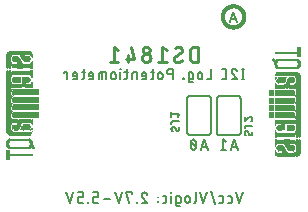
<source format=gbr>
G04 EAGLE Gerber RS-274X export*
G75*
%MOMM*%
%FSLAX34Y34*%
%LPD*%
%INSilkscreen Bottom*%
%IPPOS*%
%AMOC8*
5,1,8,0,0,1.08239X$1,22.5*%
G01*
%ADD10C,0.228600*%
%ADD11C,0.152400*%
%ADD12C,0.203200*%
%ADD13C,0.304800*%
%ADD14R,0.022863X0.462278*%
%ADD15R,0.022863X0.462281*%
%ADD16R,0.022863X0.436881*%
%ADD17R,0.023113X0.462278*%
%ADD18R,0.023113X0.462281*%
%ADD19R,0.023113X0.436881*%
%ADD20R,0.023116X0.462278*%
%ADD21R,0.023116X0.462281*%
%ADD22R,0.023116X0.436881*%
%ADD23R,0.023113X0.022863*%
%ADD24R,0.023116X0.091441*%
%ADD25R,0.023113X0.139700*%
%ADD26R,0.023116X0.185419*%
%ADD27R,0.023113X0.254000*%
%ADD28R,0.023113X0.299719*%
%ADD29R,0.023116X0.345438*%
%ADD30R,0.023113X0.391159*%
%ADD31R,0.023116X0.393700*%
%ADD32R,0.022863X0.325119*%
%ADD33R,0.022863X0.599438*%
%ADD34R,0.022863X0.622300*%
%ADD35R,0.022863X0.530859*%
%ADD36R,0.022863X0.439422*%
%ADD37R,0.022863X0.231138*%
%ADD38R,0.022863X0.071119*%
%ADD39R,0.022863X0.533400*%
%ADD40R,0.022863X0.208281*%
%ADD41R,0.023113X0.345441*%
%ADD42R,0.023113X0.576578*%
%ADD43R,0.023113X0.599438*%
%ADD44R,0.023113X0.508000*%
%ADD45R,0.023113X0.416563*%
%ADD46R,0.023113X0.208278*%
%ADD47R,0.023113X0.553722*%
%ADD48R,0.023113X0.208281*%
%ADD49R,0.023116X0.345441*%
%ADD50R,0.023116X0.530859*%
%ADD51R,0.023116X0.370841*%
%ADD52R,0.023116X0.162559*%
%ADD53R,0.023116X0.576581*%
%ADD54R,0.023116X0.208281*%
%ADD55R,0.023113X0.322578*%
%ADD56R,0.023113X0.485137*%
%ADD57R,0.023113X0.416559*%
%ADD58R,0.023113X0.347981*%
%ADD59R,0.023113X0.116838*%
%ADD60R,0.023113X0.647700*%
%ADD61R,0.023116X0.322581*%
%ADD62R,0.023116X0.485137*%
%ADD63R,0.023116X0.093978*%
%ADD64R,0.023116X0.231141*%
%ADD65R,0.023116X0.693419*%
%ADD66R,0.023113X0.322581*%
%ADD67R,0.023113X0.439419*%
%ADD68R,0.023113X0.370841*%
%ADD69R,0.023113X0.299722*%
%ADD70R,0.023113X0.045719*%
%ADD71R,0.023113X0.739138*%
%ADD72R,0.023113X0.414019*%
%ADD73R,0.023113X0.347978*%
%ADD74R,0.023113X0.762000*%
%ADD75R,0.023116X0.414019*%
%ADD76R,0.023116X0.182881*%
%ADD77R,0.023116X0.347978*%
%ADD78R,0.023116X0.276863*%
%ADD79R,0.023116X0.116841*%
%ADD80R,0.023116X0.276859*%
%ADD81R,0.023116X0.784863*%
%ADD82R,0.023113X0.325119*%
%ADD83R,0.023113X0.276863*%
%ADD84R,0.023113X0.276859*%
%ADD85R,0.023116X0.325119*%
%ADD86R,0.023116X0.391159*%
%ADD87R,0.023116X0.302259*%
%ADD88R,0.023116X0.254000*%
%ADD89R,0.023113X0.302259*%
%ADD90R,0.023113X0.393700*%
%ADD91R,0.023113X0.231141*%
%ADD92R,0.022863X0.302259*%
%ADD93R,0.022863X0.439419*%
%ADD94R,0.022863X0.368300*%
%ADD95R,0.022863X0.391159*%
%ADD96R,0.022863X0.416559*%
%ADD97R,0.022863X0.276863*%
%ADD98R,0.022863X0.205741*%
%ADD99R,0.023113X0.368300*%
%ADD100R,0.023113X0.205741*%
%ADD101R,0.023116X0.368300*%
%ADD102R,0.023116X0.205741*%
%ADD103R,0.023113X0.182881*%
%ADD104R,0.022863X0.276859*%
%ADD105R,0.022863X0.182881*%
%ADD106R,0.023113X0.924559*%
%ADD107R,0.023116X0.924559*%
%ADD108R,0.023113X0.901700*%
%ADD109R,0.023116X0.901700*%
%ADD110R,0.023113X0.878841*%
%ADD111R,0.023116X0.855981*%
%ADD112R,0.023113X0.833119*%
%ADD113R,0.022863X0.787400*%
%ADD114R,0.022863X0.414019*%
%ADD115R,0.022863X0.924559*%
%ADD116R,0.023113X0.739141*%
%ADD117R,0.023116X0.716281*%
%ADD118R,0.023116X0.299722*%
%ADD119R,0.023113X0.670559*%
%ADD120R,0.023116X0.647700*%
%ADD121R,0.023116X0.508000*%
%ADD122R,0.023116X0.299719*%
%ADD123R,0.023113X0.601981*%
%ADD124R,0.023113X0.530859*%
%ADD125R,0.023113X0.231138*%
%ADD126R,0.023113X0.556259*%
%ADD127R,0.023113X0.185419*%
%ADD128R,0.023116X0.533400*%
%ADD129R,0.023116X0.599438*%
%ADD130R,0.023116X0.416563*%
%ADD131R,0.023116X0.116838*%
%ADD132R,0.023113X0.485141*%
%ADD133R,0.023113X0.645159*%
%ADD134R,0.023113X0.716278*%
%ADD135R,0.022863X0.393700*%
%ADD136R,0.022863X0.762000*%
%ADD137R,0.022863X0.624841*%
%ADD138R,0.023113X0.784859*%
%ADD139R,0.023113X0.693422*%
%ADD140R,0.023116X0.830578*%
%ADD141R,0.023116X0.739141*%
%ADD142R,0.023113X0.876300*%
%ADD143R,0.023113X0.807722*%
%ADD144R,0.023116X0.899159*%
%ADD145R,0.023116X0.878841*%
%ADD146R,0.023113X0.922019*%
%ADD147R,0.023113X0.947419*%
%ADD148R,0.023116X0.970278*%
%ADD149R,0.023113X0.970278*%
%ADD150R,0.023116X0.439419*%
%ADD151R,0.022863X0.299722*%
%ADD152R,0.023116X0.416559*%
%ADD153R,0.023116X0.347981*%
%ADD154R,0.023113X0.137159*%
%ADD155R,0.023113X0.093978*%
%ADD156R,0.023113X0.091441*%
%ADD157R,0.023113X0.093981*%
%ADD158R,0.023113X0.114300*%
%ADD159R,0.023116X0.045719*%
%ADD160R,0.023116X0.045722*%
%ADD161R,0.023113X0.071119*%
%ADD162R,0.023113X0.116841*%
%ADD163R,0.023116X0.139700*%
%ADD164R,0.022863X0.322581*%
%ADD165R,0.022863X0.345441*%
%ADD166R,0.022863X0.162559*%
%ADD167R,0.022863X0.576581*%
%ADD168R,0.023113X0.668019*%
%ADD169R,0.023113X0.533400*%
%ADD170R,0.023116X1.455419*%
%ADD171R,0.023116X5.519419*%
%ADD172R,0.023113X1.455419*%
%ADD173R,0.023113X5.519419*%
%ADD174R,0.023116X5.494019*%
%ADD175R,0.023113X1.430019*%
%ADD176R,0.023113X5.494019*%
%ADD177R,0.023116X1.430019*%
%ADD178R,0.023116X5.471159*%
%ADD179R,0.023116X0.762000*%
%ADD180R,0.023113X1.407159*%
%ADD181R,0.023113X5.471159*%
%ADD182R,0.022863X1.384300*%
%ADD183R,0.022863X5.448300*%
%ADD184R,0.022863X0.716278*%
%ADD185R,0.022863X0.878841*%
%ADD186R,0.023113X1.361438*%
%ADD187R,0.023113X5.425438*%
%ADD188R,0.023116X1.338578*%
%ADD189R,0.023116X5.402578*%
%ADD190R,0.023116X0.624841*%
%ADD191R,0.023113X1.292859*%
%ADD192R,0.023113X5.356859*%
%ADD193R,0.023116X1.224278*%
%ADD194R,0.023116X5.288278*%


D10*
X164592Y124333D02*
X164592Y137287D01*
X160993Y137287D01*
X160875Y137285D01*
X160758Y137279D01*
X160640Y137270D01*
X160523Y137256D01*
X160407Y137239D01*
X160291Y137218D01*
X160176Y137193D01*
X160062Y137164D01*
X159949Y137132D01*
X159836Y137096D01*
X159726Y137056D01*
X159616Y137013D01*
X159508Y136966D01*
X159402Y136916D01*
X159297Y136862D01*
X159194Y136805D01*
X159093Y136744D01*
X158994Y136681D01*
X158897Y136614D01*
X158803Y136543D01*
X158710Y136470D01*
X158621Y136394D01*
X158533Y136315D01*
X158449Y136233D01*
X158367Y136149D01*
X158288Y136061D01*
X158212Y135972D01*
X158139Y135879D01*
X158068Y135785D01*
X158001Y135688D01*
X157938Y135589D01*
X157877Y135488D01*
X157820Y135385D01*
X157766Y135280D01*
X157716Y135174D01*
X157669Y135066D01*
X157626Y134956D01*
X157586Y134846D01*
X157550Y134733D01*
X157518Y134620D01*
X157489Y134506D01*
X157464Y134391D01*
X157443Y134275D01*
X157426Y134159D01*
X157412Y134042D01*
X157403Y133924D01*
X157397Y133807D01*
X157395Y133689D01*
X157395Y127931D01*
X157397Y127813D01*
X157403Y127696D01*
X157412Y127578D01*
X157426Y127461D01*
X157443Y127345D01*
X157464Y127229D01*
X157489Y127114D01*
X157518Y127000D01*
X157550Y126887D01*
X157586Y126774D01*
X157626Y126664D01*
X157669Y126554D01*
X157716Y126446D01*
X157766Y126340D01*
X157820Y126235D01*
X157877Y126132D01*
X157938Y126031D01*
X158001Y125932D01*
X158068Y125835D01*
X158139Y125741D01*
X158212Y125648D01*
X158288Y125559D01*
X158367Y125471D01*
X158449Y125387D01*
X158533Y125305D01*
X158621Y125226D01*
X158710Y125150D01*
X158803Y125077D01*
X158897Y125006D01*
X158994Y124939D01*
X159093Y124876D01*
X159194Y124815D01*
X159297Y124758D01*
X159402Y124704D01*
X159508Y124654D01*
X159616Y124607D01*
X159726Y124564D01*
X159836Y124524D01*
X159949Y124488D01*
X160062Y124456D01*
X160176Y124427D01*
X160291Y124402D01*
X160407Y124381D01*
X160523Y124364D01*
X160640Y124350D01*
X160758Y124341D01*
X160875Y124335D01*
X160993Y124333D01*
X164592Y124333D01*
X146585Y124333D02*
X146480Y124335D01*
X146375Y124341D01*
X146270Y124350D01*
X146166Y124364D01*
X146062Y124381D01*
X145959Y124402D01*
X145857Y124427D01*
X145756Y124455D01*
X145655Y124487D01*
X145557Y124523D01*
X145459Y124562D01*
X145363Y124605D01*
X145269Y124652D01*
X145176Y124701D01*
X145085Y124755D01*
X144996Y124811D01*
X144910Y124871D01*
X144825Y124933D01*
X144743Y124999D01*
X144664Y125068D01*
X144587Y125139D01*
X144512Y125214D01*
X144441Y125291D01*
X144372Y125370D01*
X144306Y125452D01*
X144244Y125537D01*
X144184Y125623D01*
X144128Y125712D01*
X144074Y125803D01*
X144025Y125896D01*
X143978Y125990D01*
X143935Y126086D01*
X143896Y126184D01*
X143860Y126282D01*
X143828Y126383D01*
X143800Y126484D01*
X143775Y126586D01*
X143754Y126689D01*
X143737Y126793D01*
X143723Y126897D01*
X143714Y127002D01*
X143708Y127107D01*
X143706Y127212D01*
X146585Y124333D02*
X146740Y124335D01*
X146895Y124341D01*
X147049Y124351D01*
X147203Y124365D01*
X147357Y124382D01*
X147511Y124404D01*
X147663Y124429D01*
X147816Y124459D01*
X147967Y124492D01*
X148117Y124529D01*
X148267Y124570D01*
X148415Y124615D01*
X148562Y124663D01*
X148708Y124716D01*
X148852Y124771D01*
X148995Y124831D01*
X149137Y124894D01*
X149276Y124961D01*
X149414Y125031D01*
X149550Y125105D01*
X149685Y125182D01*
X149817Y125263D01*
X149947Y125347D01*
X150075Y125434D01*
X150201Y125525D01*
X150324Y125618D01*
X150445Y125715D01*
X150563Y125815D01*
X150679Y125918D01*
X150792Y126024D01*
X150903Y126132D01*
X150543Y134408D02*
X150541Y134513D01*
X150535Y134618D01*
X150526Y134723D01*
X150512Y134827D01*
X150495Y134931D01*
X150474Y135034D01*
X150449Y135136D01*
X150421Y135237D01*
X150389Y135338D01*
X150353Y135436D01*
X150314Y135534D01*
X150271Y135630D01*
X150224Y135724D01*
X150175Y135817D01*
X150121Y135908D01*
X150065Y135997D01*
X150005Y136083D01*
X149943Y136168D01*
X149877Y136250D01*
X149808Y136329D01*
X149737Y136406D01*
X149662Y136481D01*
X149585Y136552D01*
X149506Y136621D01*
X149424Y136687D01*
X149339Y136749D01*
X149253Y136809D01*
X149164Y136865D01*
X149073Y136919D01*
X148980Y136968D01*
X148886Y137015D01*
X148790Y137058D01*
X148692Y137097D01*
X148594Y137133D01*
X148493Y137165D01*
X148392Y137193D01*
X148290Y137218D01*
X148187Y137239D01*
X148083Y137256D01*
X147979Y137270D01*
X147874Y137279D01*
X147769Y137285D01*
X147664Y137287D01*
X147664Y137288D02*
X147519Y137286D01*
X147375Y137280D01*
X147230Y137271D01*
X147086Y137257D01*
X146942Y137240D01*
X146799Y137218D01*
X146657Y137193D01*
X146515Y137164D01*
X146374Y137132D01*
X146234Y137095D01*
X146095Y137055D01*
X145957Y137011D01*
X145820Y136963D01*
X145685Y136912D01*
X145551Y136857D01*
X145419Y136799D01*
X145288Y136737D01*
X145159Y136671D01*
X145031Y136603D01*
X144906Y136530D01*
X144783Y136455D01*
X144661Y136376D01*
X144542Y136294D01*
X144425Y136208D01*
X149104Y131889D02*
X149194Y131944D01*
X149281Y132002D01*
X149366Y132063D01*
X149449Y132127D01*
X149529Y132193D01*
X149607Y132263D01*
X149683Y132336D01*
X149756Y132411D01*
X149826Y132489D01*
X149893Y132569D01*
X149958Y132651D01*
X150019Y132736D01*
X150077Y132823D01*
X150132Y132912D01*
X150184Y133003D01*
X150233Y133096D01*
X150278Y133190D01*
X150320Y133286D01*
X150359Y133383D01*
X150394Y133482D01*
X150425Y133582D01*
X150453Y133683D01*
X150477Y133785D01*
X150497Y133887D01*
X150514Y133991D01*
X150527Y134095D01*
X150537Y134199D01*
X150542Y134303D01*
X150544Y134408D01*
X145146Y129731D02*
X145056Y129676D01*
X144969Y129618D01*
X144884Y129557D01*
X144801Y129493D01*
X144721Y129427D01*
X144643Y129357D01*
X144567Y129284D01*
X144494Y129209D01*
X144424Y129131D01*
X144357Y129051D01*
X144292Y128969D01*
X144231Y128884D01*
X144173Y128797D01*
X144118Y128708D01*
X144066Y128617D01*
X144017Y128524D01*
X143972Y128430D01*
X143930Y128334D01*
X143891Y128237D01*
X143856Y128138D01*
X143825Y128038D01*
X143797Y127937D01*
X143773Y127835D01*
X143753Y127733D01*
X143736Y127629D01*
X143723Y127525D01*
X143713Y127421D01*
X143708Y127317D01*
X143706Y127212D01*
X145146Y129731D02*
X149104Y131890D01*
X137671Y134408D02*
X134072Y137287D01*
X134072Y124333D01*
X130474Y124333D02*
X137671Y124333D01*
X123982Y127931D02*
X123980Y128050D01*
X123974Y128169D01*
X123964Y128287D01*
X123951Y128406D01*
X123933Y128523D01*
X123911Y128640D01*
X123886Y128756D01*
X123857Y128872D01*
X123824Y128986D01*
X123787Y129099D01*
X123747Y129211D01*
X123702Y129322D01*
X123655Y129431D01*
X123603Y129538D01*
X123548Y129643D01*
X123490Y129747D01*
X123428Y129849D01*
X123363Y129948D01*
X123295Y130046D01*
X123223Y130141D01*
X123149Y130234D01*
X123071Y130324D01*
X122990Y130411D01*
X122907Y130496D01*
X122821Y130578D01*
X122732Y130657D01*
X122641Y130733D01*
X122547Y130806D01*
X122450Y130876D01*
X122352Y130943D01*
X122251Y131007D01*
X122149Y131067D01*
X122044Y131123D01*
X121937Y131176D01*
X121829Y131226D01*
X121720Y131272D01*
X121608Y131314D01*
X121496Y131353D01*
X121382Y131388D01*
X121267Y131419D01*
X121151Y131446D01*
X121035Y131470D01*
X120917Y131489D01*
X120800Y131505D01*
X120681Y131517D01*
X120562Y131525D01*
X120443Y131529D01*
X120325Y131529D01*
X120206Y131525D01*
X120087Y131517D01*
X119968Y131505D01*
X119851Y131489D01*
X119733Y131470D01*
X119617Y131446D01*
X119501Y131419D01*
X119386Y131388D01*
X119272Y131353D01*
X119160Y131314D01*
X119048Y131272D01*
X118939Y131226D01*
X118831Y131176D01*
X118724Y131123D01*
X118619Y131067D01*
X118517Y131007D01*
X118416Y130943D01*
X118318Y130876D01*
X118221Y130806D01*
X118127Y130733D01*
X118036Y130657D01*
X117947Y130578D01*
X117861Y130496D01*
X117778Y130411D01*
X117697Y130324D01*
X117619Y130234D01*
X117545Y130141D01*
X117473Y130046D01*
X117405Y129948D01*
X117340Y129849D01*
X117278Y129747D01*
X117220Y129643D01*
X117165Y129538D01*
X117113Y129431D01*
X117066Y129322D01*
X117021Y129211D01*
X116981Y129099D01*
X116944Y128986D01*
X116911Y128872D01*
X116882Y128756D01*
X116857Y128640D01*
X116835Y128523D01*
X116817Y128406D01*
X116804Y128287D01*
X116794Y128169D01*
X116788Y128050D01*
X116786Y127931D01*
X116788Y127812D01*
X116794Y127693D01*
X116804Y127575D01*
X116817Y127456D01*
X116835Y127339D01*
X116857Y127222D01*
X116882Y127106D01*
X116911Y126990D01*
X116944Y126876D01*
X116981Y126763D01*
X117021Y126651D01*
X117066Y126540D01*
X117113Y126431D01*
X117165Y126324D01*
X117220Y126219D01*
X117278Y126115D01*
X117340Y126013D01*
X117405Y125914D01*
X117473Y125816D01*
X117545Y125721D01*
X117619Y125628D01*
X117697Y125538D01*
X117778Y125451D01*
X117861Y125366D01*
X117947Y125284D01*
X118036Y125205D01*
X118127Y125129D01*
X118221Y125056D01*
X118318Y124986D01*
X118416Y124919D01*
X118517Y124855D01*
X118619Y124795D01*
X118724Y124739D01*
X118831Y124686D01*
X118939Y124636D01*
X119048Y124590D01*
X119160Y124548D01*
X119272Y124509D01*
X119386Y124474D01*
X119501Y124443D01*
X119617Y124416D01*
X119733Y124392D01*
X119851Y124373D01*
X119968Y124357D01*
X120087Y124345D01*
X120206Y124337D01*
X120325Y124333D01*
X120443Y124333D01*
X120562Y124337D01*
X120681Y124345D01*
X120800Y124357D01*
X120917Y124373D01*
X121035Y124392D01*
X121151Y124416D01*
X121267Y124443D01*
X121382Y124474D01*
X121496Y124509D01*
X121608Y124548D01*
X121720Y124590D01*
X121829Y124636D01*
X121937Y124686D01*
X122044Y124739D01*
X122149Y124795D01*
X122251Y124855D01*
X122352Y124919D01*
X122450Y124986D01*
X122547Y125056D01*
X122641Y125129D01*
X122732Y125205D01*
X122821Y125284D01*
X122907Y125366D01*
X122990Y125451D01*
X123071Y125538D01*
X123149Y125628D01*
X123223Y125721D01*
X123295Y125816D01*
X123363Y125914D01*
X123428Y126013D01*
X123490Y126115D01*
X123548Y126219D01*
X123603Y126324D01*
X123655Y126431D01*
X123702Y126540D01*
X123747Y126651D01*
X123787Y126763D01*
X123824Y126876D01*
X123857Y126990D01*
X123886Y127106D01*
X123911Y127222D01*
X123933Y127339D01*
X123951Y127456D01*
X123964Y127575D01*
X123974Y127693D01*
X123980Y127812D01*
X123982Y127931D01*
X123263Y134408D02*
X123261Y134514D01*
X123255Y134621D01*
X123245Y134727D01*
X123232Y134832D01*
X123214Y134937D01*
X123192Y135041D01*
X123167Y135145D01*
X123138Y135247D01*
X123105Y135348D01*
X123069Y135448D01*
X123028Y135547D01*
X122984Y135643D01*
X122937Y135739D01*
X122886Y135832D01*
X122832Y135924D01*
X122774Y136013D01*
X122713Y136100D01*
X122649Y136185D01*
X122582Y136268D01*
X122512Y136348D01*
X122438Y136425D01*
X122363Y136499D01*
X122284Y136571D01*
X122203Y136640D01*
X122119Y136705D01*
X122033Y136768D01*
X121945Y136827D01*
X121854Y136883D01*
X121762Y136936D01*
X121667Y136985D01*
X121571Y137031D01*
X121473Y137073D01*
X121374Y137111D01*
X121274Y137146D01*
X121172Y137177D01*
X121069Y137204D01*
X120965Y137228D01*
X120861Y137247D01*
X120755Y137263D01*
X120650Y137275D01*
X120544Y137283D01*
X120437Y137287D01*
X120331Y137287D01*
X120224Y137283D01*
X120118Y137275D01*
X120013Y137263D01*
X119907Y137247D01*
X119803Y137228D01*
X119699Y137204D01*
X119596Y137177D01*
X119494Y137146D01*
X119394Y137111D01*
X119295Y137073D01*
X119197Y137031D01*
X119101Y136985D01*
X119006Y136936D01*
X118914Y136883D01*
X118823Y136827D01*
X118735Y136768D01*
X118649Y136705D01*
X118565Y136640D01*
X118484Y136571D01*
X118405Y136499D01*
X118330Y136425D01*
X118256Y136348D01*
X118186Y136268D01*
X118119Y136185D01*
X118055Y136100D01*
X117994Y136013D01*
X117936Y135924D01*
X117882Y135832D01*
X117831Y135739D01*
X117784Y135643D01*
X117740Y135547D01*
X117699Y135448D01*
X117663Y135348D01*
X117630Y135247D01*
X117601Y135145D01*
X117576Y135041D01*
X117554Y134937D01*
X117536Y134832D01*
X117523Y134727D01*
X117513Y134621D01*
X117507Y134514D01*
X117505Y134408D01*
X117507Y134302D01*
X117513Y134195D01*
X117523Y134089D01*
X117536Y133984D01*
X117554Y133879D01*
X117576Y133775D01*
X117601Y133671D01*
X117630Y133569D01*
X117663Y133468D01*
X117699Y133368D01*
X117740Y133269D01*
X117784Y133173D01*
X117831Y133077D01*
X117882Y132984D01*
X117936Y132892D01*
X117994Y132803D01*
X118055Y132716D01*
X118119Y132631D01*
X118186Y132548D01*
X118256Y132468D01*
X118330Y132391D01*
X118405Y132317D01*
X118484Y132245D01*
X118565Y132176D01*
X118649Y132111D01*
X118735Y132048D01*
X118823Y131989D01*
X118914Y131933D01*
X119006Y131880D01*
X119101Y131831D01*
X119197Y131785D01*
X119295Y131743D01*
X119394Y131705D01*
X119494Y131670D01*
X119596Y131639D01*
X119699Y131612D01*
X119803Y131588D01*
X119907Y131569D01*
X120013Y131553D01*
X120118Y131541D01*
X120224Y131533D01*
X120331Y131529D01*
X120437Y131529D01*
X120544Y131533D01*
X120650Y131541D01*
X120755Y131553D01*
X120861Y131569D01*
X120965Y131588D01*
X121069Y131612D01*
X121172Y131639D01*
X121274Y131670D01*
X121374Y131705D01*
X121473Y131743D01*
X121571Y131785D01*
X121667Y131831D01*
X121762Y131880D01*
X121854Y131933D01*
X121945Y131989D01*
X122033Y132048D01*
X122119Y132111D01*
X122203Y132176D01*
X122284Y132245D01*
X122363Y132317D01*
X122438Y132391D01*
X122512Y132468D01*
X122582Y132548D01*
X122649Y132631D01*
X122713Y132716D01*
X122774Y132803D01*
X122832Y132892D01*
X122886Y132984D01*
X122937Y133077D01*
X122984Y133173D01*
X123028Y133269D01*
X123069Y133368D01*
X123105Y133468D01*
X123138Y133569D01*
X123167Y133671D01*
X123192Y133775D01*
X123214Y133879D01*
X123232Y133984D01*
X123245Y134089D01*
X123255Y134195D01*
X123261Y134302D01*
X123263Y134408D01*
X110294Y127212D02*
X107415Y137287D01*
X110294Y127212D02*
X103097Y127212D01*
X105256Y130090D02*
X105256Y124333D01*
X96605Y134408D02*
X93007Y137287D01*
X93007Y124333D01*
X96605Y124333D02*
X89408Y124333D01*
D11*
X202323Y118618D02*
X202323Y109982D01*
X201364Y109982D02*
X203283Y109982D01*
X203283Y118618D02*
X201364Y118618D01*
X194768Y118618D02*
X194676Y118616D01*
X194585Y118610D01*
X194494Y118601D01*
X194403Y118587D01*
X194313Y118570D01*
X194224Y118548D01*
X194136Y118523D01*
X194049Y118495D01*
X193963Y118462D01*
X193879Y118426D01*
X193796Y118387D01*
X193715Y118344D01*
X193636Y118297D01*
X193559Y118248D01*
X193484Y118195D01*
X193412Y118139D01*
X193342Y118080D01*
X193274Y118018D01*
X193209Y117953D01*
X193147Y117885D01*
X193088Y117815D01*
X193032Y117743D01*
X192979Y117668D01*
X192930Y117591D01*
X192883Y117512D01*
X192840Y117431D01*
X192801Y117348D01*
X192765Y117264D01*
X192732Y117178D01*
X192704Y117091D01*
X192679Y117003D01*
X192657Y116914D01*
X192640Y116824D01*
X192626Y116733D01*
X192617Y116642D01*
X192611Y116551D01*
X192609Y116459D01*
X194768Y118618D02*
X194871Y118616D01*
X194973Y118610D01*
X195075Y118601D01*
X195177Y118588D01*
X195278Y118571D01*
X195379Y118550D01*
X195478Y118526D01*
X195577Y118497D01*
X195674Y118466D01*
X195771Y118430D01*
X195866Y118392D01*
X195959Y118349D01*
X196051Y118303D01*
X196141Y118254D01*
X196229Y118202D01*
X196316Y118146D01*
X196400Y118087D01*
X196481Y118026D01*
X196561Y117961D01*
X196638Y117893D01*
X196713Y117822D01*
X196784Y117749D01*
X196853Y117673D01*
X196920Y117595D01*
X196983Y117514D01*
X197043Y117431D01*
X197100Y117346D01*
X197154Y117259D01*
X197205Y117169D01*
X197252Y117078D01*
X197296Y116986D01*
X197337Y116891D01*
X197374Y116796D01*
X197407Y116699D01*
X193329Y114780D02*
X193262Y114846D01*
X193198Y114915D01*
X193137Y114986D01*
X193079Y115060D01*
X193024Y115136D01*
X192972Y115214D01*
X192923Y115294D01*
X192877Y115376D01*
X192835Y115460D01*
X192796Y115546D01*
X192761Y115633D01*
X192730Y115721D01*
X192702Y115811D01*
X192677Y115901D01*
X192656Y115993D01*
X192639Y116085D01*
X192626Y116178D01*
X192617Y116271D01*
X192611Y116365D01*
X192609Y116459D01*
X193329Y114780D02*
X197407Y109982D01*
X192609Y109982D01*
X186382Y109982D02*
X184463Y109982D01*
X186382Y109982D02*
X186468Y109984D01*
X186554Y109990D01*
X186640Y109999D01*
X186725Y110013D01*
X186809Y110030D01*
X186893Y110051D01*
X186975Y110076D01*
X187056Y110104D01*
X187136Y110136D01*
X187215Y110172D01*
X187291Y110211D01*
X187366Y110254D01*
X187439Y110299D01*
X187510Y110349D01*
X187578Y110401D01*
X187645Y110456D01*
X187708Y110514D01*
X187769Y110575D01*
X187827Y110638D01*
X187882Y110705D01*
X187935Y110773D01*
X187984Y110844D01*
X188029Y110917D01*
X188072Y110992D01*
X188111Y111068D01*
X188147Y111147D01*
X188179Y111227D01*
X188207Y111308D01*
X188232Y111391D01*
X188253Y111474D01*
X188270Y111558D01*
X188284Y111643D01*
X188293Y111729D01*
X188299Y111815D01*
X188301Y111901D01*
X188301Y116699D01*
X188299Y116785D01*
X188293Y116871D01*
X188284Y116957D01*
X188270Y117042D01*
X188253Y117126D01*
X188232Y117210D01*
X188207Y117292D01*
X188179Y117373D01*
X188147Y117453D01*
X188111Y117532D01*
X188072Y117608D01*
X188029Y117683D01*
X187984Y117756D01*
X187935Y117827D01*
X187882Y117895D01*
X187827Y117962D01*
X187769Y118025D01*
X187708Y118086D01*
X187645Y118144D01*
X187579Y118199D01*
X187510Y118251D01*
X187439Y118301D01*
X187366Y118346D01*
X187291Y118389D01*
X187215Y118428D01*
X187136Y118464D01*
X187056Y118496D01*
X186975Y118524D01*
X186893Y118549D01*
X186809Y118570D01*
X186725Y118587D01*
X186640Y118601D01*
X186554Y118610D01*
X186468Y118616D01*
X186382Y118618D01*
X184463Y118618D01*
X175436Y118618D02*
X175436Y109982D01*
X171597Y109982D01*
X167972Y111901D02*
X167972Y113820D01*
X167971Y113820D02*
X167969Y113906D01*
X167963Y113992D01*
X167954Y114078D01*
X167940Y114163D01*
X167923Y114247D01*
X167902Y114331D01*
X167877Y114413D01*
X167849Y114494D01*
X167817Y114574D01*
X167781Y114653D01*
X167742Y114729D01*
X167699Y114804D01*
X167654Y114877D01*
X167605Y114948D01*
X167552Y115016D01*
X167497Y115083D01*
X167439Y115146D01*
X167378Y115207D01*
X167315Y115265D01*
X167248Y115320D01*
X167180Y115373D01*
X167109Y115422D01*
X167036Y115467D01*
X166961Y115510D01*
X166885Y115549D01*
X166806Y115585D01*
X166726Y115617D01*
X166645Y115645D01*
X166563Y115670D01*
X166479Y115691D01*
X166395Y115708D01*
X166310Y115722D01*
X166224Y115731D01*
X166138Y115737D01*
X166052Y115739D01*
X165966Y115737D01*
X165880Y115731D01*
X165794Y115722D01*
X165709Y115708D01*
X165625Y115691D01*
X165541Y115670D01*
X165459Y115645D01*
X165378Y115617D01*
X165298Y115585D01*
X165219Y115549D01*
X165143Y115510D01*
X165068Y115467D01*
X164995Y115422D01*
X164924Y115373D01*
X164856Y115320D01*
X164789Y115265D01*
X164726Y115207D01*
X164665Y115146D01*
X164607Y115083D01*
X164552Y115016D01*
X164499Y114948D01*
X164450Y114877D01*
X164405Y114804D01*
X164362Y114729D01*
X164323Y114653D01*
X164287Y114574D01*
X164255Y114494D01*
X164227Y114413D01*
X164202Y114331D01*
X164181Y114247D01*
X164164Y114163D01*
X164150Y114078D01*
X164141Y113992D01*
X164135Y113906D01*
X164133Y113820D01*
X164133Y111901D01*
X164135Y111815D01*
X164141Y111729D01*
X164150Y111643D01*
X164164Y111558D01*
X164181Y111474D01*
X164202Y111390D01*
X164227Y111308D01*
X164255Y111227D01*
X164287Y111147D01*
X164323Y111068D01*
X164362Y110992D01*
X164405Y110917D01*
X164450Y110844D01*
X164499Y110773D01*
X164552Y110705D01*
X164607Y110638D01*
X164665Y110575D01*
X164726Y110514D01*
X164789Y110456D01*
X164856Y110401D01*
X164924Y110348D01*
X164995Y110299D01*
X165068Y110254D01*
X165143Y110211D01*
X165219Y110172D01*
X165298Y110136D01*
X165378Y110104D01*
X165459Y110076D01*
X165541Y110051D01*
X165625Y110030D01*
X165709Y110013D01*
X165794Y109999D01*
X165880Y109990D01*
X165966Y109984D01*
X166052Y109982D01*
X166138Y109984D01*
X166224Y109990D01*
X166310Y109999D01*
X166395Y110013D01*
X166479Y110030D01*
X166563Y110051D01*
X166645Y110076D01*
X166726Y110104D01*
X166806Y110136D01*
X166885Y110172D01*
X166961Y110211D01*
X167036Y110254D01*
X167109Y110299D01*
X167180Y110348D01*
X167248Y110401D01*
X167315Y110456D01*
X167378Y110514D01*
X167439Y110575D01*
X167497Y110638D01*
X167552Y110705D01*
X167605Y110773D01*
X167654Y110844D01*
X167699Y110917D01*
X167742Y110992D01*
X167781Y111068D01*
X167817Y111147D01*
X167849Y111227D01*
X167877Y111308D01*
X167902Y111390D01*
X167923Y111474D01*
X167940Y111558D01*
X167954Y111643D01*
X167963Y111729D01*
X167969Y111815D01*
X167971Y111901D01*
X158675Y109982D02*
X156276Y109982D01*
X158675Y109982D02*
X158750Y109984D01*
X158825Y109990D01*
X158900Y110000D01*
X158974Y110013D01*
X159047Y110031D01*
X159120Y110052D01*
X159191Y110078D01*
X159260Y110106D01*
X159328Y110139D01*
X159395Y110175D01*
X159459Y110214D01*
X159521Y110257D01*
X159581Y110303D01*
X159638Y110352D01*
X159693Y110403D01*
X159744Y110458D01*
X159793Y110515D01*
X159839Y110575D01*
X159882Y110637D01*
X159921Y110702D01*
X159957Y110768D01*
X159990Y110836D01*
X160018Y110905D01*
X160044Y110976D01*
X160065Y111049D01*
X160083Y111122D01*
X160096Y111196D01*
X160106Y111271D01*
X160112Y111346D01*
X160114Y111421D01*
X160114Y114300D01*
X160112Y114375D01*
X160106Y114450D01*
X160096Y114525D01*
X160083Y114599D01*
X160065Y114672D01*
X160044Y114745D01*
X160018Y114816D01*
X159990Y114885D01*
X159957Y114953D01*
X159921Y115020D01*
X159882Y115084D01*
X159839Y115146D01*
X159793Y115206D01*
X159744Y115263D01*
X159693Y115318D01*
X159638Y115369D01*
X159581Y115418D01*
X159521Y115464D01*
X159459Y115507D01*
X159395Y115546D01*
X159328Y115582D01*
X159260Y115615D01*
X159191Y115643D01*
X159120Y115669D01*
X159047Y115690D01*
X158974Y115708D01*
X158900Y115721D01*
X158825Y115731D01*
X158750Y115737D01*
X158675Y115739D01*
X156276Y115739D01*
X156276Y108543D01*
X156277Y108543D02*
X156279Y108468D01*
X156285Y108393D01*
X156295Y108318D01*
X156308Y108244D01*
X156326Y108171D01*
X156347Y108098D01*
X156373Y108027D01*
X156401Y107958D01*
X156434Y107890D01*
X156470Y107824D01*
X156509Y107759D01*
X156552Y107697D01*
X156598Y107637D01*
X156647Y107580D01*
X156698Y107525D01*
X156753Y107474D01*
X156810Y107425D01*
X156870Y107379D01*
X156932Y107336D01*
X156997Y107297D01*
X157063Y107261D01*
X157131Y107228D01*
X157200Y107200D01*
X157271Y107174D01*
X157344Y107153D01*
X157417Y107135D01*
X157491Y107122D01*
X157566Y107112D01*
X157641Y107106D01*
X157716Y107104D01*
X157716Y107103D02*
X159635Y107103D01*
X152272Y109982D02*
X152272Y110462D01*
X151792Y110462D01*
X151792Y109982D01*
X152272Y109982D01*
X142653Y109982D02*
X142653Y118618D01*
X140255Y118618D01*
X140158Y118616D01*
X140062Y118610D01*
X139966Y118601D01*
X139870Y118587D01*
X139775Y118570D01*
X139681Y118548D01*
X139588Y118523D01*
X139495Y118495D01*
X139404Y118462D01*
X139315Y118426D01*
X139227Y118386D01*
X139140Y118343D01*
X139056Y118297D01*
X138973Y118247D01*
X138892Y118193D01*
X138814Y118137D01*
X138738Y118077D01*
X138664Y118015D01*
X138593Y117949D01*
X138525Y117881D01*
X138459Y117810D01*
X138397Y117736D01*
X138337Y117660D01*
X138281Y117582D01*
X138227Y117501D01*
X138177Y117419D01*
X138131Y117334D01*
X138088Y117247D01*
X138048Y117159D01*
X138012Y117070D01*
X137979Y116979D01*
X137951Y116886D01*
X137926Y116793D01*
X137904Y116699D01*
X137887Y116604D01*
X137873Y116508D01*
X137864Y116412D01*
X137858Y116316D01*
X137856Y116219D01*
X137858Y116122D01*
X137864Y116026D01*
X137873Y115930D01*
X137887Y115834D01*
X137904Y115739D01*
X137926Y115645D01*
X137951Y115552D01*
X137979Y115459D01*
X138012Y115368D01*
X138048Y115279D01*
X138088Y115191D01*
X138131Y115104D01*
X138177Y115020D01*
X138227Y114937D01*
X138281Y114856D01*
X138337Y114778D01*
X138397Y114702D01*
X138459Y114628D01*
X138525Y114557D01*
X138593Y114489D01*
X138664Y114423D01*
X138738Y114361D01*
X138814Y114301D01*
X138892Y114245D01*
X138973Y114191D01*
X139055Y114141D01*
X139140Y114095D01*
X139227Y114052D01*
X139315Y114012D01*
X139404Y113976D01*
X139495Y113943D01*
X139588Y113915D01*
X139681Y113890D01*
X139775Y113868D01*
X139870Y113851D01*
X139966Y113837D01*
X140062Y113828D01*
X140158Y113822D01*
X140255Y113820D01*
X142653Y113820D01*
X134139Y113820D02*
X134139Y111901D01*
X134139Y113820D02*
X134137Y113906D01*
X134131Y113992D01*
X134122Y114078D01*
X134108Y114163D01*
X134091Y114247D01*
X134070Y114331D01*
X134045Y114413D01*
X134017Y114494D01*
X133985Y114574D01*
X133949Y114653D01*
X133910Y114729D01*
X133867Y114804D01*
X133822Y114877D01*
X133773Y114948D01*
X133720Y115016D01*
X133665Y115083D01*
X133607Y115146D01*
X133546Y115207D01*
X133483Y115265D01*
X133416Y115320D01*
X133348Y115373D01*
X133277Y115422D01*
X133204Y115467D01*
X133129Y115510D01*
X133053Y115549D01*
X132974Y115585D01*
X132894Y115617D01*
X132813Y115645D01*
X132731Y115670D01*
X132647Y115691D01*
X132563Y115708D01*
X132478Y115722D01*
X132392Y115731D01*
X132306Y115737D01*
X132220Y115739D01*
X132134Y115737D01*
X132048Y115731D01*
X131962Y115722D01*
X131877Y115708D01*
X131793Y115691D01*
X131709Y115670D01*
X131627Y115645D01*
X131546Y115617D01*
X131466Y115585D01*
X131387Y115549D01*
X131311Y115510D01*
X131236Y115467D01*
X131163Y115422D01*
X131092Y115373D01*
X131024Y115320D01*
X130957Y115265D01*
X130894Y115207D01*
X130833Y115146D01*
X130775Y115083D01*
X130720Y115016D01*
X130667Y114948D01*
X130618Y114877D01*
X130573Y114804D01*
X130530Y114729D01*
X130491Y114653D01*
X130455Y114574D01*
X130423Y114494D01*
X130395Y114413D01*
X130370Y114331D01*
X130349Y114247D01*
X130332Y114163D01*
X130318Y114078D01*
X130309Y113992D01*
X130303Y113906D01*
X130301Y113820D01*
X130301Y111901D01*
X130303Y111815D01*
X130309Y111729D01*
X130318Y111643D01*
X130332Y111558D01*
X130349Y111474D01*
X130370Y111390D01*
X130395Y111308D01*
X130423Y111227D01*
X130455Y111147D01*
X130491Y111068D01*
X130530Y110992D01*
X130573Y110917D01*
X130618Y110844D01*
X130667Y110773D01*
X130720Y110705D01*
X130775Y110638D01*
X130833Y110575D01*
X130894Y110514D01*
X130957Y110456D01*
X131024Y110401D01*
X131092Y110348D01*
X131163Y110299D01*
X131236Y110254D01*
X131311Y110211D01*
X131387Y110172D01*
X131466Y110136D01*
X131546Y110104D01*
X131627Y110076D01*
X131709Y110051D01*
X131793Y110030D01*
X131877Y110013D01*
X131962Y109999D01*
X132048Y109990D01*
X132134Y109984D01*
X132220Y109982D01*
X132306Y109984D01*
X132392Y109990D01*
X132478Y109999D01*
X132563Y110013D01*
X132647Y110030D01*
X132731Y110051D01*
X132813Y110076D01*
X132894Y110104D01*
X132974Y110136D01*
X133053Y110172D01*
X133129Y110211D01*
X133204Y110254D01*
X133277Y110299D01*
X133348Y110348D01*
X133416Y110401D01*
X133483Y110456D01*
X133546Y110514D01*
X133607Y110575D01*
X133665Y110638D01*
X133720Y110705D01*
X133773Y110773D01*
X133822Y110844D01*
X133867Y110917D01*
X133910Y110992D01*
X133949Y111068D01*
X133985Y111147D01*
X134017Y111227D01*
X134045Y111308D01*
X134070Y111390D01*
X134091Y111474D01*
X134108Y111558D01*
X134122Y111643D01*
X134131Y111729D01*
X134137Y111815D01*
X134139Y111901D01*
X127060Y115739D02*
X124181Y115739D01*
X126100Y118618D02*
X126100Y111421D01*
X126098Y111346D01*
X126092Y111271D01*
X126082Y111196D01*
X126069Y111122D01*
X126051Y111049D01*
X126030Y110976D01*
X126004Y110905D01*
X125976Y110836D01*
X125943Y110768D01*
X125907Y110702D01*
X125868Y110637D01*
X125825Y110575D01*
X125779Y110515D01*
X125730Y110458D01*
X125679Y110403D01*
X125624Y110352D01*
X125567Y110303D01*
X125507Y110257D01*
X125445Y110214D01*
X125381Y110175D01*
X125314Y110139D01*
X125246Y110106D01*
X125177Y110078D01*
X125106Y110052D01*
X125033Y110031D01*
X124960Y110013D01*
X124886Y110000D01*
X124811Y109990D01*
X124736Y109984D01*
X124661Y109982D01*
X124181Y109982D01*
X118984Y109982D02*
X116585Y109982D01*
X118984Y109982D02*
X119059Y109984D01*
X119134Y109990D01*
X119209Y110000D01*
X119283Y110013D01*
X119356Y110031D01*
X119429Y110052D01*
X119500Y110078D01*
X119569Y110106D01*
X119637Y110139D01*
X119704Y110175D01*
X119768Y110214D01*
X119830Y110257D01*
X119890Y110303D01*
X119947Y110352D01*
X120002Y110403D01*
X120053Y110458D01*
X120102Y110515D01*
X120148Y110575D01*
X120191Y110637D01*
X120230Y110702D01*
X120266Y110768D01*
X120299Y110836D01*
X120327Y110905D01*
X120353Y110976D01*
X120374Y111049D01*
X120392Y111122D01*
X120405Y111196D01*
X120415Y111271D01*
X120421Y111346D01*
X120423Y111421D01*
X120423Y113820D01*
X120421Y113906D01*
X120415Y113992D01*
X120406Y114078D01*
X120392Y114163D01*
X120375Y114247D01*
X120354Y114331D01*
X120329Y114413D01*
X120301Y114494D01*
X120269Y114574D01*
X120233Y114653D01*
X120194Y114729D01*
X120151Y114804D01*
X120106Y114877D01*
X120057Y114948D01*
X120004Y115016D01*
X119949Y115083D01*
X119891Y115146D01*
X119830Y115207D01*
X119767Y115265D01*
X119700Y115320D01*
X119632Y115373D01*
X119561Y115422D01*
X119488Y115467D01*
X119413Y115510D01*
X119337Y115549D01*
X119258Y115585D01*
X119178Y115617D01*
X119097Y115645D01*
X119015Y115670D01*
X118931Y115691D01*
X118847Y115708D01*
X118762Y115722D01*
X118676Y115731D01*
X118590Y115737D01*
X118504Y115739D01*
X118418Y115737D01*
X118332Y115731D01*
X118246Y115722D01*
X118161Y115708D01*
X118077Y115691D01*
X117993Y115670D01*
X117911Y115645D01*
X117830Y115617D01*
X117750Y115585D01*
X117671Y115549D01*
X117595Y115510D01*
X117520Y115467D01*
X117447Y115422D01*
X117376Y115373D01*
X117308Y115320D01*
X117241Y115265D01*
X117178Y115207D01*
X117117Y115146D01*
X117059Y115083D01*
X117004Y115016D01*
X116951Y114948D01*
X116902Y114877D01*
X116857Y114804D01*
X116814Y114729D01*
X116775Y114653D01*
X116739Y114574D01*
X116707Y114494D01*
X116679Y114413D01*
X116654Y114331D01*
X116633Y114247D01*
X116616Y114163D01*
X116602Y114078D01*
X116593Y113992D01*
X116587Y113906D01*
X116585Y113820D01*
X116585Y112861D01*
X120423Y112861D01*
X112193Y115739D02*
X112193Y109982D01*
X112193Y115739D02*
X109795Y115739D01*
X109720Y115737D01*
X109645Y115731D01*
X109570Y115721D01*
X109496Y115708D01*
X109423Y115690D01*
X109350Y115669D01*
X109279Y115643D01*
X109210Y115615D01*
X109142Y115582D01*
X109076Y115546D01*
X109011Y115507D01*
X108949Y115464D01*
X108889Y115418D01*
X108832Y115369D01*
X108777Y115318D01*
X108726Y115263D01*
X108677Y115206D01*
X108631Y115146D01*
X108588Y115084D01*
X108549Y115020D01*
X108513Y114953D01*
X108480Y114885D01*
X108452Y114816D01*
X108426Y114745D01*
X108405Y114672D01*
X108387Y114599D01*
X108374Y114525D01*
X108364Y114450D01*
X108358Y114375D01*
X108356Y114300D01*
X108355Y114300D02*
X108355Y109982D01*
X104809Y115739D02*
X101931Y115739D01*
X103850Y118618D02*
X103850Y111421D01*
X103848Y111346D01*
X103842Y111271D01*
X103832Y111196D01*
X103819Y111122D01*
X103801Y111049D01*
X103780Y110976D01*
X103754Y110905D01*
X103726Y110836D01*
X103693Y110768D01*
X103657Y110702D01*
X103618Y110637D01*
X103575Y110575D01*
X103529Y110515D01*
X103480Y110458D01*
X103429Y110403D01*
X103374Y110352D01*
X103317Y110303D01*
X103257Y110257D01*
X103195Y110214D01*
X103131Y110175D01*
X103064Y110139D01*
X102996Y110106D01*
X102927Y110078D01*
X102856Y110052D01*
X102783Y110031D01*
X102710Y110013D01*
X102636Y110000D01*
X102561Y109990D01*
X102486Y109984D01*
X102411Y109982D01*
X101931Y109982D01*
X98387Y109982D02*
X98387Y115739D01*
X98627Y118138D02*
X98627Y118618D01*
X98147Y118618D01*
X98147Y118138D01*
X98627Y118138D01*
X94515Y113820D02*
X94515Y111901D01*
X94515Y113820D02*
X94513Y113906D01*
X94507Y113992D01*
X94498Y114078D01*
X94484Y114163D01*
X94467Y114247D01*
X94446Y114331D01*
X94421Y114413D01*
X94393Y114494D01*
X94361Y114574D01*
X94325Y114653D01*
X94286Y114729D01*
X94243Y114804D01*
X94198Y114877D01*
X94149Y114948D01*
X94096Y115016D01*
X94041Y115083D01*
X93983Y115146D01*
X93922Y115207D01*
X93859Y115265D01*
X93792Y115320D01*
X93724Y115373D01*
X93653Y115422D01*
X93580Y115467D01*
X93505Y115510D01*
X93429Y115549D01*
X93350Y115585D01*
X93270Y115617D01*
X93189Y115645D01*
X93107Y115670D01*
X93023Y115691D01*
X92939Y115708D01*
X92854Y115722D01*
X92768Y115731D01*
X92682Y115737D01*
X92596Y115739D01*
X92510Y115737D01*
X92424Y115731D01*
X92338Y115722D01*
X92253Y115708D01*
X92169Y115691D01*
X92085Y115670D01*
X92003Y115645D01*
X91922Y115617D01*
X91842Y115585D01*
X91763Y115549D01*
X91687Y115510D01*
X91612Y115467D01*
X91539Y115422D01*
X91468Y115373D01*
X91400Y115320D01*
X91333Y115265D01*
X91270Y115207D01*
X91209Y115146D01*
X91151Y115083D01*
X91096Y115016D01*
X91043Y114948D01*
X90994Y114877D01*
X90949Y114804D01*
X90906Y114729D01*
X90867Y114653D01*
X90831Y114574D01*
X90799Y114494D01*
X90771Y114413D01*
X90746Y114331D01*
X90725Y114247D01*
X90708Y114163D01*
X90694Y114078D01*
X90685Y113992D01*
X90679Y113906D01*
X90677Y113820D01*
X90677Y111901D01*
X90679Y111815D01*
X90685Y111729D01*
X90694Y111643D01*
X90708Y111558D01*
X90725Y111474D01*
X90746Y111390D01*
X90771Y111308D01*
X90799Y111227D01*
X90831Y111147D01*
X90867Y111068D01*
X90906Y110992D01*
X90949Y110917D01*
X90994Y110844D01*
X91043Y110773D01*
X91096Y110705D01*
X91151Y110638D01*
X91209Y110575D01*
X91270Y110514D01*
X91333Y110456D01*
X91400Y110401D01*
X91468Y110348D01*
X91539Y110299D01*
X91612Y110254D01*
X91687Y110211D01*
X91763Y110172D01*
X91842Y110136D01*
X91922Y110104D01*
X92003Y110076D01*
X92085Y110051D01*
X92169Y110030D01*
X92253Y110013D01*
X92338Y109999D01*
X92424Y109990D01*
X92510Y109984D01*
X92596Y109982D01*
X92682Y109984D01*
X92768Y109990D01*
X92854Y109999D01*
X92939Y110013D01*
X93023Y110030D01*
X93107Y110051D01*
X93189Y110076D01*
X93270Y110104D01*
X93350Y110136D01*
X93429Y110172D01*
X93505Y110211D01*
X93580Y110254D01*
X93653Y110299D01*
X93724Y110348D01*
X93792Y110401D01*
X93859Y110456D01*
X93922Y110514D01*
X93983Y110575D01*
X94041Y110638D01*
X94096Y110705D01*
X94149Y110773D01*
X94198Y110844D01*
X94243Y110917D01*
X94286Y110992D01*
X94325Y111068D01*
X94361Y111147D01*
X94393Y111227D01*
X94421Y111308D01*
X94446Y111390D01*
X94467Y111474D01*
X94484Y111558D01*
X94498Y111643D01*
X94507Y111729D01*
X94513Y111815D01*
X94515Y111901D01*
X86026Y109982D02*
X86026Y115739D01*
X81708Y115739D01*
X81633Y115737D01*
X81558Y115731D01*
X81483Y115721D01*
X81409Y115708D01*
X81336Y115690D01*
X81263Y115669D01*
X81192Y115643D01*
X81123Y115615D01*
X81055Y115582D01*
X80989Y115546D01*
X80924Y115507D01*
X80862Y115464D01*
X80802Y115418D01*
X80745Y115369D01*
X80690Y115318D01*
X80639Y115263D01*
X80590Y115206D01*
X80544Y115146D01*
X80501Y115084D01*
X80462Y115020D01*
X80426Y114953D01*
X80393Y114885D01*
X80365Y114816D01*
X80339Y114745D01*
X80318Y114672D01*
X80300Y114599D01*
X80287Y114525D01*
X80277Y114450D01*
X80271Y114375D01*
X80269Y114300D01*
X80269Y109982D01*
X83147Y109982D02*
X83147Y115739D01*
X74178Y109982D02*
X71779Y109982D01*
X74178Y109982D02*
X74253Y109984D01*
X74328Y109990D01*
X74403Y110000D01*
X74477Y110013D01*
X74550Y110031D01*
X74623Y110052D01*
X74694Y110078D01*
X74763Y110106D01*
X74831Y110139D01*
X74898Y110175D01*
X74962Y110214D01*
X75024Y110257D01*
X75084Y110303D01*
X75141Y110352D01*
X75196Y110403D01*
X75247Y110458D01*
X75296Y110515D01*
X75342Y110575D01*
X75385Y110637D01*
X75424Y110702D01*
X75460Y110768D01*
X75493Y110836D01*
X75521Y110905D01*
X75547Y110976D01*
X75568Y111049D01*
X75586Y111122D01*
X75599Y111196D01*
X75609Y111271D01*
X75615Y111346D01*
X75617Y111421D01*
X75618Y111421D02*
X75618Y113820D01*
X75617Y113820D02*
X75615Y113906D01*
X75609Y113992D01*
X75600Y114078D01*
X75586Y114163D01*
X75569Y114247D01*
X75548Y114331D01*
X75523Y114413D01*
X75495Y114494D01*
X75463Y114574D01*
X75427Y114653D01*
X75388Y114729D01*
X75345Y114804D01*
X75300Y114877D01*
X75251Y114948D01*
X75198Y115016D01*
X75143Y115083D01*
X75085Y115146D01*
X75024Y115207D01*
X74961Y115265D01*
X74894Y115320D01*
X74826Y115373D01*
X74755Y115422D01*
X74682Y115467D01*
X74607Y115510D01*
X74531Y115549D01*
X74452Y115585D01*
X74372Y115617D01*
X74291Y115645D01*
X74209Y115670D01*
X74125Y115691D01*
X74041Y115708D01*
X73956Y115722D01*
X73870Y115731D01*
X73784Y115737D01*
X73698Y115739D01*
X73612Y115737D01*
X73526Y115731D01*
X73440Y115722D01*
X73355Y115708D01*
X73271Y115691D01*
X73187Y115670D01*
X73105Y115645D01*
X73024Y115617D01*
X72944Y115585D01*
X72865Y115549D01*
X72789Y115510D01*
X72714Y115467D01*
X72641Y115422D01*
X72570Y115373D01*
X72502Y115320D01*
X72435Y115265D01*
X72372Y115207D01*
X72311Y115146D01*
X72253Y115083D01*
X72198Y115016D01*
X72145Y114948D01*
X72096Y114877D01*
X72051Y114804D01*
X72008Y114729D01*
X71969Y114653D01*
X71933Y114574D01*
X71901Y114494D01*
X71873Y114413D01*
X71848Y114331D01*
X71827Y114247D01*
X71810Y114163D01*
X71796Y114078D01*
X71787Y113992D01*
X71781Y113906D01*
X71779Y113820D01*
X71779Y112861D01*
X75618Y112861D01*
X68538Y115739D02*
X65660Y115739D01*
X67579Y118618D02*
X67579Y111421D01*
X67577Y111346D01*
X67571Y111271D01*
X67561Y111196D01*
X67548Y111122D01*
X67530Y111049D01*
X67509Y110976D01*
X67483Y110905D01*
X67455Y110836D01*
X67422Y110768D01*
X67386Y110702D01*
X67347Y110637D01*
X67304Y110575D01*
X67258Y110515D01*
X67209Y110458D01*
X67158Y110403D01*
X67103Y110352D01*
X67046Y110303D01*
X66986Y110257D01*
X66924Y110214D01*
X66860Y110175D01*
X66793Y110139D01*
X66725Y110106D01*
X66656Y110078D01*
X66585Y110052D01*
X66512Y110031D01*
X66439Y110013D01*
X66365Y110000D01*
X66290Y109990D01*
X66215Y109984D01*
X66140Y109982D01*
X65660Y109982D01*
X60462Y109982D02*
X58063Y109982D01*
X60462Y109982D02*
X60537Y109984D01*
X60612Y109990D01*
X60687Y110000D01*
X60761Y110013D01*
X60834Y110031D01*
X60907Y110052D01*
X60978Y110078D01*
X61047Y110106D01*
X61115Y110139D01*
X61182Y110175D01*
X61246Y110214D01*
X61308Y110257D01*
X61368Y110303D01*
X61425Y110352D01*
X61480Y110403D01*
X61531Y110458D01*
X61580Y110515D01*
X61626Y110575D01*
X61669Y110637D01*
X61708Y110702D01*
X61744Y110768D01*
X61777Y110836D01*
X61805Y110905D01*
X61831Y110976D01*
X61852Y111049D01*
X61870Y111122D01*
X61883Y111196D01*
X61893Y111271D01*
X61899Y111346D01*
X61901Y111421D01*
X61902Y111421D02*
X61902Y113820D01*
X61900Y113906D01*
X61894Y113992D01*
X61885Y114078D01*
X61871Y114163D01*
X61854Y114247D01*
X61833Y114331D01*
X61808Y114413D01*
X61780Y114494D01*
X61748Y114574D01*
X61712Y114653D01*
X61673Y114729D01*
X61630Y114804D01*
X61585Y114877D01*
X61536Y114948D01*
X61483Y115016D01*
X61428Y115083D01*
X61370Y115146D01*
X61309Y115207D01*
X61246Y115265D01*
X61179Y115320D01*
X61111Y115373D01*
X61040Y115422D01*
X60967Y115467D01*
X60892Y115510D01*
X60816Y115549D01*
X60737Y115585D01*
X60657Y115617D01*
X60576Y115645D01*
X60494Y115670D01*
X60410Y115691D01*
X60326Y115708D01*
X60241Y115722D01*
X60155Y115731D01*
X60069Y115737D01*
X59983Y115739D01*
X59897Y115737D01*
X59811Y115731D01*
X59725Y115722D01*
X59640Y115708D01*
X59556Y115691D01*
X59472Y115670D01*
X59390Y115645D01*
X59309Y115617D01*
X59229Y115585D01*
X59150Y115549D01*
X59074Y115510D01*
X58999Y115467D01*
X58926Y115422D01*
X58855Y115373D01*
X58787Y115320D01*
X58720Y115265D01*
X58657Y115207D01*
X58596Y115146D01*
X58538Y115083D01*
X58483Y115016D01*
X58430Y114948D01*
X58381Y114877D01*
X58336Y114804D01*
X58293Y114729D01*
X58254Y114653D01*
X58218Y114574D01*
X58186Y114494D01*
X58158Y114413D01*
X58133Y114331D01*
X58112Y114247D01*
X58095Y114163D01*
X58081Y114078D01*
X58072Y113992D01*
X58066Y113906D01*
X58064Y113820D01*
X58063Y113820D02*
X58063Y112861D01*
X61902Y112861D01*
X53596Y109982D02*
X53596Y115739D01*
X50717Y115739D01*
X50717Y114780D01*
X202184Y13970D02*
X199305Y5334D01*
X196427Y13970D01*
X191236Y5334D02*
X189316Y5334D01*
X191236Y5334D02*
X191311Y5336D01*
X191386Y5342D01*
X191461Y5352D01*
X191535Y5365D01*
X191608Y5383D01*
X191681Y5404D01*
X191752Y5430D01*
X191821Y5458D01*
X191889Y5491D01*
X191956Y5527D01*
X192020Y5566D01*
X192082Y5609D01*
X192142Y5655D01*
X192199Y5704D01*
X192254Y5755D01*
X192305Y5810D01*
X192354Y5867D01*
X192400Y5927D01*
X192443Y5989D01*
X192482Y6054D01*
X192518Y6120D01*
X192551Y6188D01*
X192579Y6257D01*
X192605Y6328D01*
X192626Y6401D01*
X192644Y6474D01*
X192657Y6548D01*
X192667Y6623D01*
X192673Y6698D01*
X192675Y6773D01*
X192675Y9652D01*
X192673Y9727D01*
X192667Y9802D01*
X192657Y9877D01*
X192644Y9951D01*
X192626Y10024D01*
X192605Y10097D01*
X192579Y10168D01*
X192551Y10237D01*
X192518Y10305D01*
X192482Y10372D01*
X192443Y10436D01*
X192400Y10498D01*
X192354Y10558D01*
X192305Y10615D01*
X192254Y10670D01*
X192199Y10721D01*
X192142Y10770D01*
X192082Y10816D01*
X192020Y10859D01*
X191956Y10898D01*
X191889Y10934D01*
X191821Y10967D01*
X191752Y10995D01*
X191681Y11021D01*
X191608Y11042D01*
X191535Y11060D01*
X191461Y11073D01*
X191386Y11083D01*
X191311Y11089D01*
X191236Y11091D01*
X189316Y11091D01*
X184225Y5334D02*
X182306Y5334D01*
X184225Y5334D02*
X184300Y5336D01*
X184375Y5342D01*
X184450Y5352D01*
X184524Y5365D01*
X184597Y5383D01*
X184670Y5404D01*
X184741Y5430D01*
X184810Y5458D01*
X184878Y5491D01*
X184945Y5527D01*
X185009Y5566D01*
X185071Y5609D01*
X185131Y5655D01*
X185188Y5704D01*
X185243Y5755D01*
X185294Y5810D01*
X185343Y5867D01*
X185389Y5927D01*
X185432Y5989D01*
X185471Y6054D01*
X185507Y6120D01*
X185540Y6188D01*
X185568Y6257D01*
X185594Y6328D01*
X185615Y6401D01*
X185633Y6474D01*
X185646Y6548D01*
X185656Y6623D01*
X185662Y6698D01*
X185664Y6773D01*
X185664Y9652D01*
X185662Y9727D01*
X185656Y9802D01*
X185646Y9877D01*
X185633Y9951D01*
X185615Y10024D01*
X185594Y10097D01*
X185568Y10168D01*
X185540Y10237D01*
X185507Y10305D01*
X185471Y10372D01*
X185432Y10436D01*
X185389Y10498D01*
X185343Y10558D01*
X185294Y10615D01*
X185243Y10670D01*
X185188Y10721D01*
X185131Y10770D01*
X185071Y10816D01*
X185009Y10859D01*
X184945Y10898D01*
X184878Y10934D01*
X184810Y10967D01*
X184741Y10995D01*
X184670Y11021D01*
X184597Y11042D01*
X184524Y11060D01*
X184450Y11073D01*
X184375Y11083D01*
X184300Y11089D01*
X184225Y11091D01*
X182306Y11091D01*
X178974Y4374D02*
X175136Y14930D01*
X171704Y13970D02*
X168826Y5334D01*
X165947Y13970D01*
X162172Y13970D02*
X162172Y6773D01*
X162171Y6773D02*
X162169Y6698D01*
X162163Y6623D01*
X162153Y6548D01*
X162140Y6474D01*
X162122Y6401D01*
X162101Y6328D01*
X162075Y6257D01*
X162047Y6188D01*
X162014Y6120D01*
X161978Y6054D01*
X161939Y5989D01*
X161896Y5927D01*
X161850Y5867D01*
X161801Y5810D01*
X161750Y5755D01*
X161695Y5704D01*
X161638Y5655D01*
X161578Y5609D01*
X161516Y5566D01*
X161452Y5527D01*
X161385Y5491D01*
X161317Y5458D01*
X161248Y5430D01*
X161177Y5404D01*
X161104Y5383D01*
X161031Y5365D01*
X160957Y5352D01*
X160882Y5342D01*
X160807Y5336D01*
X160732Y5334D01*
X157334Y7253D02*
X157334Y9172D01*
X157333Y9172D02*
X157331Y9258D01*
X157325Y9344D01*
X157316Y9430D01*
X157302Y9515D01*
X157285Y9599D01*
X157264Y9683D01*
X157239Y9765D01*
X157211Y9846D01*
X157179Y9926D01*
X157143Y10005D01*
X157104Y10081D01*
X157061Y10156D01*
X157016Y10229D01*
X156967Y10300D01*
X156914Y10368D01*
X156859Y10435D01*
X156801Y10498D01*
X156740Y10559D01*
X156677Y10617D01*
X156610Y10672D01*
X156542Y10725D01*
X156471Y10774D01*
X156398Y10819D01*
X156323Y10862D01*
X156247Y10901D01*
X156168Y10937D01*
X156088Y10969D01*
X156007Y10997D01*
X155925Y11022D01*
X155841Y11043D01*
X155757Y11060D01*
X155672Y11074D01*
X155586Y11083D01*
X155500Y11089D01*
X155414Y11091D01*
X155328Y11089D01*
X155242Y11083D01*
X155156Y11074D01*
X155071Y11060D01*
X154987Y11043D01*
X154903Y11022D01*
X154821Y10997D01*
X154740Y10969D01*
X154660Y10937D01*
X154581Y10901D01*
X154505Y10862D01*
X154430Y10819D01*
X154357Y10774D01*
X154286Y10725D01*
X154218Y10672D01*
X154151Y10617D01*
X154088Y10559D01*
X154027Y10498D01*
X153969Y10435D01*
X153914Y10368D01*
X153861Y10300D01*
X153812Y10229D01*
X153767Y10156D01*
X153724Y10081D01*
X153685Y10005D01*
X153649Y9926D01*
X153617Y9846D01*
X153589Y9765D01*
X153564Y9683D01*
X153543Y9599D01*
X153526Y9515D01*
X153512Y9430D01*
X153503Y9344D01*
X153497Y9258D01*
X153495Y9172D01*
X153495Y7253D01*
X153497Y7167D01*
X153503Y7081D01*
X153512Y6995D01*
X153526Y6910D01*
X153543Y6826D01*
X153564Y6742D01*
X153589Y6660D01*
X153617Y6579D01*
X153649Y6499D01*
X153685Y6420D01*
X153724Y6344D01*
X153767Y6269D01*
X153812Y6196D01*
X153861Y6125D01*
X153914Y6057D01*
X153969Y5990D01*
X154027Y5927D01*
X154088Y5866D01*
X154151Y5808D01*
X154218Y5753D01*
X154286Y5700D01*
X154357Y5651D01*
X154430Y5606D01*
X154505Y5563D01*
X154581Y5524D01*
X154660Y5488D01*
X154740Y5456D01*
X154821Y5428D01*
X154903Y5403D01*
X154987Y5382D01*
X155071Y5365D01*
X155156Y5351D01*
X155242Y5342D01*
X155328Y5336D01*
X155414Y5334D01*
X155500Y5336D01*
X155586Y5342D01*
X155672Y5351D01*
X155757Y5365D01*
X155841Y5382D01*
X155925Y5403D01*
X156007Y5428D01*
X156088Y5456D01*
X156168Y5488D01*
X156247Y5524D01*
X156323Y5563D01*
X156398Y5606D01*
X156471Y5651D01*
X156542Y5700D01*
X156610Y5753D01*
X156677Y5808D01*
X156740Y5866D01*
X156801Y5927D01*
X156859Y5990D01*
X156914Y6057D01*
X156967Y6125D01*
X157016Y6196D01*
X157061Y6269D01*
X157104Y6344D01*
X157143Y6420D01*
X157179Y6499D01*
X157211Y6579D01*
X157239Y6660D01*
X157264Y6742D01*
X157285Y6826D01*
X157302Y6910D01*
X157316Y6995D01*
X157325Y7081D01*
X157331Y7167D01*
X157333Y7253D01*
X148037Y5334D02*
X145638Y5334D01*
X148037Y5334D02*
X148112Y5336D01*
X148187Y5342D01*
X148262Y5352D01*
X148336Y5365D01*
X148409Y5383D01*
X148482Y5404D01*
X148553Y5430D01*
X148622Y5458D01*
X148690Y5491D01*
X148757Y5527D01*
X148821Y5566D01*
X148883Y5609D01*
X148943Y5655D01*
X149000Y5704D01*
X149055Y5755D01*
X149106Y5810D01*
X149155Y5867D01*
X149201Y5927D01*
X149244Y5989D01*
X149283Y6054D01*
X149319Y6120D01*
X149352Y6188D01*
X149380Y6257D01*
X149406Y6328D01*
X149427Y6401D01*
X149445Y6474D01*
X149458Y6548D01*
X149468Y6623D01*
X149474Y6698D01*
X149476Y6773D01*
X149476Y9652D01*
X149474Y9727D01*
X149468Y9802D01*
X149458Y9877D01*
X149445Y9951D01*
X149427Y10024D01*
X149406Y10097D01*
X149380Y10168D01*
X149352Y10237D01*
X149319Y10305D01*
X149283Y10372D01*
X149244Y10436D01*
X149201Y10498D01*
X149155Y10558D01*
X149106Y10615D01*
X149055Y10670D01*
X149000Y10721D01*
X148943Y10770D01*
X148883Y10816D01*
X148821Y10859D01*
X148757Y10898D01*
X148690Y10934D01*
X148622Y10967D01*
X148553Y10995D01*
X148482Y11021D01*
X148409Y11042D01*
X148336Y11060D01*
X148262Y11073D01*
X148187Y11083D01*
X148112Y11089D01*
X148037Y11091D01*
X145638Y11091D01*
X145638Y3895D01*
X145639Y3895D02*
X145641Y3820D01*
X145647Y3745D01*
X145657Y3670D01*
X145670Y3596D01*
X145688Y3523D01*
X145709Y3450D01*
X145735Y3379D01*
X145763Y3310D01*
X145796Y3242D01*
X145832Y3176D01*
X145871Y3111D01*
X145914Y3049D01*
X145960Y2989D01*
X146009Y2932D01*
X146060Y2877D01*
X146115Y2826D01*
X146172Y2777D01*
X146232Y2731D01*
X146294Y2688D01*
X146359Y2649D01*
X146425Y2613D01*
X146493Y2580D01*
X146562Y2552D01*
X146633Y2526D01*
X146706Y2505D01*
X146779Y2487D01*
X146853Y2474D01*
X146928Y2464D01*
X147003Y2458D01*
X147078Y2456D01*
X147078Y2455D02*
X148997Y2455D01*
X141394Y5334D02*
X141394Y11091D01*
X141634Y13490D02*
X141634Y13970D01*
X141154Y13970D01*
X141154Y13490D01*
X141634Y13490D01*
X136067Y5334D02*
X134148Y5334D01*
X136067Y5334D02*
X136142Y5336D01*
X136217Y5342D01*
X136292Y5352D01*
X136366Y5365D01*
X136439Y5383D01*
X136512Y5404D01*
X136583Y5430D01*
X136652Y5458D01*
X136720Y5491D01*
X136787Y5527D01*
X136851Y5566D01*
X136913Y5609D01*
X136973Y5655D01*
X137030Y5704D01*
X137085Y5755D01*
X137136Y5810D01*
X137185Y5867D01*
X137231Y5927D01*
X137274Y5989D01*
X137313Y6054D01*
X137349Y6120D01*
X137382Y6188D01*
X137410Y6257D01*
X137436Y6328D01*
X137457Y6401D01*
X137475Y6474D01*
X137488Y6548D01*
X137498Y6623D01*
X137504Y6698D01*
X137506Y6773D01*
X137506Y9652D01*
X137504Y9727D01*
X137498Y9802D01*
X137488Y9877D01*
X137475Y9951D01*
X137457Y10024D01*
X137436Y10097D01*
X137410Y10168D01*
X137382Y10237D01*
X137349Y10305D01*
X137313Y10372D01*
X137274Y10436D01*
X137231Y10498D01*
X137185Y10558D01*
X137136Y10615D01*
X137085Y10670D01*
X137030Y10721D01*
X136973Y10770D01*
X136913Y10816D01*
X136851Y10859D01*
X136787Y10898D01*
X136720Y10934D01*
X136652Y10967D01*
X136583Y10995D01*
X136512Y11021D01*
X136439Y11042D01*
X136366Y11060D01*
X136292Y11073D01*
X136217Y11083D01*
X136142Y11089D01*
X136067Y11091D01*
X134148Y11091D01*
X130661Y6533D02*
X130661Y6054D01*
X130661Y6533D02*
X130181Y6533D01*
X130181Y6054D01*
X130661Y6054D01*
X130661Y9892D02*
X130661Y10372D01*
X130181Y10372D01*
X130181Y9892D01*
X130661Y9892D01*
X118599Y13970D02*
X118507Y13968D01*
X118416Y13962D01*
X118325Y13953D01*
X118234Y13939D01*
X118144Y13922D01*
X118055Y13900D01*
X117967Y13875D01*
X117880Y13847D01*
X117794Y13814D01*
X117710Y13778D01*
X117627Y13739D01*
X117546Y13696D01*
X117467Y13649D01*
X117390Y13600D01*
X117315Y13547D01*
X117243Y13491D01*
X117173Y13432D01*
X117105Y13370D01*
X117040Y13305D01*
X116978Y13237D01*
X116919Y13167D01*
X116863Y13095D01*
X116810Y13020D01*
X116761Y12943D01*
X116714Y12864D01*
X116671Y12783D01*
X116632Y12700D01*
X116596Y12616D01*
X116563Y12530D01*
X116535Y12443D01*
X116510Y12355D01*
X116488Y12266D01*
X116471Y12176D01*
X116457Y12085D01*
X116448Y11994D01*
X116442Y11903D01*
X116440Y11811D01*
X118599Y13970D02*
X118702Y13968D01*
X118804Y13962D01*
X118906Y13953D01*
X119008Y13940D01*
X119109Y13923D01*
X119210Y13902D01*
X119309Y13878D01*
X119408Y13849D01*
X119505Y13818D01*
X119602Y13782D01*
X119697Y13744D01*
X119790Y13701D01*
X119882Y13655D01*
X119972Y13606D01*
X120060Y13554D01*
X120147Y13498D01*
X120231Y13439D01*
X120312Y13378D01*
X120392Y13313D01*
X120469Y13245D01*
X120544Y13174D01*
X120615Y13101D01*
X120684Y13025D01*
X120751Y12947D01*
X120814Y12866D01*
X120874Y12783D01*
X120931Y12698D01*
X120985Y12611D01*
X121036Y12521D01*
X121083Y12430D01*
X121127Y12338D01*
X121168Y12243D01*
X121205Y12148D01*
X121238Y12051D01*
X117160Y10132D02*
X117093Y10198D01*
X117029Y10267D01*
X116968Y10338D01*
X116910Y10412D01*
X116855Y10488D01*
X116803Y10566D01*
X116754Y10646D01*
X116708Y10728D01*
X116666Y10812D01*
X116627Y10898D01*
X116592Y10985D01*
X116561Y11073D01*
X116533Y11163D01*
X116508Y11253D01*
X116487Y11345D01*
X116470Y11437D01*
X116457Y11530D01*
X116448Y11623D01*
X116442Y11717D01*
X116440Y11811D01*
X117159Y10132D02*
X121237Y5334D01*
X116440Y5334D01*
X112678Y5334D02*
X112678Y5814D01*
X112198Y5814D01*
X112198Y5334D01*
X112678Y5334D01*
X108436Y13010D02*
X108436Y13970D01*
X103638Y13970D01*
X106037Y5334D01*
X96893Y5334D02*
X99772Y13970D01*
X94014Y13970D02*
X96893Y5334D01*
X90018Y8692D02*
X84261Y8692D01*
X79785Y5334D02*
X76906Y5334D01*
X76820Y5336D01*
X76734Y5342D01*
X76648Y5351D01*
X76563Y5365D01*
X76479Y5382D01*
X76395Y5403D01*
X76313Y5428D01*
X76232Y5456D01*
X76152Y5488D01*
X76073Y5524D01*
X75997Y5563D01*
X75922Y5606D01*
X75849Y5651D01*
X75778Y5700D01*
X75710Y5753D01*
X75643Y5808D01*
X75580Y5866D01*
X75519Y5927D01*
X75461Y5990D01*
X75406Y6057D01*
X75353Y6125D01*
X75304Y6196D01*
X75259Y6269D01*
X75216Y6344D01*
X75177Y6420D01*
X75141Y6499D01*
X75109Y6579D01*
X75081Y6660D01*
X75056Y6742D01*
X75035Y6826D01*
X75018Y6910D01*
X75004Y6995D01*
X74995Y7081D01*
X74989Y7167D01*
X74987Y7253D01*
X74987Y8213D01*
X74989Y8299D01*
X74995Y8385D01*
X75004Y8471D01*
X75018Y8556D01*
X75035Y8640D01*
X75056Y8724D01*
X75081Y8806D01*
X75109Y8887D01*
X75141Y8967D01*
X75177Y9046D01*
X75216Y9122D01*
X75259Y9197D01*
X75304Y9270D01*
X75354Y9341D01*
X75406Y9409D01*
X75461Y9476D01*
X75519Y9539D01*
X75580Y9600D01*
X75643Y9658D01*
X75710Y9713D01*
X75778Y9766D01*
X75849Y9815D01*
X75922Y9860D01*
X75997Y9903D01*
X76073Y9942D01*
X76152Y9978D01*
X76232Y10010D01*
X76313Y10038D01*
X76396Y10063D01*
X76479Y10084D01*
X76563Y10101D01*
X76648Y10115D01*
X76734Y10124D01*
X76820Y10130D01*
X76906Y10132D01*
X79785Y10132D01*
X79785Y13970D01*
X74987Y13970D01*
X71225Y5814D02*
X71225Y5334D01*
X71225Y5814D02*
X70745Y5814D01*
X70745Y5334D01*
X71225Y5334D01*
X66983Y5334D02*
X64105Y5334D01*
X64019Y5336D01*
X63933Y5342D01*
X63847Y5351D01*
X63762Y5365D01*
X63678Y5382D01*
X63594Y5403D01*
X63512Y5428D01*
X63431Y5456D01*
X63351Y5488D01*
X63272Y5524D01*
X63196Y5563D01*
X63121Y5606D01*
X63048Y5651D01*
X62977Y5700D01*
X62909Y5753D01*
X62842Y5808D01*
X62779Y5866D01*
X62718Y5927D01*
X62660Y5990D01*
X62605Y6057D01*
X62552Y6125D01*
X62503Y6196D01*
X62458Y6269D01*
X62415Y6344D01*
X62376Y6420D01*
X62340Y6499D01*
X62308Y6579D01*
X62280Y6660D01*
X62255Y6742D01*
X62234Y6826D01*
X62217Y6910D01*
X62203Y6995D01*
X62194Y7081D01*
X62188Y7167D01*
X62186Y7253D01*
X62185Y7253D02*
X62185Y8213D01*
X62186Y8213D02*
X62188Y8299D01*
X62194Y8385D01*
X62203Y8471D01*
X62217Y8556D01*
X62234Y8640D01*
X62255Y8724D01*
X62280Y8806D01*
X62308Y8887D01*
X62340Y8967D01*
X62376Y9046D01*
X62415Y9122D01*
X62458Y9197D01*
X62503Y9270D01*
X62553Y9341D01*
X62605Y9409D01*
X62660Y9476D01*
X62718Y9539D01*
X62779Y9600D01*
X62842Y9658D01*
X62909Y9713D01*
X62977Y9766D01*
X63048Y9815D01*
X63121Y9860D01*
X63196Y9903D01*
X63272Y9942D01*
X63351Y9978D01*
X63431Y10010D01*
X63512Y10038D01*
X63595Y10063D01*
X63678Y10084D01*
X63762Y10101D01*
X63847Y10115D01*
X63933Y10124D01*
X64019Y10130D01*
X64105Y10132D01*
X66983Y10132D01*
X66983Y13970D01*
X62185Y13970D01*
X58319Y13970D02*
X55440Y5334D01*
X52562Y13970D01*
X172311Y50292D02*
X169432Y58928D01*
X166553Y50292D01*
X167273Y52451D02*
X171591Y52451D01*
X162687Y54610D02*
X162685Y54780D01*
X162679Y54950D01*
X162669Y55119D01*
X162655Y55289D01*
X162636Y55458D01*
X162614Y55626D01*
X162588Y55794D01*
X162558Y55961D01*
X162523Y56127D01*
X162485Y56293D01*
X162443Y56458D01*
X162397Y56621D01*
X162347Y56784D01*
X162293Y56945D01*
X162236Y57105D01*
X162174Y57263D01*
X162109Y57420D01*
X162040Y57575D01*
X161967Y57729D01*
X161939Y57805D01*
X161907Y57880D01*
X161872Y57954D01*
X161834Y58026D01*
X161792Y58096D01*
X161747Y58164D01*
X161699Y58230D01*
X161648Y58294D01*
X161594Y58355D01*
X161538Y58414D01*
X161478Y58470D01*
X161417Y58523D01*
X161353Y58573D01*
X161286Y58621D01*
X161218Y58665D01*
X161147Y58706D01*
X161075Y58744D01*
X161001Y58778D01*
X160926Y58809D01*
X160849Y58837D01*
X160771Y58861D01*
X160692Y58881D01*
X160612Y58898D01*
X160532Y58911D01*
X160451Y58921D01*
X160370Y58926D01*
X160288Y58928D01*
X160206Y58926D01*
X160125Y58921D01*
X160044Y58911D01*
X159964Y58898D01*
X159884Y58881D01*
X159805Y58861D01*
X159727Y58837D01*
X159650Y58809D01*
X159575Y58778D01*
X159501Y58744D01*
X159429Y58706D01*
X159358Y58665D01*
X159290Y58621D01*
X159223Y58573D01*
X159159Y58523D01*
X159098Y58470D01*
X159038Y58414D01*
X158982Y58355D01*
X158928Y58294D01*
X158877Y58230D01*
X158829Y58164D01*
X158784Y58096D01*
X158742Y58026D01*
X158704Y57954D01*
X158669Y57880D01*
X158637Y57805D01*
X158609Y57729D01*
X158536Y57575D01*
X158467Y57420D01*
X158402Y57263D01*
X158340Y57105D01*
X158283Y56945D01*
X158229Y56784D01*
X158179Y56621D01*
X158133Y56458D01*
X158091Y56293D01*
X158053Y56127D01*
X158018Y55961D01*
X157988Y55794D01*
X157962Y55626D01*
X157940Y55458D01*
X157921Y55289D01*
X157907Y55119D01*
X157897Y54950D01*
X157891Y54780D01*
X157889Y54610D01*
X162687Y54610D02*
X162685Y54440D01*
X162679Y54270D01*
X162669Y54101D01*
X162655Y53931D01*
X162636Y53762D01*
X162614Y53594D01*
X162588Y53426D01*
X162558Y53259D01*
X162523Y53093D01*
X162485Y52927D01*
X162443Y52762D01*
X162397Y52599D01*
X162347Y52437D01*
X162293Y52275D01*
X162236Y52116D01*
X162174Y51957D01*
X162109Y51800D01*
X162040Y51645D01*
X161967Y51491D01*
X161939Y51415D01*
X161907Y51340D01*
X161872Y51266D01*
X161834Y51194D01*
X161792Y51124D01*
X161747Y51056D01*
X161699Y50990D01*
X161648Y50926D01*
X161594Y50865D01*
X161538Y50806D01*
X161478Y50750D01*
X161417Y50697D01*
X161353Y50647D01*
X161286Y50599D01*
X161218Y50555D01*
X161147Y50514D01*
X161075Y50476D01*
X161001Y50442D01*
X160926Y50411D01*
X160849Y50383D01*
X160771Y50359D01*
X160692Y50339D01*
X160612Y50322D01*
X160532Y50309D01*
X160451Y50299D01*
X160370Y50294D01*
X160288Y50292D01*
X158609Y51491D02*
X158536Y51645D01*
X158467Y51800D01*
X158402Y51957D01*
X158340Y52116D01*
X158283Y52275D01*
X158229Y52437D01*
X158179Y52599D01*
X158133Y52762D01*
X158091Y52927D01*
X158053Y53093D01*
X158018Y53259D01*
X157988Y53426D01*
X157962Y53594D01*
X157940Y53762D01*
X157921Y53931D01*
X157907Y54101D01*
X157897Y54270D01*
X157891Y54440D01*
X157889Y54610D01*
X158609Y51491D02*
X158637Y51415D01*
X158669Y51340D01*
X158704Y51266D01*
X158742Y51194D01*
X158784Y51124D01*
X158829Y51056D01*
X158877Y50990D01*
X158928Y50926D01*
X158982Y50865D01*
X159038Y50806D01*
X159098Y50750D01*
X159159Y50697D01*
X159223Y50647D01*
X159290Y50599D01*
X159358Y50555D01*
X159429Y50514D01*
X159501Y50476D01*
X159575Y50442D01*
X159650Y50411D01*
X159727Y50383D01*
X159805Y50359D01*
X159884Y50339D01*
X159964Y50322D01*
X160044Y50309D01*
X160125Y50299D01*
X160206Y50294D01*
X160288Y50292D01*
X162207Y52211D02*
X158369Y57009D01*
X194832Y58928D02*
X197711Y50292D01*
X191953Y50292D02*
X194832Y58928D01*
X192673Y52451D02*
X196991Y52451D01*
X188087Y57009D02*
X185688Y58928D01*
X185688Y50292D01*
X188087Y50292D02*
X183289Y50292D01*
D12*
X154940Y65278D02*
X154940Y93218D01*
X172720Y95758D02*
X172820Y95756D01*
X172919Y95750D01*
X173019Y95740D01*
X173117Y95727D01*
X173216Y95709D01*
X173313Y95688D01*
X173409Y95663D01*
X173505Y95634D01*
X173599Y95601D01*
X173692Y95565D01*
X173783Y95525D01*
X173873Y95481D01*
X173961Y95434D01*
X174047Y95384D01*
X174131Y95330D01*
X174213Y95273D01*
X174292Y95213D01*
X174370Y95149D01*
X174444Y95083D01*
X174516Y95014D01*
X174585Y94942D01*
X174651Y94868D01*
X174715Y94790D01*
X174775Y94711D01*
X174832Y94629D01*
X174886Y94545D01*
X174936Y94459D01*
X174983Y94371D01*
X175027Y94281D01*
X175067Y94190D01*
X175103Y94097D01*
X175136Y94003D01*
X175165Y93907D01*
X175190Y93811D01*
X175211Y93714D01*
X175229Y93615D01*
X175242Y93517D01*
X175252Y93417D01*
X175258Y93318D01*
X175260Y93218D01*
X175260Y65278D02*
X175258Y65178D01*
X175252Y65079D01*
X175242Y64979D01*
X175229Y64881D01*
X175211Y64782D01*
X175190Y64685D01*
X175165Y64589D01*
X175136Y64493D01*
X175103Y64399D01*
X175067Y64306D01*
X175027Y64215D01*
X174983Y64125D01*
X174936Y64037D01*
X174886Y63951D01*
X174832Y63867D01*
X174775Y63785D01*
X174715Y63706D01*
X174651Y63628D01*
X174585Y63554D01*
X174516Y63482D01*
X174444Y63413D01*
X174370Y63347D01*
X174292Y63283D01*
X174213Y63223D01*
X174131Y63166D01*
X174047Y63112D01*
X173961Y63062D01*
X173873Y63015D01*
X173783Y62971D01*
X173692Y62931D01*
X173599Y62895D01*
X173505Y62862D01*
X173409Y62833D01*
X173313Y62808D01*
X173216Y62787D01*
X173117Y62769D01*
X173019Y62756D01*
X172919Y62746D01*
X172820Y62740D01*
X172720Y62738D01*
X157480Y62738D02*
X157380Y62740D01*
X157281Y62746D01*
X157181Y62756D01*
X157083Y62769D01*
X156984Y62787D01*
X156887Y62808D01*
X156791Y62833D01*
X156695Y62862D01*
X156601Y62895D01*
X156508Y62931D01*
X156417Y62971D01*
X156327Y63015D01*
X156239Y63062D01*
X156153Y63112D01*
X156069Y63166D01*
X155987Y63223D01*
X155908Y63283D01*
X155830Y63347D01*
X155756Y63413D01*
X155684Y63482D01*
X155615Y63554D01*
X155549Y63628D01*
X155485Y63706D01*
X155425Y63785D01*
X155368Y63867D01*
X155314Y63951D01*
X155264Y64037D01*
X155217Y64125D01*
X155173Y64215D01*
X155133Y64306D01*
X155097Y64399D01*
X155064Y64493D01*
X155035Y64589D01*
X155010Y64685D01*
X154989Y64782D01*
X154971Y64881D01*
X154958Y64979D01*
X154948Y65079D01*
X154942Y65178D01*
X154940Y65278D01*
X154940Y93218D02*
X154942Y93318D01*
X154948Y93417D01*
X154958Y93517D01*
X154971Y93615D01*
X154989Y93714D01*
X155010Y93811D01*
X155035Y93907D01*
X155064Y94003D01*
X155097Y94097D01*
X155133Y94190D01*
X155173Y94281D01*
X155217Y94371D01*
X155264Y94459D01*
X155314Y94545D01*
X155368Y94629D01*
X155425Y94711D01*
X155485Y94790D01*
X155549Y94868D01*
X155615Y94942D01*
X155684Y95014D01*
X155756Y95083D01*
X155830Y95149D01*
X155908Y95213D01*
X155987Y95273D01*
X156069Y95330D01*
X156153Y95384D01*
X156239Y95434D01*
X156327Y95481D01*
X156417Y95525D01*
X156508Y95565D01*
X156601Y95601D01*
X156695Y95634D01*
X156791Y95663D01*
X156887Y95688D01*
X156984Y95709D01*
X157083Y95727D01*
X157181Y95740D01*
X157281Y95750D01*
X157380Y95756D01*
X157480Y95758D01*
X172720Y95758D01*
X172720Y62738D02*
X157480Y62738D01*
X175260Y65278D02*
X175260Y93218D01*
D11*
X143200Y69709D02*
X143126Y69707D01*
X143051Y69701D01*
X142978Y69692D01*
X142904Y69679D01*
X142832Y69662D01*
X142761Y69642D01*
X142690Y69618D01*
X142621Y69590D01*
X142554Y69559D01*
X142488Y69525D01*
X142423Y69487D01*
X142361Y69446D01*
X142301Y69402D01*
X142244Y69355D01*
X142189Y69305D01*
X142136Y69252D01*
X142086Y69197D01*
X142039Y69140D01*
X141995Y69080D01*
X141954Y69018D01*
X141916Y68953D01*
X141882Y68887D01*
X141851Y68820D01*
X141823Y68751D01*
X141799Y68680D01*
X141779Y68609D01*
X141762Y68537D01*
X141749Y68463D01*
X141740Y68390D01*
X141734Y68315D01*
X141732Y68241D01*
X141734Y68130D01*
X141740Y68019D01*
X141750Y67908D01*
X141764Y67797D01*
X141782Y67688D01*
X141804Y67579D01*
X141829Y67470D01*
X141859Y67363D01*
X141892Y67257D01*
X141930Y67152D01*
X141970Y67049D01*
X142015Y66947D01*
X142063Y66847D01*
X142115Y66748D01*
X142170Y66652D01*
X142229Y66557D01*
X142291Y66465D01*
X142357Y66375D01*
X142425Y66287D01*
X142497Y66202D01*
X142572Y66120D01*
X142649Y66040D01*
X146868Y66223D02*
X146942Y66225D01*
X147017Y66231D01*
X147090Y66240D01*
X147164Y66253D01*
X147236Y66270D01*
X147307Y66290D01*
X147378Y66314D01*
X147447Y66342D01*
X147514Y66373D01*
X147580Y66407D01*
X147645Y66445D01*
X147707Y66486D01*
X147767Y66530D01*
X147824Y66577D01*
X147879Y66627D01*
X147932Y66680D01*
X147982Y66735D01*
X148029Y66792D01*
X148073Y66852D01*
X148114Y66914D01*
X148152Y66979D01*
X148186Y67045D01*
X148217Y67112D01*
X148245Y67181D01*
X148269Y67252D01*
X148289Y67323D01*
X148306Y67395D01*
X148319Y67469D01*
X148328Y67542D01*
X148334Y67617D01*
X148336Y67691D01*
X148334Y67795D01*
X148328Y67899D01*
X148318Y68003D01*
X148305Y68106D01*
X148287Y68209D01*
X148265Y68311D01*
X148240Y68412D01*
X148211Y68512D01*
X148178Y68611D01*
X148141Y68708D01*
X148101Y68804D01*
X148057Y68899D01*
X148009Y68991D01*
X147959Y69082D01*
X147904Y69171D01*
X147847Y69258D01*
X147786Y69342D01*
X145583Y66957D02*
X145622Y66894D01*
X145664Y66834D01*
X145709Y66776D01*
X145757Y66719D01*
X145808Y66666D01*
X145861Y66615D01*
X145916Y66566D01*
X145974Y66521D01*
X146034Y66478D01*
X146096Y66438D01*
X146160Y66402D01*
X146226Y66368D01*
X146294Y66338D01*
X146362Y66311D01*
X146432Y66288D01*
X146503Y66268D01*
X146575Y66252D01*
X146648Y66239D01*
X146721Y66230D01*
X146794Y66225D01*
X146868Y66223D01*
X144485Y68975D02*
X144446Y69038D01*
X144404Y69098D01*
X144359Y69157D01*
X144311Y69213D01*
X144260Y69266D01*
X144207Y69317D01*
X144152Y69366D01*
X144094Y69411D01*
X144034Y69454D01*
X143972Y69494D01*
X143908Y69530D01*
X143842Y69564D01*
X143774Y69594D01*
X143706Y69621D01*
X143636Y69644D01*
X143565Y69664D01*
X143493Y69680D01*
X143420Y69693D01*
X143347Y69702D01*
X143274Y69707D01*
X143200Y69709D01*
X144484Y68975D02*
X145584Y66957D01*
X143200Y74392D02*
X148336Y74392D01*
X143200Y74392D02*
X143126Y74390D01*
X143051Y74384D01*
X142978Y74375D01*
X142904Y74362D01*
X142832Y74345D01*
X142761Y74325D01*
X142690Y74301D01*
X142621Y74273D01*
X142554Y74242D01*
X142488Y74208D01*
X142423Y74170D01*
X142361Y74129D01*
X142301Y74085D01*
X142244Y74038D01*
X142189Y73988D01*
X142136Y73935D01*
X142086Y73880D01*
X142039Y73823D01*
X141995Y73763D01*
X141954Y73701D01*
X141916Y73636D01*
X141882Y73570D01*
X141851Y73503D01*
X141823Y73434D01*
X141799Y73363D01*
X141779Y73292D01*
X141762Y73220D01*
X141749Y73146D01*
X141740Y73073D01*
X141734Y72998D01*
X141732Y72924D01*
X141732Y72190D01*
X146868Y78232D02*
X148336Y80066D01*
X141732Y80066D01*
X141732Y78232D02*
X141732Y81901D01*
D12*
X180086Y93218D02*
X180086Y65278D01*
X200406Y93218D02*
X200404Y93318D01*
X200398Y93417D01*
X200388Y93517D01*
X200375Y93615D01*
X200357Y93714D01*
X200336Y93811D01*
X200311Y93907D01*
X200282Y94003D01*
X200249Y94097D01*
X200213Y94190D01*
X200173Y94281D01*
X200129Y94371D01*
X200082Y94459D01*
X200032Y94545D01*
X199978Y94629D01*
X199921Y94711D01*
X199861Y94790D01*
X199797Y94868D01*
X199731Y94942D01*
X199662Y95014D01*
X199590Y95083D01*
X199516Y95149D01*
X199438Y95213D01*
X199359Y95273D01*
X199277Y95330D01*
X199193Y95384D01*
X199107Y95434D01*
X199019Y95481D01*
X198929Y95525D01*
X198838Y95565D01*
X198745Y95601D01*
X198651Y95634D01*
X198555Y95663D01*
X198459Y95688D01*
X198362Y95709D01*
X198263Y95727D01*
X198165Y95740D01*
X198065Y95750D01*
X197966Y95756D01*
X197866Y95758D01*
X200406Y65278D02*
X200404Y65178D01*
X200398Y65079D01*
X200388Y64979D01*
X200375Y64881D01*
X200357Y64782D01*
X200336Y64685D01*
X200311Y64589D01*
X200282Y64493D01*
X200249Y64399D01*
X200213Y64306D01*
X200173Y64215D01*
X200129Y64125D01*
X200082Y64037D01*
X200032Y63951D01*
X199978Y63867D01*
X199921Y63785D01*
X199861Y63706D01*
X199797Y63628D01*
X199731Y63554D01*
X199662Y63482D01*
X199590Y63413D01*
X199516Y63347D01*
X199438Y63283D01*
X199359Y63223D01*
X199277Y63166D01*
X199193Y63112D01*
X199107Y63062D01*
X199019Y63015D01*
X198929Y62971D01*
X198838Y62931D01*
X198745Y62895D01*
X198651Y62862D01*
X198555Y62833D01*
X198459Y62808D01*
X198362Y62787D01*
X198263Y62769D01*
X198165Y62756D01*
X198065Y62746D01*
X197966Y62740D01*
X197866Y62738D01*
X182626Y62738D02*
X182526Y62740D01*
X182427Y62746D01*
X182327Y62756D01*
X182229Y62769D01*
X182130Y62787D01*
X182033Y62808D01*
X181937Y62833D01*
X181841Y62862D01*
X181747Y62895D01*
X181654Y62931D01*
X181563Y62971D01*
X181473Y63015D01*
X181385Y63062D01*
X181299Y63112D01*
X181215Y63166D01*
X181133Y63223D01*
X181054Y63283D01*
X180976Y63347D01*
X180902Y63413D01*
X180830Y63482D01*
X180761Y63554D01*
X180695Y63628D01*
X180631Y63706D01*
X180571Y63785D01*
X180514Y63867D01*
X180460Y63951D01*
X180410Y64037D01*
X180363Y64125D01*
X180319Y64215D01*
X180279Y64306D01*
X180243Y64399D01*
X180210Y64493D01*
X180181Y64589D01*
X180156Y64685D01*
X180135Y64782D01*
X180117Y64881D01*
X180104Y64979D01*
X180094Y65079D01*
X180088Y65178D01*
X180086Y65278D01*
X180086Y93218D02*
X180088Y93318D01*
X180094Y93417D01*
X180104Y93517D01*
X180117Y93615D01*
X180135Y93714D01*
X180156Y93811D01*
X180181Y93907D01*
X180210Y94003D01*
X180243Y94097D01*
X180279Y94190D01*
X180319Y94281D01*
X180363Y94371D01*
X180410Y94459D01*
X180460Y94545D01*
X180514Y94629D01*
X180571Y94711D01*
X180631Y94790D01*
X180695Y94868D01*
X180761Y94942D01*
X180830Y95014D01*
X180902Y95083D01*
X180976Y95149D01*
X181054Y95213D01*
X181133Y95273D01*
X181215Y95330D01*
X181299Y95384D01*
X181385Y95434D01*
X181473Y95481D01*
X181563Y95525D01*
X181654Y95565D01*
X181747Y95601D01*
X181841Y95634D01*
X181937Y95663D01*
X182033Y95688D01*
X182130Y95709D01*
X182229Y95727D01*
X182327Y95740D01*
X182427Y95750D01*
X182526Y95756D01*
X182626Y95758D01*
X197866Y95758D01*
X197866Y62738D02*
X182626Y62738D01*
X200406Y65278D02*
X200406Y93218D01*
D11*
X205176Y65899D02*
X205102Y65897D01*
X205027Y65891D01*
X204954Y65882D01*
X204880Y65869D01*
X204808Y65852D01*
X204737Y65832D01*
X204666Y65808D01*
X204597Y65780D01*
X204530Y65749D01*
X204464Y65715D01*
X204399Y65677D01*
X204337Y65636D01*
X204277Y65592D01*
X204220Y65545D01*
X204165Y65495D01*
X204112Y65442D01*
X204062Y65387D01*
X204015Y65330D01*
X203971Y65270D01*
X203930Y65208D01*
X203892Y65143D01*
X203858Y65077D01*
X203827Y65010D01*
X203799Y64941D01*
X203775Y64870D01*
X203755Y64799D01*
X203738Y64727D01*
X203725Y64653D01*
X203716Y64580D01*
X203710Y64505D01*
X203708Y64431D01*
X203710Y64320D01*
X203716Y64209D01*
X203726Y64098D01*
X203740Y63987D01*
X203758Y63878D01*
X203780Y63769D01*
X203805Y63660D01*
X203835Y63553D01*
X203868Y63447D01*
X203906Y63342D01*
X203946Y63239D01*
X203991Y63137D01*
X204039Y63037D01*
X204091Y62938D01*
X204146Y62842D01*
X204205Y62747D01*
X204267Y62655D01*
X204333Y62565D01*
X204401Y62477D01*
X204473Y62392D01*
X204548Y62310D01*
X204625Y62230D01*
X208844Y62413D02*
X208918Y62415D01*
X208993Y62421D01*
X209066Y62430D01*
X209140Y62443D01*
X209212Y62460D01*
X209283Y62480D01*
X209354Y62504D01*
X209423Y62532D01*
X209490Y62563D01*
X209556Y62597D01*
X209621Y62635D01*
X209683Y62676D01*
X209743Y62720D01*
X209800Y62767D01*
X209855Y62817D01*
X209908Y62870D01*
X209958Y62925D01*
X210005Y62982D01*
X210049Y63042D01*
X210090Y63104D01*
X210128Y63169D01*
X210162Y63235D01*
X210193Y63302D01*
X210221Y63371D01*
X210245Y63442D01*
X210265Y63513D01*
X210282Y63585D01*
X210295Y63659D01*
X210304Y63732D01*
X210310Y63807D01*
X210312Y63881D01*
X210310Y63985D01*
X210304Y64089D01*
X210294Y64193D01*
X210281Y64296D01*
X210263Y64399D01*
X210241Y64501D01*
X210216Y64602D01*
X210187Y64702D01*
X210154Y64801D01*
X210117Y64898D01*
X210077Y64994D01*
X210033Y65089D01*
X209985Y65181D01*
X209935Y65272D01*
X209880Y65361D01*
X209823Y65448D01*
X209762Y65532D01*
X207559Y63147D02*
X207598Y63084D01*
X207640Y63024D01*
X207685Y62966D01*
X207733Y62909D01*
X207784Y62856D01*
X207837Y62805D01*
X207892Y62756D01*
X207950Y62711D01*
X208010Y62668D01*
X208072Y62628D01*
X208136Y62592D01*
X208202Y62558D01*
X208270Y62528D01*
X208338Y62501D01*
X208408Y62478D01*
X208479Y62458D01*
X208551Y62442D01*
X208624Y62429D01*
X208697Y62420D01*
X208770Y62415D01*
X208844Y62413D01*
X206461Y65165D02*
X206422Y65228D01*
X206380Y65288D01*
X206335Y65347D01*
X206287Y65403D01*
X206236Y65456D01*
X206183Y65507D01*
X206128Y65556D01*
X206070Y65601D01*
X206010Y65644D01*
X205948Y65684D01*
X205884Y65720D01*
X205818Y65754D01*
X205750Y65784D01*
X205682Y65811D01*
X205612Y65834D01*
X205541Y65854D01*
X205469Y65870D01*
X205396Y65883D01*
X205323Y65892D01*
X205250Y65897D01*
X205176Y65899D01*
X206460Y65165D02*
X207560Y63147D01*
X205176Y70582D02*
X210312Y70582D01*
X205176Y70582D02*
X205102Y70580D01*
X205027Y70574D01*
X204954Y70565D01*
X204880Y70552D01*
X204808Y70535D01*
X204737Y70515D01*
X204666Y70491D01*
X204597Y70463D01*
X204530Y70432D01*
X204464Y70398D01*
X204399Y70360D01*
X204337Y70319D01*
X204277Y70275D01*
X204220Y70228D01*
X204165Y70178D01*
X204112Y70125D01*
X204062Y70070D01*
X204015Y70013D01*
X203971Y69953D01*
X203930Y69891D01*
X203892Y69826D01*
X203858Y69760D01*
X203827Y69693D01*
X203799Y69624D01*
X203775Y69553D01*
X203755Y69482D01*
X203738Y69410D01*
X203725Y69336D01*
X203716Y69263D01*
X203710Y69188D01*
X203708Y69114D01*
X203708Y68380D01*
X210312Y76440D02*
X210310Y76519D01*
X210305Y76597D01*
X210295Y76675D01*
X210282Y76752D01*
X210265Y76829D01*
X210245Y76905D01*
X210221Y76980D01*
X210194Y77054D01*
X210163Y77126D01*
X210128Y77197D01*
X210091Y77266D01*
X210050Y77333D01*
X210006Y77398D01*
X209959Y77461D01*
X209909Y77521D01*
X209856Y77579D01*
X209800Y77635D01*
X209742Y77688D01*
X209682Y77738D01*
X209619Y77785D01*
X209554Y77829D01*
X209487Y77870D01*
X209418Y77907D01*
X209347Y77942D01*
X209275Y77973D01*
X209201Y78000D01*
X209126Y78024D01*
X209050Y78044D01*
X208973Y78061D01*
X208896Y78074D01*
X208818Y78084D01*
X208740Y78089D01*
X208661Y78091D01*
X210312Y76440D02*
X210310Y76351D01*
X210305Y76262D01*
X210295Y76174D01*
X210282Y76086D01*
X210266Y75999D01*
X210245Y75912D01*
X210221Y75827D01*
X210194Y75742D01*
X210163Y75659D01*
X210128Y75577D01*
X210090Y75496D01*
X210049Y75417D01*
X210005Y75341D01*
X209957Y75265D01*
X209906Y75192D01*
X209853Y75122D01*
X209796Y75053D01*
X209736Y74987D01*
X209674Y74924D01*
X209609Y74863D01*
X209542Y74805D01*
X209472Y74750D01*
X209400Y74697D01*
X209326Y74648D01*
X209250Y74602D01*
X209172Y74560D01*
X209092Y74520D01*
X209011Y74484D01*
X208928Y74451D01*
X208844Y74422D01*
X207377Y77541D02*
X207433Y77597D01*
X207492Y77651D01*
X207553Y77702D01*
X207617Y77751D01*
X207682Y77796D01*
X207750Y77839D01*
X207819Y77878D01*
X207890Y77915D01*
X207963Y77948D01*
X208037Y77977D01*
X208112Y78004D01*
X208188Y78027D01*
X208266Y78046D01*
X208344Y78062D01*
X208422Y78075D01*
X208502Y78084D01*
X208581Y78089D01*
X208661Y78091D01*
X207377Y77540D02*
X203708Y74422D01*
X203708Y78091D01*
D13*
X185330Y162560D02*
X185333Y162780D01*
X185341Y163001D01*
X185354Y163221D01*
X185373Y163440D01*
X185398Y163659D01*
X185427Y163878D01*
X185462Y164095D01*
X185503Y164312D01*
X185548Y164528D01*
X185599Y164742D01*
X185655Y164955D01*
X185717Y165167D01*
X185783Y165377D01*
X185855Y165585D01*
X185932Y165792D01*
X186014Y165996D01*
X186100Y166199D01*
X186192Y166399D01*
X186289Y166598D01*
X186390Y166793D01*
X186497Y166986D01*
X186608Y167177D01*
X186723Y167364D01*
X186843Y167549D01*
X186968Y167731D01*
X187097Y167909D01*
X187231Y168085D01*
X187368Y168257D01*
X187510Y168425D01*
X187656Y168591D01*
X187806Y168752D01*
X187960Y168910D01*
X188118Y169064D01*
X188279Y169214D01*
X188445Y169360D01*
X188613Y169502D01*
X188785Y169639D01*
X188961Y169773D01*
X189139Y169902D01*
X189321Y170027D01*
X189506Y170147D01*
X189693Y170262D01*
X189884Y170373D01*
X190077Y170480D01*
X190272Y170581D01*
X190471Y170678D01*
X190671Y170770D01*
X190874Y170856D01*
X191078Y170938D01*
X191285Y171015D01*
X191493Y171087D01*
X191703Y171153D01*
X191915Y171215D01*
X192128Y171271D01*
X192342Y171322D01*
X192558Y171367D01*
X192775Y171408D01*
X192992Y171443D01*
X193211Y171472D01*
X193430Y171497D01*
X193649Y171516D01*
X193869Y171529D01*
X194090Y171537D01*
X194310Y171540D01*
X194530Y171537D01*
X194751Y171529D01*
X194971Y171516D01*
X195190Y171497D01*
X195409Y171472D01*
X195628Y171443D01*
X195845Y171408D01*
X196062Y171367D01*
X196278Y171322D01*
X196492Y171271D01*
X196705Y171215D01*
X196917Y171153D01*
X197127Y171087D01*
X197335Y171015D01*
X197542Y170938D01*
X197746Y170856D01*
X197949Y170770D01*
X198149Y170678D01*
X198348Y170581D01*
X198543Y170480D01*
X198736Y170373D01*
X198927Y170262D01*
X199114Y170147D01*
X199299Y170027D01*
X199481Y169902D01*
X199659Y169773D01*
X199835Y169639D01*
X200007Y169502D01*
X200175Y169360D01*
X200341Y169214D01*
X200502Y169064D01*
X200660Y168910D01*
X200814Y168752D01*
X200964Y168591D01*
X201110Y168425D01*
X201252Y168257D01*
X201389Y168085D01*
X201523Y167909D01*
X201652Y167731D01*
X201777Y167549D01*
X201897Y167364D01*
X202012Y167177D01*
X202123Y166986D01*
X202230Y166793D01*
X202331Y166598D01*
X202428Y166399D01*
X202520Y166199D01*
X202606Y165996D01*
X202688Y165792D01*
X202765Y165585D01*
X202837Y165377D01*
X202903Y165167D01*
X202965Y164955D01*
X203021Y164742D01*
X203072Y164528D01*
X203117Y164312D01*
X203158Y164095D01*
X203193Y163878D01*
X203222Y163659D01*
X203247Y163440D01*
X203266Y163221D01*
X203279Y163001D01*
X203287Y162780D01*
X203290Y162560D01*
X203287Y162340D01*
X203279Y162119D01*
X203266Y161899D01*
X203247Y161680D01*
X203222Y161461D01*
X203193Y161242D01*
X203158Y161025D01*
X203117Y160808D01*
X203072Y160592D01*
X203021Y160378D01*
X202965Y160165D01*
X202903Y159953D01*
X202837Y159743D01*
X202765Y159535D01*
X202688Y159328D01*
X202606Y159124D01*
X202520Y158921D01*
X202428Y158721D01*
X202331Y158522D01*
X202230Y158327D01*
X202123Y158134D01*
X202012Y157943D01*
X201897Y157756D01*
X201777Y157571D01*
X201652Y157389D01*
X201523Y157211D01*
X201389Y157035D01*
X201252Y156863D01*
X201110Y156695D01*
X200964Y156529D01*
X200814Y156368D01*
X200660Y156210D01*
X200502Y156056D01*
X200341Y155906D01*
X200175Y155760D01*
X200007Y155618D01*
X199835Y155481D01*
X199659Y155347D01*
X199481Y155218D01*
X199299Y155093D01*
X199114Y154973D01*
X198927Y154858D01*
X198736Y154747D01*
X198543Y154640D01*
X198348Y154539D01*
X198149Y154442D01*
X197949Y154350D01*
X197746Y154264D01*
X197542Y154182D01*
X197335Y154105D01*
X197127Y154033D01*
X196917Y153967D01*
X196705Y153905D01*
X196492Y153849D01*
X196278Y153798D01*
X196062Y153753D01*
X195845Y153712D01*
X195628Y153677D01*
X195409Y153648D01*
X195190Y153623D01*
X194971Y153604D01*
X194751Y153591D01*
X194530Y153583D01*
X194310Y153580D01*
X194090Y153583D01*
X193869Y153591D01*
X193649Y153604D01*
X193430Y153623D01*
X193211Y153648D01*
X192992Y153677D01*
X192775Y153712D01*
X192558Y153753D01*
X192342Y153798D01*
X192128Y153849D01*
X191915Y153905D01*
X191703Y153967D01*
X191493Y154033D01*
X191285Y154105D01*
X191078Y154182D01*
X190874Y154264D01*
X190671Y154350D01*
X190471Y154442D01*
X190272Y154539D01*
X190077Y154640D01*
X189884Y154747D01*
X189693Y154858D01*
X189506Y154973D01*
X189321Y155093D01*
X189139Y155218D01*
X188961Y155347D01*
X188785Y155481D01*
X188613Y155618D01*
X188445Y155760D01*
X188279Y155906D01*
X188118Y156056D01*
X187960Y156210D01*
X187806Y156368D01*
X187656Y156529D01*
X187510Y156695D01*
X187368Y156863D01*
X187231Y157035D01*
X187097Y157211D01*
X186968Y157389D01*
X186843Y157571D01*
X186723Y157756D01*
X186608Y157943D01*
X186497Y158134D01*
X186390Y158327D01*
X186289Y158522D01*
X186192Y158721D01*
X186100Y158921D01*
X186014Y159124D01*
X185932Y159328D01*
X185855Y159535D01*
X185783Y159743D01*
X185717Y159953D01*
X185655Y160165D01*
X185599Y160378D01*
X185548Y160592D01*
X185503Y160808D01*
X185462Y161025D01*
X185427Y161242D01*
X185398Y161461D01*
X185373Y161680D01*
X185354Y161899D01*
X185341Y162119D01*
X185333Y162340D01*
X185330Y162560D01*
D12*
X194141Y166624D02*
X196850Y158496D01*
X191431Y158496D02*
X194141Y166624D01*
X192109Y160528D02*
X196173Y160528D01*
D14*
X224790Y79197D03*
D15*
X224790Y85446D03*
X224790Y91669D03*
D16*
X224790Y98019D03*
D17*
X225020Y79197D03*
D18*
X225020Y85446D03*
X225020Y91669D03*
D19*
X225020Y98019D03*
D20*
X225251Y79197D03*
D21*
X225251Y85446D03*
X225251Y91669D03*
D22*
X225251Y98019D03*
D17*
X225482Y79197D03*
D18*
X225482Y85446D03*
X225482Y91669D03*
D19*
X225482Y98019D03*
D20*
X225713Y79197D03*
D21*
X225713Y85446D03*
X225713Y91669D03*
D22*
X225713Y98019D03*
D17*
X225944Y79197D03*
D18*
X225944Y85446D03*
X225944Y91669D03*
D19*
X225944Y98019D03*
D17*
X226176Y79197D03*
D18*
X226176Y85446D03*
X226176Y91669D03*
D19*
X226176Y98019D03*
D20*
X226407Y79197D03*
D21*
X226407Y85446D03*
X226407Y91669D03*
D22*
X226407Y98019D03*
D17*
X226638Y79197D03*
D18*
X226638Y85446D03*
X226638Y91669D03*
D19*
X226638Y98019D03*
D20*
X226869Y79197D03*
D21*
X226869Y85446D03*
X226869Y91669D03*
D22*
X226869Y98019D03*
D17*
X227100Y79197D03*
D18*
X227100Y85446D03*
X227100Y91669D03*
D19*
X227100Y98019D03*
D14*
X227330Y79197D03*
D15*
X227330Y85446D03*
X227330Y91669D03*
D16*
X227330Y98019D03*
D17*
X227560Y79197D03*
D18*
X227560Y85446D03*
X227560Y91669D03*
D19*
X227560Y98019D03*
D23*
X227560Y126429D03*
D20*
X227791Y79197D03*
D21*
X227791Y85446D03*
X227791Y91669D03*
D22*
X227791Y98019D03*
D24*
X227791Y126314D03*
D17*
X228022Y79197D03*
D18*
X228022Y85446D03*
X228022Y91669D03*
D19*
X228022Y98019D03*
D25*
X228022Y126073D03*
D20*
X228253Y79197D03*
D21*
X228253Y85446D03*
X228253Y91669D03*
D22*
X228253Y98019D03*
D26*
X228253Y126073D03*
D17*
X228484Y79197D03*
D18*
X228484Y85446D03*
X228484Y91669D03*
D19*
X228484Y98019D03*
D27*
X228484Y125959D03*
D17*
X228716Y79197D03*
D18*
X228716Y85446D03*
X228716Y91669D03*
D19*
X228716Y98019D03*
D28*
X228716Y125730D03*
D20*
X228947Y79197D03*
D21*
X228947Y85446D03*
X228947Y91669D03*
D22*
X228947Y98019D03*
D29*
X228947Y125730D03*
D30*
X229178Y125501D03*
D31*
X229409Y125032D03*
D17*
X229640Y124003D03*
D32*
X229870Y48031D03*
D33*
X229870Y55880D03*
D34*
X229870Y63614D03*
D35*
X229870Y72631D03*
D14*
X229870Y79197D03*
D15*
X229870Y85446D03*
X229870Y91669D03*
D16*
X229870Y98019D03*
D36*
X229870Y104254D03*
D37*
X229870Y109919D03*
D38*
X229870Y113030D03*
D39*
X229870Y123190D03*
D40*
X229870Y132436D03*
D41*
X230100Y47676D03*
D42*
X230100Y55994D03*
D43*
X230100Y63500D03*
D44*
X230100Y72746D03*
D17*
X230100Y79197D03*
D18*
X230100Y85446D03*
X230100Y91669D03*
D19*
X230100Y98019D03*
D45*
X230100Y104140D03*
D46*
X230100Y110033D03*
D25*
X230100Y113373D03*
D47*
X230100Y122606D03*
D48*
X230100Y132436D03*
D49*
X230331Y47219D03*
D50*
X230331Y56223D03*
X230331Y63157D03*
D20*
X230331Y72974D03*
X230331Y79197D03*
D21*
X230331Y85446D03*
X230331Y91669D03*
D22*
X230331Y98019D03*
D51*
X230331Y103911D03*
D52*
X230331Y110261D03*
D26*
X230331Y113602D03*
D53*
X230331Y122492D03*
D54*
X230331Y132436D03*
D55*
X230562Y46876D03*
D56*
X230562Y56452D03*
D44*
X230562Y63043D03*
D57*
X230562Y73203D03*
D17*
X230562Y79197D03*
D18*
X230562Y85446D03*
X230562Y91669D03*
D19*
X230562Y98019D03*
D58*
X230562Y103797D03*
D59*
X230562Y110490D03*
D46*
X230562Y113716D03*
D60*
X230562Y122619D03*
D48*
X230562Y132436D03*
D61*
X230793Y46647D03*
D20*
X230793Y56566D03*
D62*
X230793Y62929D03*
D31*
X230793Y73317D03*
D20*
X230793Y79197D03*
D21*
X230793Y85446D03*
X230793Y91669D03*
D22*
X230793Y98019D03*
D61*
X230793Y103670D03*
D63*
X230793Y110604D03*
D64*
X230793Y113830D03*
D65*
X230793Y122619D03*
D54*
X230793Y132436D03*
D66*
X231024Y46419D03*
D67*
X231024Y56680D03*
D17*
X231024Y62814D03*
D68*
X231024Y73431D03*
D17*
X231024Y79197D03*
D18*
X231024Y85446D03*
X231024Y91669D03*
D19*
X231024Y98019D03*
D69*
X231024Y103556D03*
D70*
X231024Y110846D03*
D27*
X231024Y113944D03*
D71*
X231024Y122619D03*
D48*
X231024Y132436D03*
D66*
X231256Y46190D03*
D72*
X231256Y56807D03*
D67*
X231256Y62700D03*
D73*
X231256Y73546D03*
D17*
X231256Y79197D03*
D18*
X231256Y85446D03*
X231256Y91669D03*
D19*
X231256Y98019D03*
D69*
X231256Y103556D03*
D27*
X231256Y113944D03*
D74*
X231256Y122504D03*
D48*
X231256Y132436D03*
D61*
X231487Y46190D03*
D64*
X231487Y51270D03*
D75*
X231487Y56807D03*
X231487Y62573D03*
D76*
X231487Y68351D03*
D77*
X231487Y73546D03*
D20*
X231487Y79197D03*
D21*
X231487Y85446D03*
X231487Y91669D03*
D22*
X231487Y98019D03*
D78*
X231487Y103442D03*
D79*
X231487Y108179D03*
D80*
X231487Y114059D03*
D81*
X231487Y122619D03*
D54*
X231487Y132436D03*
D82*
X231718Y45949D03*
D66*
X231718Y51270D03*
D30*
X231718Y56921D03*
D72*
X231718Y62573D03*
D82*
X231718Y68351D03*
X231718Y73660D03*
D17*
X231718Y79197D03*
D18*
X231718Y85446D03*
X231718Y91669D03*
D19*
X231718Y98019D03*
D83*
X231718Y103442D03*
D84*
X231718Y108293D03*
X231718Y114059D03*
D83*
X231718Y120079D03*
D84*
X231718Y125387D03*
D48*
X231718Y132436D03*
D85*
X231949Y45949D03*
D51*
X231949Y51257D03*
D86*
X231949Y56921D03*
D75*
X231949Y62573D03*
D51*
X231949Y68351D03*
D85*
X231949Y73660D03*
D20*
X231949Y79197D03*
D21*
X231949Y85446D03*
X231949Y91669D03*
D22*
X231949Y98019D03*
D78*
X231949Y103442D03*
D49*
X231949Y108407D03*
D87*
X231949Y114186D03*
D88*
X231949Y119736D03*
D64*
X231949Y125616D03*
D54*
X231949Y132436D03*
D82*
X232180Y45949D03*
D57*
X232180Y51257D03*
D30*
X232180Y56921D03*
X232180Y62459D03*
D57*
X232180Y68351D03*
D89*
X232180Y73774D03*
D17*
X232180Y79197D03*
D18*
X232180Y85446D03*
X232180Y91669D03*
D19*
X232180Y98019D03*
D83*
X232180Y103442D03*
D90*
X232180Y108649D03*
D89*
X232180Y114186D03*
D91*
X232180Y119621D03*
D48*
X232180Y125730D03*
X232180Y132436D03*
D92*
X232410Y45834D03*
D93*
X232410Y51143D03*
D94*
X232410Y57036D03*
D95*
X232410Y62459D03*
D96*
X232410Y68351D03*
D92*
X232410Y73774D03*
D14*
X232410Y79197D03*
D15*
X232410Y85446D03*
X232410Y91669D03*
D16*
X232410Y98019D03*
D97*
X232410Y103442D03*
D93*
X232410Y108649D03*
D92*
X232410Y114186D03*
D98*
X232410Y119494D03*
D40*
X232410Y125730D03*
X232410Y132436D03*
D89*
X232640Y45834D03*
D17*
X232640Y51257D03*
D99*
X232640Y57036D03*
D30*
X232640Y62459D03*
D18*
X232640Y68351D03*
D89*
X232640Y73774D03*
D17*
X232640Y79197D03*
D18*
X232640Y85446D03*
X232640Y91669D03*
D19*
X232640Y98019D03*
D83*
X232640Y103442D03*
D17*
X232640Y108763D03*
D89*
X232640Y114186D03*
D100*
X232640Y119494D03*
D48*
X232640Y125959D03*
X232640Y132436D03*
D87*
X232871Y45834D03*
D20*
X232871Y51257D03*
D101*
X232871Y57036D03*
D86*
X232871Y62459D03*
D21*
X232871Y68351D03*
D87*
X232871Y73774D03*
D20*
X232871Y79197D03*
D21*
X232871Y85446D03*
X232871Y91669D03*
D22*
X232871Y98019D03*
D78*
X232871Y103442D03*
D20*
X232871Y108763D03*
D87*
X232871Y114186D03*
D102*
X232871Y119494D03*
D54*
X232871Y125959D03*
X232871Y132436D03*
D89*
X233102Y45834D03*
D17*
X233102Y51257D03*
D99*
X233102Y57036D03*
X233102Y62344D03*
D18*
X233102Y68351D03*
D89*
X233102Y73774D03*
D17*
X233102Y79197D03*
D18*
X233102Y85446D03*
X233102Y91669D03*
D19*
X233102Y98019D03*
D83*
X233102Y103442D03*
D17*
X233102Y108763D03*
D89*
X233102Y114186D03*
D100*
X233102Y119494D03*
D48*
X233102Y125959D03*
X233102Y132436D03*
D87*
X233333Y45834D03*
D20*
X233333Y51257D03*
D101*
X233333Y57036D03*
X233333Y62344D03*
D21*
X233333Y68351D03*
D87*
X233333Y73774D03*
D20*
X233333Y79197D03*
D21*
X233333Y85446D03*
X233333Y91669D03*
D22*
X233333Y98019D03*
D78*
X233333Y103442D03*
D20*
X233333Y108763D03*
D87*
X233333Y114186D03*
D76*
X233333Y119380D03*
D54*
X233333Y125959D03*
X233333Y132436D03*
D89*
X233564Y45834D03*
D17*
X233564Y51257D03*
D99*
X233564Y57036D03*
X233564Y62344D03*
D18*
X233564Y68351D03*
D89*
X233564Y73774D03*
D17*
X233564Y79197D03*
D18*
X233564Y85446D03*
X233564Y91669D03*
D19*
X233564Y98019D03*
D83*
X233564Y103442D03*
D17*
X233564Y108763D03*
D89*
X233564Y114186D03*
D103*
X233564Y119380D03*
D48*
X233564Y125959D03*
X233564Y132436D03*
D89*
X233796Y45834D03*
D17*
X233796Y51257D03*
D99*
X233796Y57036D03*
X233796Y62344D03*
D18*
X233796Y68351D03*
D84*
X233796Y73901D03*
D17*
X233796Y79197D03*
D18*
X233796Y85446D03*
X233796Y91669D03*
D19*
X233796Y98019D03*
D83*
X233796Y103442D03*
D17*
X233796Y108763D03*
D89*
X233796Y114186D03*
D103*
X233796Y119380D03*
D48*
X233796Y125959D03*
X233796Y132436D03*
D87*
X234027Y45834D03*
D20*
X234027Y51257D03*
D101*
X234027Y57036D03*
X234027Y62344D03*
D21*
X234027Y68351D03*
D80*
X234027Y73901D03*
D20*
X234027Y79197D03*
D21*
X234027Y85446D03*
X234027Y91669D03*
D22*
X234027Y98019D03*
D78*
X234027Y103442D03*
D20*
X234027Y108763D03*
D87*
X234027Y114186D03*
D76*
X234027Y119380D03*
D54*
X234027Y125959D03*
X234027Y132436D03*
D89*
X234258Y45834D03*
D17*
X234258Y51257D03*
D99*
X234258Y57036D03*
X234258Y62344D03*
D18*
X234258Y68351D03*
D84*
X234258Y73901D03*
D17*
X234258Y79197D03*
D18*
X234258Y85446D03*
X234258Y91669D03*
D19*
X234258Y98019D03*
D83*
X234258Y103442D03*
D17*
X234258Y108763D03*
D89*
X234258Y114186D03*
D103*
X234258Y119380D03*
D48*
X234258Y125959D03*
X234258Y132436D03*
D87*
X234489Y45834D03*
D20*
X234489Y51257D03*
D101*
X234489Y57036D03*
X234489Y62344D03*
D21*
X234489Y68351D03*
D80*
X234489Y73901D03*
D20*
X234489Y79197D03*
D21*
X234489Y85446D03*
X234489Y91669D03*
D22*
X234489Y98019D03*
D78*
X234489Y103442D03*
D20*
X234489Y108763D03*
D87*
X234489Y114186D03*
D76*
X234489Y119380D03*
D54*
X234489Y125959D03*
X234489Y132436D03*
D89*
X234720Y45834D03*
D17*
X234720Y51257D03*
D99*
X234720Y57036D03*
X234720Y62344D03*
D18*
X234720Y68351D03*
D84*
X234720Y73901D03*
D17*
X234720Y79197D03*
D18*
X234720Y85446D03*
X234720Y91669D03*
D19*
X234720Y98019D03*
D83*
X234720Y103442D03*
D17*
X234720Y108763D03*
D89*
X234720Y114186D03*
D103*
X234720Y119380D03*
D48*
X234720Y125959D03*
X234720Y132436D03*
D92*
X234950Y45834D03*
D14*
X234950Y51257D03*
D94*
X234950Y57036D03*
X234950Y62344D03*
D15*
X234950Y68351D03*
D104*
X234950Y73901D03*
D14*
X234950Y79197D03*
D15*
X234950Y85446D03*
X234950Y91669D03*
D16*
X234950Y98019D03*
D97*
X234950Y103442D03*
D14*
X234950Y108763D03*
D92*
X234950Y114186D03*
D105*
X234950Y119380D03*
D40*
X234950Y125959D03*
X234950Y132436D03*
D89*
X235180Y45834D03*
D17*
X235180Y51257D03*
D99*
X235180Y57036D03*
X235180Y62344D03*
D18*
X235180Y68351D03*
D84*
X235180Y73901D03*
D17*
X235180Y79197D03*
D18*
X235180Y85446D03*
X235180Y91669D03*
D19*
X235180Y98019D03*
D83*
X235180Y103442D03*
D17*
X235180Y108763D03*
D89*
X235180Y114186D03*
D103*
X235180Y119380D03*
D48*
X235180Y125959D03*
X235180Y132436D03*
D87*
X235411Y45834D03*
D20*
X235411Y51257D03*
D101*
X235411Y57036D03*
X235411Y62344D03*
D21*
X235411Y68351D03*
D80*
X235411Y73901D03*
D20*
X235411Y79197D03*
D21*
X235411Y85446D03*
X235411Y91669D03*
D22*
X235411Y98019D03*
D78*
X235411Y103442D03*
D20*
X235411Y108763D03*
D87*
X235411Y114186D03*
D76*
X235411Y119380D03*
D54*
X235411Y125959D03*
X235411Y132436D03*
D89*
X235642Y45834D03*
D17*
X235642Y51257D03*
D99*
X235642Y57036D03*
X235642Y62344D03*
D106*
X235642Y70663D03*
D17*
X235642Y79197D03*
D18*
X235642Y85446D03*
X235642Y91669D03*
D19*
X235642Y98019D03*
D83*
X235642Y103442D03*
D17*
X235642Y108763D03*
D89*
X235642Y114186D03*
D103*
X235642Y119380D03*
D48*
X235642Y125959D03*
X235642Y132436D03*
D87*
X235873Y45834D03*
D20*
X235873Y51257D03*
D101*
X235873Y57036D03*
X235873Y62344D03*
D107*
X235873Y70663D03*
D20*
X235873Y79197D03*
D21*
X235873Y85446D03*
X235873Y91669D03*
D22*
X235873Y98019D03*
D78*
X235873Y103442D03*
D20*
X235873Y108763D03*
D87*
X235873Y114186D03*
D76*
X235873Y119380D03*
D54*
X235873Y125959D03*
X235873Y132436D03*
D89*
X236104Y45834D03*
D67*
X236104Y51143D03*
D99*
X236104Y57036D03*
X236104Y62344D03*
D106*
X236104Y70663D03*
D17*
X236104Y79197D03*
D18*
X236104Y85446D03*
X236104Y91669D03*
D19*
X236104Y98019D03*
D83*
X236104Y103442D03*
D17*
X236104Y108763D03*
D89*
X236104Y114186D03*
D103*
X236104Y119380D03*
D48*
X236104Y125959D03*
X236104Y132436D03*
D108*
X236336Y48832D03*
D99*
X236336Y57036D03*
X236336Y62344D03*
D106*
X236336Y70663D03*
D17*
X236336Y79197D03*
D18*
X236336Y85446D03*
X236336Y91669D03*
D19*
X236336Y98019D03*
D83*
X236336Y103442D03*
D17*
X236336Y108763D03*
D89*
X236336Y114186D03*
D103*
X236336Y119380D03*
D48*
X236336Y125959D03*
X236336Y132436D03*
D109*
X236567Y48832D03*
D101*
X236567Y57036D03*
X236567Y62344D03*
D107*
X236567Y70663D03*
D20*
X236567Y79197D03*
D21*
X236567Y85446D03*
X236567Y91669D03*
D22*
X236567Y98019D03*
D78*
X236567Y103442D03*
D20*
X236567Y108763D03*
D87*
X236567Y114186D03*
D76*
X236567Y119380D03*
D54*
X236567Y125959D03*
X236567Y132436D03*
D110*
X236798Y48717D03*
D30*
X236798Y56921D03*
D99*
X236798Y62344D03*
D106*
X236798Y70663D03*
D17*
X236798Y79197D03*
D18*
X236798Y85446D03*
X236798Y91669D03*
D19*
X236798Y98019D03*
D83*
X236798Y103442D03*
D17*
X236798Y108763D03*
D89*
X236798Y114186D03*
D103*
X236798Y119380D03*
D48*
X236798Y125959D03*
X236798Y132436D03*
D111*
X237029Y48603D03*
D86*
X237029Y56921D03*
D101*
X237029Y62344D03*
D107*
X237029Y70663D03*
D20*
X237029Y79197D03*
D21*
X237029Y85446D03*
X237029Y91669D03*
D22*
X237029Y98019D03*
D78*
X237029Y103442D03*
D20*
X237029Y108763D03*
D87*
X237029Y114186D03*
D76*
X237029Y119380D03*
D54*
X237029Y125959D03*
X237029Y132436D03*
D112*
X237260Y48489D03*
D72*
X237260Y56807D03*
D99*
X237260Y62344D03*
D106*
X237260Y70663D03*
D17*
X237260Y79197D03*
D18*
X237260Y85446D03*
X237260Y91669D03*
D19*
X237260Y98019D03*
D83*
X237260Y103442D03*
D67*
X237260Y108877D03*
D89*
X237260Y114186D03*
D103*
X237260Y119380D03*
D48*
X237260Y125959D03*
X237260Y132436D03*
D113*
X237490Y48260D03*
D114*
X237490Y56807D03*
D94*
X237490Y62344D03*
D115*
X237490Y70663D03*
D14*
X237490Y79197D03*
D15*
X237490Y85446D03*
X237490Y91669D03*
D16*
X237490Y98019D03*
D97*
X237490Y103442D03*
D93*
X237490Y108877D03*
D92*
X237490Y114186D03*
D105*
X237490Y119380D03*
D40*
X237490Y125959D03*
X237490Y132436D03*
D116*
X237720Y48019D03*
D67*
X237720Y56680D03*
D99*
X237720Y62344D03*
D106*
X237720Y70663D03*
D17*
X237720Y79197D03*
D18*
X237720Y85446D03*
X237720Y91669D03*
D19*
X237720Y98019D03*
D69*
X237720Y103556D03*
D57*
X237720Y108991D03*
D89*
X237720Y114186D03*
D103*
X237720Y119380D03*
D48*
X237720Y125959D03*
X237720Y132436D03*
D117*
X237951Y47904D03*
D20*
X237951Y56566D03*
D101*
X237951Y62344D03*
D107*
X237951Y70663D03*
D20*
X237951Y79197D03*
D21*
X237951Y85446D03*
X237951Y91669D03*
D22*
X237951Y98019D03*
D118*
X237951Y103556D03*
D31*
X237951Y109106D03*
D87*
X237951Y114186D03*
D76*
X237951Y119380D03*
D54*
X237951Y125959D03*
X237951Y132436D03*
D119*
X238182Y47676D03*
D56*
X238182Y56452D03*
D99*
X238182Y62344D03*
D106*
X238182Y70663D03*
D17*
X238182Y79197D03*
D18*
X238182Y85446D03*
X238182Y91669D03*
D19*
X238182Y98019D03*
D66*
X238182Y103670D03*
D73*
X238182Y109334D03*
D89*
X238182Y114186D03*
D103*
X238182Y119380D03*
D48*
X238182Y125959D03*
X238182Y132436D03*
D120*
X238413Y47562D03*
D121*
X238413Y56337D03*
D101*
X238413Y62344D03*
D80*
X238413Y73901D03*
D20*
X238413Y79197D03*
D21*
X238413Y85446D03*
X238413Y91669D03*
D22*
X238413Y98019D03*
D61*
X238413Y103670D03*
D122*
X238413Y109576D03*
D87*
X238413Y114186D03*
D76*
X238413Y119380D03*
D54*
X238413Y125959D03*
X238413Y132436D03*
D123*
X238644Y47333D03*
D124*
X238644Y56223D03*
D99*
X238644Y62344D03*
D84*
X238644Y73901D03*
D17*
X238644Y79197D03*
D18*
X238644Y85446D03*
X238644Y91669D03*
D19*
X238644Y98019D03*
D58*
X238644Y103797D03*
D125*
X238644Y109919D03*
D89*
X238644Y114186D03*
D103*
X238644Y119380D03*
D48*
X238644Y125959D03*
X238644Y132436D03*
D126*
X238876Y47104D03*
D42*
X238876Y55994D03*
D99*
X238876Y62344D03*
D84*
X238876Y73901D03*
D17*
X238876Y79197D03*
D18*
X238876Y85446D03*
X238876Y91669D03*
D19*
X238876Y98019D03*
D68*
X238876Y103911D03*
D127*
X238876Y110147D03*
D89*
X238876Y114186D03*
D103*
X238876Y119380D03*
D48*
X238876Y125959D03*
X238876Y132436D03*
D128*
X239107Y46990D03*
D129*
X239107Y55880D03*
D101*
X239107Y62344D03*
D80*
X239107Y73901D03*
D20*
X239107Y79197D03*
D21*
X239107Y85446D03*
X239107Y91669D03*
D22*
X239107Y98019D03*
D130*
X239107Y104140D03*
D131*
X239107Y110490D03*
D87*
X239107Y114186D03*
D76*
X239107Y119380D03*
D54*
X239107Y125959D03*
X239107Y132436D03*
D132*
X239338Y46749D03*
D133*
X239338Y55651D03*
D99*
X239338Y62344D03*
D84*
X239338Y73901D03*
D17*
X239338Y79197D03*
D18*
X239338Y85446D03*
X239338Y91669D03*
D19*
X239338Y98019D03*
D18*
X239338Y104369D03*
D70*
X239338Y110846D03*
D89*
X239338Y114186D03*
D103*
X239338Y119380D03*
D48*
X239338Y125959D03*
X239338Y132436D03*
D21*
X239569Y46634D03*
D65*
X239569Y55410D03*
D101*
X239569Y62344D03*
D80*
X239569Y73901D03*
D20*
X239569Y79197D03*
D21*
X239569Y85446D03*
X239569Y91669D03*
D22*
X239569Y98019D03*
D121*
X239569Y104597D03*
D87*
X239569Y114186D03*
D76*
X239569Y119380D03*
D54*
X239569Y125959D03*
X239569Y132436D03*
D57*
X239800Y46406D03*
D134*
X239800Y55296D03*
D99*
X239800Y62344D03*
D84*
X239800Y73901D03*
D17*
X239800Y79197D03*
D18*
X239800Y85446D03*
X239800Y91669D03*
D19*
X239800Y98019D03*
D47*
X239800Y104826D03*
D89*
X239800Y114186D03*
D103*
X239800Y119380D03*
D48*
X239800Y125959D03*
X239800Y132436D03*
D135*
X240030Y46292D03*
D136*
X240030Y55067D03*
D94*
X240030Y62344D03*
D15*
X240030Y68351D03*
D104*
X240030Y73901D03*
D14*
X240030Y79197D03*
D15*
X240030Y85446D03*
X240030Y91669D03*
D16*
X240030Y98019D03*
D137*
X240030Y105181D03*
D92*
X240030Y114186D03*
D105*
X240030Y119380D03*
D40*
X240030Y125959D03*
X240030Y132436D03*
D68*
X240260Y46177D03*
D138*
X240260Y54953D03*
D99*
X240260Y62344D03*
D18*
X240260Y68351D03*
D84*
X240260Y73901D03*
D17*
X240260Y79197D03*
D18*
X240260Y85446D03*
X240260Y91669D03*
D19*
X240260Y98019D03*
D139*
X240260Y105524D03*
D89*
X240260Y114186D03*
D103*
X240260Y119380D03*
D48*
X240260Y125959D03*
X240260Y132436D03*
D51*
X240491Y46177D03*
D140*
X240491Y54724D03*
D101*
X240491Y62344D03*
D21*
X240491Y68351D03*
D80*
X240491Y73901D03*
D20*
X240491Y79197D03*
D21*
X240491Y85446D03*
X240491Y91669D03*
D22*
X240491Y98019D03*
D141*
X240491Y105753D03*
D87*
X240491Y114186D03*
D76*
X240491Y119380D03*
D54*
X240491Y125959D03*
X240491Y132436D03*
D58*
X240722Y46063D03*
D142*
X240722Y54496D03*
D99*
X240722Y62344D03*
D18*
X240722Y68351D03*
D84*
X240722Y73901D03*
D17*
X240722Y79197D03*
D18*
X240722Y85446D03*
X240722Y91669D03*
D19*
X240722Y98019D03*
D143*
X240722Y106096D03*
D89*
X240722Y114186D03*
D103*
X240722Y119380D03*
D48*
X240722Y125959D03*
X240722Y132436D03*
D85*
X240953Y45949D03*
D144*
X240953Y54381D03*
D101*
X240953Y62344D03*
D21*
X240953Y68351D03*
D80*
X240953Y73901D03*
D20*
X240953Y79197D03*
D21*
X240953Y85446D03*
X240953Y91669D03*
D22*
X240953Y98019D03*
D145*
X240953Y106451D03*
D87*
X240953Y114186D03*
D76*
X240953Y119380D03*
D54*
X240953Y125959D03*
X240953Y132436D03*
D82*
X241184Y45949D03*
D146*
X241184Y54267D03*
D99*
X241184Y62344D03*
D18*
X241184Y68351D03*
D84*
X241184Y73901D03*
D17*
X241184Y79197D03*
D18*
X241184Y85446D03*
X241184Y91669D03*
D19*
X241184Y98019D03*
D108*
X241184Y106566D03*
D89*
X241184Y114186D03*
D103*
X241184Y119380D03*
D48*
X241184Y125959D03*
X241184Y132436D03*
D82*
X241416Y45949D03*
D147*
X241416Y54140D03*
D99*
X241416Y62344D03*
D18*
X241416Y68351D03*
D84*
X241416Y73901D03*
D17*
X241416Y79197D03*
D18*
X241416Y85446D03*
X241416Y91669D03*
D19*
X241416Y98019D03*
D108*
X241416Y106566D03*
D89*
X241416Y114186D03*
D103*
X241416Y119380D03*
D48*
X241416Y125959D03*
X241416Y132436D03*
D87*
X241647Y45834D03*
D148*
X241647Y54026D03*
D101*
X241647Y62344D03*
D21*
X241647Y68351D03*
D80*
X241647Y73901D03*
D20*
X241647Y79197D03*
D21*
X241647Y85446D03*
X241647Y91669D03*
D22*
X241647Y98019D03*
D109*
X241647Y106566D03*
D87*
X241647Y114186D03*
D76*
X241647Y119380D03*
D54*
X241647Y125959D03*
X241647Y132436D03*
D89*
X241878Y45834D03*
D149*
X241878Y54026D03*
D99*
X241878Y62344D03*
D18*
X241878Y68351D03*
D84*
X241878Y73901D03*
D17*
X241878Y79197D03*
D18*
X241878Y85446D03*
X241878Y91669D03*
D19*
X241878Y98019D03*
D108*
X241878Y106566D03*
D89*
X241878Y114186D03*
D103*
X241878Y119380D03*
D48*
X241878Y125959D03*
X241878Y132436D03*
D87*
X242109Y45834D03*
D20*
X242109Y51257D03*
D101*
X242109Y57036D03*
X242109Y62344D03*
D21*
X242109Y68351D03*
D80*
X242109Y73901D03*
D20*
X242109Y79197D03*
D21*
X242109Y85446D03*
X242109Y91669D03*
D22*
X242109Y98019D03*
D109*
X242109Y106566D03*
D87*
X242109Y114186D03*
D76*
X242109Y119380D03*
D54*
X242109Y125959D03*
X242109Y132436D03*
D89*
X242340Y45834D03*
D17*
X242340Y51257D03*
D99*
X242340Y57036D03*
X242340Y62344D03*
D18*
X242340Y68351D03*
D84*
X242340Y73901D03*
D17*
X242340Y79197D03*
D18*
X242340Y85446D03*
X242340Y91669D03*
D19*
X242340Y98019D03*
D83*
X242340Y103442D03*
D67*
X242340Y108877D03*
D89*
X242340Y114186D03*
D103*
X242340Y119380D03*
D48*
X242340Y125959D03*
X242340Y132436D03*
D92*
X242570Y45834D03*
D14*
X242570Y51257D03*
D94*
X242570Y57036D03*
X242570Y62344D03*
D15*
X242570Y68351D03*
D104*
X242570Y73901D03*
D14*
X242570Y79197D03*
D15*
X242570Y85446D03*
X242570Y91669D03*
D16*
X242570Y98019D03*
D97*
X242570Y103442D03*
D93*
X242570Y108877D03*
D92*
X242570Y114186D03*
D105*
X242570Y119380D03*
D40*
X242570Y125959D03*
X242570Y132436D03*
D89*
X242800Y45834D03*
D17*
X242800Y51257D03*
D99*
X242800Y57036D03*
X242800Y62344D03*
D18*
X242800Y68351D03*
D84*
X242800Y73901D03*
D17*
X242800Y79197D03*
D18*
X242800Y85446D03*
X242800Y91669D03*
D19*
X242800Y98019D03*
D83*
X242800Y103442D03*
D67*
X242800Y108877D03*
D89*
X242800Y114186D03*
D103*
X242800Y119380D03*
D48*
X242800Y125959D03*
X242800Y132436D03*
D87*
X243031Y45834D03*
D20*
X243031Y51257D03*
D101*
X243031Y57036D03*
X243031Y62344D03*
D21*
X243031Y68351D03*
D80*
X243031Y73901D03*
D20*
X243031Y79197D03*
D21*
X243031Y85446D03*
X243031Y91669D03*
D22*
X243031Y98019D03*
D78*
X243031Y103442D03*
D150*
X243031Y108877D03*
D87*
X243031Y114186D03*
D76*
X243031Y119380D03*
D54*
X243031Y125959D03*
X243031Y132436D03*
D89*
X243262Y45834D03*
D17*
X243262Y51257D03*
D99*
X243262Y57036D03*
X243262Y62344D03*
D18*
X243262Y68351D03*
D84*
X243262Y73901D03*
D17*
X243262Y79197D03*
D18*
X243262Y85446D03*
X243262Y91669D03*
D19*
X243262Y98019D03*
D83*
X243262Y103442D03*
D67*
X243262Y108877D03*
D89*
X243262Y114186D03*
D103*
X243262Y119380D03*
D48*
X243262Y125959D03*
X243262Y132436D03*
D87*
X243493Y45834D03*
D20*
X243493Y51257D03*
D101*
X243493Y57036D03*
X243493Y62344D03*
D21*
X243493Y68351D03*
D80*
X243493Y73901D03*
D20*
X243493Y79197D03*
D21*
X243493Y85446D03*
X243493Y91669D03*
D22*
X243493Y98019D03*
D78*
X243493Y103442D03*
D150*
X243493Y108877D03*
D87*
X243493Y114186D03*
D76*
X243493Y119380D03*
D54*
X243493Y125959D03*
X243493Y132436D03*
D89*
X243724Y45834D03*
D17*
X243724Y51257D03*
D99*
X243724Y57036D03*
X243724Y62344D03*
D18*
X243724Y68351D03*
D84*
X243724Y73901D03*
D17*
X243724Y79197D03*
D18*
X243724Y85446D03*
X243724Y91669D03*
D19*
X243724Y98019D03*
D83*
X243724Y103442D03*
D67*
X243724Y108877D03*
D89*
X243724Y114186D03*
D103*
X243724Y119380D03*
D48*
X243724Y125959D03*
X243724Y132436D03*
D89*
X243956Y45834D03*
D17*
X243956Y51257D03*
D99*
X243956Y57036D03*
X243956Y62344D03*
D18*
X243956Y68351D03*
D84*
X243956Y73901D03*
D17*
X243956Y79197D03*
D18*
X243956Y85446D03*
X243956Y91669D03*
D19*
X243956Y98019D03*
D83*
X243956Y103442D03*
D67*
X243956Y108877D03*
D89*
X243956Y114186D03*
D103*
X243956Y119380D03*
D48*
X243956Y125959D03*
X243956Y132436D03*
D87*
X244187Y45834D03*
D20*
X244187Y51257D03*
D101*
X244187Y57036D03*
X244187Y62344D03*
D21*
X244187Y68351D03*
D80*
X244187Y73901D03*
D20*
X244187Y79197D03*
D21*
X244187Y85446D03*
X244187Y91669D03*
D22*
X244187Y98019D03*
D78*
X244187Y103442D03*
D150*
X244187Y108877D03*
D87*
X244187Y114186D03*
D76*
X244187Y119380D03*
D54*
X244187Y125959D03*
X244187Y132436D03*
D89*
X244418Y45834D03*
D17*
X244418Y51257D03*
D99*
X244418Y57036D03*
X244418Y62344D03*
D18*
X244418Y68351D03*
D89*
X244418Y73774D03*
D17*
X244418Y79197D03*
D18*
X244418Y85446D03*
X244418Y91669D03*
D19*
X244418Y98019D03*
D83*
X244418Y103442D03*
D67*
X244418Y108877D03*
D89*
X244418Y114186D03*
D103*
X244418Y119380D03*
D48*
X244418Y125959D03*
X244418Y132436D03*
D87*
X244649Y45834D03*
D20*
X244649Y51257D03*
D101*
X244649Y57036D03*
X244649Y62344D03*
D21*
X244649Y68351D03*
D87*
X244649Y73774D03*
D20*
X244649Y79197D03*
D21*
X244649Y85446D03*
X244649Y91669D03*
D22*
X244649Y98019D03*
D78*
X244649Y103442D03*
D150*
X244649Y108877D03*
D87*
X244649Y114186D03*
D76*
X244649Y119380D03*
D54*
X244649Y125959D03*
X244649Y132436D03*
D89*
X244880Y45834D03*
D17*
X244880Y51257D03*
D99*
X244880Y57036D03*
X244880Y62344D03*
D18*
X244880Y68351D03*
D89*
X244880Y73774D03*
D17*
X244880Y79197D03*
D18*
X244880Y85446D03*
X244880Y91669D03*
D19*
X244880Y98019D03*
D69*
X244880Y103556D03*
D67*
X244880Y108877D03*
D89*
X244880Y114186D03*
D103*
X244880Y119380D03*
D48*
X244880Y125959D03*
X244880Y132436D03*
D92*
X245110Y45834D03*
D14*
X245110Y51257D03*
D94*
X245110Y57036D03*
D95*
X245110Y62459D03*
D15*
X245110Y68351D03*
D92*
X245110Y73774D03*
D14*
X245110Y79197D03*
D15*
X245110Y85446D03*
X245110Y91669D03*
D16*
X245110Y98019D03*
D151*
X245110Y103556D03*
D93*
X245110Y108877D03*
D92*
X245110Y114186D03*
D105*
X245110Y119380D03*
D40*
X245110Y125959D03*
X245110Y132436D03*
D89*
X245340Y45834D03*
D67*
X245340Y51143D03*
D99*
X245340Y57036D03*
D30*
X245340Y62459D03*
D67*
X245340Y68237D03*
D89*
X245340Y73774D03*
D17*
X245340Y79197D03*
D18*
X245340Y85446D03*
X245340Y91669D03*
D19*
X245340Y98019D03*
D69*
X245340Y103556D03*
D57*
X245340Y108763D03*
D89*
X245340Y114186D03*
D103*
X245340Y119380D03*
D48*
X245340Y125959D03*
X245340Y132436D03*
D87*
X245571Y45834D03*
D152*
X245571Y51257D03*
D86*
X245571Y56921D03*
X245571Y62459D03*
D152*
X245571Y68351D03*
D87*
X245571Y73774D03*
D150*
X245571Y79312D03*
X245571Y85560D03*
X245571Y91783D03*
D75*
X245571Y98133D03*
D118*
X245571Y103556D03*
D152*
X245571Y108763D03*
D85*
X245571Y114071D03*
D76*
X245571Y119380D03*
D54*
X245571Y125959D03*
X245571Y132436D03*
D82*
X245802Y45949D03*
D57*
X245802Y51257D03*
D30*
X245802Y56921D03*
X245802Y62459D03*
D57*
X245802Y68351D03*
D89*
X245802Y73774D03*
D99*
X245802Y79439D03*
X245802Y85662D03*
D68*
X245802Y91897D03*
D30*
X245802Y98247D03*
D66*
X245802Y103442D03*
D68*
X245802Y108763D03*
D82*
X245802Y114071D03*
D103*
X245802Y119380D03*
D48*
X245802Y125959D03*
X245802Y132436D03*
D85*
X246033Y45949D03*
D51*
X246033Y51257D03*
D86*
X246033Y56921D03*
D75*
X246033Y62573D03*
D51*
X246033Y68351D03*
D85*
X246033Y73660D03*
D61*
X246033Y79667D03*
D49*
X246033Y85776D03*
D61*
X246033Y92139D03*
X246033Y98362D03*
D49*
X246033Y103556D03*
D153*
X246033Y108877D03*
D85*
X246033Y114071D03*
D76*
X246033Y119380D03*
D54*
X246033Y125959D03*
X246033Y132436D03*
D82*
X246264Y45949D03*
D66*
X246264Y51270D03*
D72*
X246264Y56807D03*
X246264Y62573D03*
D84*
X246264Y68339D03*
D82*
X246264Y73660D03*
D91*
X246264Y79667D03*
X246264Y85890D03*
D27*
X246264Y92253D03*
X246264Y98476D03*
D41*
X246264Y103556D03*
D84*
X246264Y108750D03*
D58*
X246264Y113957D03*
D103*
X246264Y119380D03*
D48*
X246264Y125959D03*
X246264Y132436D03*
D58*
X246496Y46063D03*
D127*
X246496Y51270D03*
D100*
X246496Y55766D03*
D91*
X246496Y63741D03*
D154*
X246496Y68351D03*
D73*
X246496Y73546D03*
D155*
X246496Y79896D03*
D156*
X246496Y85903D03*
D157*
X246496Y92367D03*
D156*
X246496Y98603D03*
D68*
X246496Y103683D03*
D158*
X246496Y108877D03*
D58*
X246496Y113957D03*
D103*
X246496Y119380D03*
D48*
X246496Y125959D03*
X246496Y132436D03*
D51*
X246727Y46177D03*
D64*
X246727Y55639D03*
X246727Y63741D03*
D77*
X246727Y73546D03*
D159*
X246727Y77114D03*
D160*
X246727Y83134D03*
X246727Y89357D03*
D159*
X246727Y95606D03*
D31*
X246727Y103569D03*
D51*
X246727Y113843D03*
D76*
X246727Y119380D03*
D54*
X246727Y125959D03*
X246727Y132436D03*
D68*
X246958Y46177D03*
D91*
X246958Y55639D03*
D27*
X246958Y63856D03*
D68*
X246958Y73431D03*
D161*
X246958Y77241D03*
D156*
X246958Y83134D03*
X246958Y89357D03*
D162*
X246958Y95707D03*
D57*
X246958Y103683D03*
D68*
X246958Y113843D03*
D103*
X246958Y119380D03*
D48*
X246958Y125959D03*
X246958Y132436D03*
D31*
X247189Y46292D03*
D88*
X247189Y55524D03*
D80*
X247189Y63970D03*
D31*
X247189Y73317D03*
D63*
X247189Y77356D03*
D52*
X247189Y83236D03*
D163*
X247189Y89599D03*
X247189Y95822D03*
D20*
X247189Y103683D03*
D31*
X247189Y113729D03*
D76*
X247189Y119380D03*
D54*
X247189Y125959D03*
X247189Y132436D03*
D57*
X247420Y46406D03*
D84*
X247420Y55410D03*
D69*
X247420Y64084D03*
D57*
X247420Y73203D03*
D25*
X247420Y77584D03*
D46*
X247420Y83236D03*
D127*
X247420Y89599D03*
X247420Y95822D03*
D44*
X247420Y103683D03*
D67*
X247420Y113500D03*
D103*
X247420Y119380D03*
D48*
X247420Y125959D03*
X247420Y132436D03*
D15*
X247650Y46634D03*
D164*
X247650Y55182D03*
D165*
X247650Y64313D03*
D14*
X247650Y72974D03*
D166*
X247650Y77699D03*
D104*
X247650Y83350D03*
D97*
X247650Y89599D03*
X247650Y95822D03*
D167*
X247650Y103797D03*
D15*
X247650Y113386D03*
D98*
X247650Y119494D03*
D40*
X247650Y125959D03*
X247650Y132436D03*
D44*
X247880Y46863D03*
D99*
X247880Y54953D03*
D30*
X247880Y64541D03*
D124*
X247880Y72631D03*
D125*
X247880Y78042D03*
D68*
X247880Y83363D03*
D99*
X247880Y89599D03*
D90*
X247880Y95949D03*
D168*
X247880Y103797D03*
D169*
X247880Y113030D03*
D100*
X247880Y119494D03*
D48*
X247880Y125959D03*
X247880Y132436D03*
D170*
X248111Y51600D03*
D171*
X248111Y88100D03*
D102*
X248111Y119494D03*
D54*
X248111Y125959D03*
X248111Y132436D03*
D172*
X248342Y51600D03*
D173*
X248342Y88100D03*
D100*
X248342Y119494D03*
D48*
X248342Y125959D03*
X248342Y132436D03*
D170*
X248573Y51600D03*
D171*
X248573Y88100D03*
D102*
X248573Y119494D03*
D64*
X248573Y125844D03*
D54*
X248573Y132436D03*
D172*
X248804Y51600D03*
D173*
X248804Y88100D03*
D91*
X248804Y119621D03*
X248804Y125844D03*
D48*
X248804Y132436D03*
D172*
X249036Y51600D03*
D173*
X249036Y88100D03*
D27*
X249036Y119736D03*
D91*
X249036Y125616D03*
D48*
X249036Y132436D03*
D170*
X249267Y51600D03*
D174*
X249267Y87973D03*
D78*
X249267Y120079D03*
D80*
X249267Y125387D03*
D145*
X249267Y132537D03*
D175*
X249498Y51727D03*
D176*
X249498Y87973D03*
D143*
X249498Y122733D03*
D110*
X249498Y132537D03*
D177*
X249729Y51727D03*
D178*
X249729Y87859D03*
D179*
X249729Y122733D03*
D145*
X249729Y132537D03*
D180*
X249960Y51841D03*
D181*
X249960Y87859D03*
D74*
X249960Y122733D03*
D110*
X249960Y132537D03*
D182*
X250190Y51956D03*
D183*
X250190Y87744D03*
D184*
X250190Y122733D03*
D185*
X250190Y132537D03*
D186*
X250420Y52070D03*
D187*
X250420Y87630D03*
D119*
X250420Y122733D03*
D110*
X250420Y132537D03*
D188*
X250651Y52184D03*
D189*
X250651Y87516D03*
D190*
X250651Y122733D03*
D145*
X250651Y132537D03*
D191*
X250882Y52413D03*
D192*
X250882Y87287D03*
D47*
X250882Y122606D03*
D110*
X250882Y132537D03*
D193*
X251113Y52756D03*
D194*
X251113Y86944D03*
D150*
X251113Y122720D03*
D145*
X251113Y132537D03*
D14*
X29210Y98603D03*
D15*
X29210Y92354D03*
X29210Y86131D03*
D16*
X29210Y79781D03*
D17*
X28980Y98603D03*
D18*
X28980Y92354D03*
X28980Y86131D03*
D19*
X28980Y79781D03*
D20*
X28749Y98603D03*
D21*
X28749Y92354D03*
X28749Y86131D03*
D22*
X28749Y79781D03*
D17*
X28518Y98603D03*
D18*
X28518Y92354D03*
X28518Y86131D03*
D19*
X28518Y79781D03*
D20*
X28287Y98603D03*
D21*
X28287Y92354D03*
X28287Y86131D03*
D22*
X28287Y79781D03*
D17*
X28056Y98603D03*
D18*
X28056Y92354D03*
X28056Y86131D03*
D19*
X28056Y79781D03*
D17*
X27824Y98603D03*
D18*
X27824Y92354D03*
X27824Y86131D03*
D19*
X27824Y79781D03*
D20*
X27593Y98603D03*
D21*
X27593Y92354D03*
X27593Y86131D03*
D22*
X27593Y79781D03*
D17*
X27362Y98603D03*
D18*
X27362Y92354D03*
X27362Y86131D03*
D19*
X27362Y79781D03*
D20*
X27131Y98603D03*
D21*
X27131Y92354D03*
X27131Y86131D03*
D22*
X27131Y79781D03*
D17*
X26900Y98603D03*
D18*
X26900Y92354D03*
X26900Y86131D03*
D19*
X26900Y79781D03*
D14*
X26670Y98603D03*
D15*
X26670Y92354D03*
X26670Y86131D03*
D16*
X26670Y79781D03*
D17*
X26440Y98603D03*
D18*
X26440Y92354D03*
X26440Y86131D03*
D19*
X26440Y79781D03*
D23*
X26440Y51372D03*
D20*
X26209Y98603D03*
D21*
X26209Y92354D03*
X26209Y86131D03*
D22*
X26209Y79781D03*
D24*
X26209Y51486D03*
D17*
X25978Y98603D03*
D18*
X25978Y92354D03*
X25978Y86131D03*
D19*
X25978Y79781D03*
D25*
X25978Y51727D03*
D20*
X25747Y98603D03*
D21*
X25747Y92354D03*
X25747Y86131D03*
D22*
X25747Y79781D03*
D26*
X25747Y51727D03*
D17*
X25516Y98603D03*
D18*
X25516Y92354D03*
X25516Y86131D03*
D19*
X25516Y79781D03*
D27*
X25516Y51841D03*
D17*
X25284Y98603D03*
D18*
X25284Y92354D03*
X25284Y86131D03*
D19*
X25284Y79781D03*
D28*
X25284Y52070D03*
D20*
X25053Y98603D03*
D21*
X25053Y92354D03*
X25053Y86131D03*
D22*
X25053Y79781D03*
D29*
X25053Y52070D03*
D30*
X24822Y52299D03*
D31*
X24591Y52769D03*
D17*
X24360Y53797D03*
D32*
X24130Y129769D03*
D33*
X24130Y121920D03*
D34*
X24130Y114186D03*
D35*
X24130Y105169D03*
D14*
X24130Y98603D03*
D15*
X24130Y92354D03*
X24130Y86131D03*
D16*
X24130Y79781D03*
D36*
X24130Y73546D03*
D37*
X24130Y67882D03*
D38*
X24130Y64770D03*
D39*
X24130Y54610D03*
D40*
X24130Y45364D03*
D41*
X23900Y130124D03*
D42*
X23900Y121806D03*
D43*
X23900Y114300D03*
D44*
X23900Y105054D03*
D17*
X23900Y98603D03*
D18*
X23900Y92354D03*
X23900Y86131D03*
D19*
X23900Y79781D03*
D45*
X23900Y73660D03*
D46*
X23900Y67767D03*
D25*
X23900Y64427D03*
D47*
X23900Y55194D03*
D48*
X23900Y45364D03*
D49*
X23669Y130581D03*
D50*
X23669Y121577D03*
X23669Y114643D03*
D20*
X23669Y104826D03*
X23669Y98603D03*
D21*
X23669Y92354D03*
X23669Y86131D03*
D22*
X23669Y79781D03*
D51*
X23669Y73889D03*
D52*
X23669Y67539D03*
D26*
X23669Y64199D03*
D53*
X23669Y55309D03*
D54*
X23669Y45364D03*
D55*
X23438Y130924D03*
D56*
X23438Y121349D03*
D44*
X23438Y114757D03*
D57*
X23438Y104597D03*
D17*
X23438Y98603D03*
D18*
X23438Y92354D03*
X23438Y86131D03*
D19*
X23438Y79781D03*
D58*
X23438Y74003D03*
D59*
X23438Y67310D03*
D46*
X23438Y64084D03*
D60*
X23438Y55182D03*
D48*
X23438Y45364D03*
D61*
X23207Y131153D03*
D20*
X23207Y121234D03*
D62*
X23207Y114872D03*
D31*
X23207Y104483D03*
D20*
X23207Y98603D03*
D21*
X23207Y92354D03*
X23207Y86131D03*
D22*
X23207Y79781D03*
D61*
X23207Y74130D03*
D63*
X23207Y67196D03*
D64*
X23207Y63970D03*
D65*
X23207Y55182D03*
D54*
X23207Y45364D03*
D66*
X22976Y131382D03*
D67*
X22976Y121120D03*
D17*
X22976Y114986D03*
D68*
X22976Y104369D03*
D17*
X22976Y98603D03*
D18*
X22976Y92354D03*
X22976Y86131D03*
D19*
X22976Y79781D03*
D69*
X22976Y74244D03*
D70*
X22976Y66954D03*
D27*
X22976Y63856D03*
D71*
X22976Y55182D03*
D48*
X22976Y45364D03*
D66*
X22744Y131610D03*
D72*
X22744Y120993D03*
D67*
X22744Y115100D03*
D73*
X22744Y104254D03*
D17*
X22744Y98603D03*
D18*
X22744Y92354D03*
X22744Y86131D03*
D19*
X22744Y79781D03*
D69*
X22744Y74244D03*
D27*
X22744Y63856D03*
D74*
X22744Y55296D03*
D48*
X22744Y45364D03*
D61*
X22513Y131610D03*
D64*
X22513Y126530D03*
D75*
X22513Y120993D03*
X22513Y115227D03*
D76*
X22513Y109449D03*
D77*
X22513Y104254D03*
D20*
X22513Y98603D03*
D21*
X22513Y92354D03*
X22513Y86131D03*
D22*
X22513Y79781D03*
D78*
X22513Y74359D03*
D79*
X22513Y69621D03*
D80*
X22513Y63741D03*
D81*
X22513Y55182D03*
D54*
X22513Y45364D03*
D82*
X22282Y131851D03*
D66*
X22282Y126530D03*
D30*
X22282Y120879D03*
D72*
X22282Y115227D03*
D82*
X22282Y109449D03*
X22282Y104140D03*
D17*
X22282Y98603D03*
D18*
X22282Y92354D03*
X22282Y86131D03*
D19*
X22282Y79781D03*
D83*
X22282Y74359D03*
D84*
X22282Y69507D03*
X22282Y63741D03*
D83*
X22282Y57722D03*
D84*
X22282Y52413D03*
D48*
X22282Y45364D03*
D85*
X22051Y131851D03*
D51*
X22051Y126543D03*
D86*
X22051Y120879D03*
D75*
X22051Y115227D03*
D51*
X22051Y109449D03*
D85*
X22051Y104140D03*
D20*
X22051Y98603D03*
D21*
X22051Y92354D03*
X22051Y86131D03*
D22*
X22051Y79781D03*
D78*
X22051Y74359D03*
D49*
X22051Y69393D03*
D87*
X22051Y63614D03*
D88*
X22051Y58064D03*
D64*
X22051Y52184D03*
D54*
X22051Y45364D03*
D82*
X21820Y131851D03*
D57*
X21820Y126543D03*
D30*
X21820Y120879D03*
X21820Y115341D03*
D57*
X21820Y109449D03*
D89*
X21820Y104026D03*
D17*
X21820Y98603D03*
D18*
X21820Y92354D03*
X21820Y86131D03*
D19*
X21820Y79781D03*
D83*
X21820Y74359D03*
D90*
X21820Y69152D03*
D89*
X21820Y63614D03*
D91*
X21820Y58179D03*
D48*
X21820Y52070D03*
X21820Y45364D03*
D92*
X21590Y131966D03*
D93*
X21590Y126657D03*
D94*
X21590Y120764D03*
D95*
X21590Y115341D03*
D96*
X21590Y109449D03*
D92*
X21590Y104026D03*
D14*
X21590Y98603D03*
D15*
X21590Y92354D03*
X21590Y86131D03*
D16*
X21590Y79781D03*
D97*
X21590Y74359D03*
D93*
X21590Y69152D03*
D92*
X21590Y63614D03*
D98*
X21590Y58306D03*
D40*
X21590Y52070D03*
X21590Y45364D03*
D89*
X21360Y131966D03*
D17*
X21360Y126543D03*
D99*
X21360Y120764D03*
D30*
X21360Y115341D03*
D18*
X21360Y109449D03*
D89*
X21360Y104026D03*
D17*
X21360Y98603D03*
D18*
X21360Y92354D03*
X21360Y86131D03*
D19*
X21360Y79781D03*
D83*
X21360Y74359D03*
D17*
X21360Y69037D03*
D89*
X21360Y63614D03*
D100*
X21360Y58306D03*
D48*
X21360Y51841D03*
X21360Y45364D03*
D87*
X21129Y131966D03*
D20*
X21129Y126543D03*
D101*
X21129Y120764D03*
D86*
X21129Y115341D03*
D21*
X21129Y109449D03*
D87*
X21129Y104026D03*
D20*
X21129Y98603D03*
D21*
X21129Y92354D03*
X21129Y86131D03*
D22*
X21129Y79781D03*
D78*
X21129Y74359D03*
D20*
X21129Y69037D03*
D87*
X21129Y63614D03*
D102*
X21129Y58306D03*
D54*
X21129Y51841D03*
X21129Y45364D03*
D89*
X20898Y131966D03*
D17*
X20898Y126543D03*
D99*
X20898Y120764D03*
X20898Y115456D03*
D18*
X20898Y109449D03*
D89*
X20898Y104026D03*
D17*
X20898Y98603D03*
D18*
X20898Y92354D03*
X20898Y86131D03*
D19*
X20898Y79781D03*
D83*
X20898Y74359D03*
D17*
X20898Y69037D03*
D89*
X20898Y63614D03*
D100*
X20898Y58306D03*
D48*
X20898Y51841D03*
X20898Y45364D03*
D87*
X20667Y131966D03*
D20*
X20667Y126543D03*
D101*
X20667Y120764D03*
X20667Y115456D03*
D21*
X20667Y109449D03*
D87*
X20667Y104026D03*
D20*
X20667Y98603D03*
D21*
X20667Y92354D03*
X20667Y86131D03*
D22*
X20667Y79781D03*
D78*
X20667Y74359D03*
D20*
X20667Y69037D03*
D87*
X20667Y63614D03*
D76*
X20667Y58420D03*
D54*
X20667Y51841D03*
X20667Y45364D03*
D89*
X20436Y131966D03*
D17*
X20436Y126543D03*
D99*
X20436Y120764D03*
X20436Y115456D03*
D18*
X20436Y109449D03*
D89*
X20436Y104026D03*
D17*
X20436Y98603D03*
D18*
X20436Y92354D03*
X20436Y86131D03*
D19*
X20436Y79781D03*
D83*
X20436Y74359D03*
D17*
X20436Y69037D03*
D89*
X20436Y63614D03*
D103*
X20436Y58420D03*
D48*
X20436Y51841D03*
X20436Y45364D03*
D89*
X20204Y131966D03*
D17*
X20204Y126543D03*
D99*
X20204Y120764D03*
X20204Y115456D03*
D18*
X20204Y109449D03*
D84*
X20204Y103899D03*
D17*
X20204Y98603D03*
D18*
X20204Y92354D03*
X20204Y86131D03*
D19*
X20204Y79781D03*
D83*
X20204Y74359D03*
D17*
X20204Y69037D03*
D89*
X20204Y63614D03*
D103*
X20204Y58420D03*
D48*
X20204Y51841D03*
X20204Y45364D03*
D87*
X19973Y131966D03*
D20*
X19973Y126543D03*
D101*
X19973Y120764D03*
X19973Y115456D03*
D21*
X19973Y109449D03*
D80*
X19973Y103899D03*
D20*
X19973Y98603D03*
D21*
X19973Y92354D03*
X19973Y86131D03*
D22*
X19973Y79781D03*
D78*
X19973Y74359D03*
D20*
X19973Y69037D03*
D87*
X19973Y63614D03*
D76*
X19973Y58420D03*
D54*
X19973Y51841D03*
X19973Y45364D03*
D89*
X19742Y131966D03*
D17*
X19742Y126543D03*
D99*
X19742Y120764D03*
X19742Y115456D03*
D18*
X19742Y109449D03*
D84*
X19742Y103899D03*
D17*
X19742Y98603D03*
D18*
X19742Y92354D03*
X19742Y86131D03*
D19*
X19742Y79781D03*
D83*
X19742Y74359D03*
D17*
X19742Y69037D03*
D89*
X19742Y63614D03*
D103*
X19742Y58420D03*
D48*
X19742Y51841D03*
X19742Y45364D03*
D87*
X19511Y131966D03*
D20*
X19511Y126543D03*
D101*
X19511Y120764D03*
X19511Y115456D03*
D21*
X19511Y109449D03*
D80*
X19511Y103899D03*
D20*
X19511Y98603D03*
D21*
X19511Y92354D03*
X19511Y86131D03*
D22*
X19511Y79781D03*
D78*
X19511Y74359D03*
D20*
X19511Y69037D03*
D87*
X19511Y63614D03*
D76*
X19511Y58420D03*
D54*
X19511Y51841D03*
X19511Y45364D03*
D89*
X19280Y131966D03*
D17*
X19280Y126543D03*
D99*
X19280Y120764D03*
X19280Y115456D03*
D18*
X19280Y109449D03*
D84*
X19280Y103899D03*
D17*
X19280Y98603D03*
D18*
X19280Y92354D03*
X19280Y86131D03*
D19*
X19280Y79781D03*
D83*
X19280Y74359D03*
D17*
X19280Y69037D03*
D89*
X19280Y63614D03*
D103*
X19280Y58420D03*
D48*
X19280Y51841D03*
X19280Y45364D03*
D92*
X19050Y131966D03*
D14*
X19050Y126543D03*
D94*
X19050Y120764D03*
X19050Y115456D03*
D15*
X19050Y109449D03*
D104*
X19050Y103899D03*
D14*
X19050Y98603D03*
D15*
X19050Y92354D03*
X19050Y86131D03*
D16*
X19050Y79781D03*
D97*
X19050Y74359D03*
D14*
X19050Y69037D03*
D92*
X19050Y63614D03*
D105*
X19050Y58420D03*
D40*
X19050Y51841D03*
X19050Y45364D03*
D89*
X18820Y131966D03*
D17*
X18820Y126543D03*
D99*
X18820Y120764D03*
X18820Y115456D03*
D18*
X18820Y109449D03*
D84*
X18820Y103899D03*
D17*
X18820Y98603D03*
D18*
X18820Y92354D03*
X18820Y86131D03*
D19*
X18820Y79781D03*
D83*
X18820Y74359D03*
D17*
X18820Y69037D03*
D89*
X18820Y63614D03*
D103*
X18820Y58420D03*
D48*
X18820Y51841D03*
X18820Y45364D03*
D87*
X18589Y131966D03*
D20*
X18589Y126543D03*
D101*
X18589Y120764D03*
X18589Y115456D03*
D21*
X18589Y109449D03*
D80*
X18589Y103899D03*
D20*
X18589Y98603D03*
D21*
X18589Y92354D03*
X18589Y86131D03*
D22*
X18589Y79781D03*
D78*
X18589Y74359D03*
D20*
X18589Y69037D03*
D87*
X18589Y63614D03*
D76*
X18589Y58420D03*
D54*
X18589Y51841D03*
X18589Y45364D03*
D89*
X18358Y131966D03*
D17*
X18358Y126543D03*
D99*
X18358Y120764D03*
X18358Y115456D03*
D106*
X18358Y107137D03*
D17*
X18358Y98603D03*
D18*
X18358Y92354D03*
X18358Y86131D03*
D19*
X18358Y79781D03*
D83*
X18358Y74359D03*
D17*
X18358Y69037D03*
D89*
X18358Y63614D03*
D103*
X18358Y58420D03*
D48*
X18358Y51841D03*
X18358Y45364D03*
D87*
X18127Y131966D03*
D20*
X18127Y126543D03*
D101*
X18127Y120764D03*
X18127Y115456D03*
D107*
X18127Y107137D03*
D20*
X18127Y98603D03*
D21*
X18127Y92354D03*
X18127Y86131D03*
D22*
X18127Y79781D03*
D78*
X18127Y74359D03*
D20*
X18127Y69037D03*
D87*
X18127Y63614D03*
D76*
X18127Y58420D03*
D54*
X18127Y51841D03*
X18127Y45364D03*
D89*
X17896Y131966D03*
D67*
X17896Y126657D03*
D99*
X17896Y120764D03*
X17896Y115456D03*
D106*
X17896Y107137D03*
D17*
X17896Y98603D03*
D18*
X17896Y92354D03*
X17896Y86131D03*
D19*
X17896Y79781D03*
D83*
X17896Y74359D03*
D17*
X17896Y69037D03*
D89*
X17896Y63614D03*
D103*
X17896Y58420D03*
D48*
X17896Y51841D03*
X17896Y45364D03*
D108*
X17664Y128969D03*
D99*
X17664Y120764D03*
X17664Y115456D03*
D106*
X17664Y107137D03*
D17*
X17664Y98603D03*
D18*
X17664Y92354D03*
X17664Y86131D03*
D19*
X17664Y79781D03*
D83*
X17664Y74359D03*
D17*
X17664Y69037D03*
D89*
X17664Y63614D03*
D103*
X17664Y58420D03*
D48*
X17664Y51841D03*
X17664Y45364D03*
D109*
X17433Y128969D03*
D101*
X17433Y120764D03*
X17433Y115456D03*
D107*
X17433Y107137D03*
D20*
X17433Y98603D03*
D21*
X17433Y92354D03*
X17433Y86131D03*
D22*
X17433Y79781D03*
D78*
X17433Y74359D03*
D20*
X17433Y69037D03*
D87*
X17433Y63614D03*
D76*
X17433Y58420D03*
D54*
X17433Y51841D03*
X17433Y45364D03*
D110*
X17202Y129083D03*
D30*
X17202Y120879D03*
D99*
X17202Y115456D03*
D106*
X17202Y107137D03*
D17*
X17202Y98603D03*
D18*
X17202Y92354D03*
X17202Y86131D03*
D19*
X17202Y79781D03*
D83*
X17202Y74359D03*
D17*
X17202Y69037D03*
D89*
X17202Y63614D03*
D103*
X17202Y58420D03*
D48*
X17202Y51841D03*
X17202Y45364D03*
D111*
X16971Y129197D03*
D86*
X16971Y120879D03*
D101*
X16971Y115456D03*
D107*
X16971Y107137D03*
D20*
X16971Y98603D03*
D21*
X16971Y92354D03*
X16971Y86131D03*
D22*
X16971Y79781D03*
D78*
X16971Y74359D03*
D20*
X16971Y69037D03*
D87*
X16971Y63614D03*
D76*
X16971Y58420D03*
D54*
X16971Y51841D03*
X16971Y45364D03*
D112*
X16740Y129311D03*
D72*
X16740Y120993D03*
D99*
X16740Y115456D03*
D106*
X16740Y107137D03*
D17*
X16740Y98603D03*
D18*
X16740Y92354D03*
X16740Y86131D03*
D19*
X16740Y79781D03*
D83*
X16740Y74359D03*
D67*
X16740Y68923D03*
D89*
X16740Y63614D03*
D103*
X16740Y58420D03*
D48*
X16740Y51841D03*
X16740Y45364D03*
D113*
X16510Y129540D03*
D114*
X16510Y120993D03*
D94*
X16510Y115456D03*
D115*
X16510Y107137D03*
D14*
X16510Y98603D03*
D15*
X16510Y92354D03*
X16510Y86131D03*
D16*
X16510Y79781D03*
D97*
X16510Y74359D03*
D93*
X16510Y68923D03*
D92*
X16510Y63614D03*
D105*
X16510Y58420D03*
D40*
X16510Y51841D03*
X16510Y45364D03*
D116*
X16280Y129781D03*
D67*
X16280Y121120D03*
D99*
X16280Y115456D03*
D106*
X16280Y107137D03*
D17*
X16280Y98603D03*
D18*
X16280Y92354D03*
X16280Y86131D03*
D19*
X16280Y79781D03*
D69*
X16280Y74244D03*
D57*
X16280Y68809D03*
D89*
X16280Y63614D03*
D103*
X16280Y58420D03*
D48*
X16280Y51841D03*
X16280Y45364D03*
D117*
X16049Y129896D03*
D20*
X16049Y121234D03*
D101*
X16049Y115456D03*
D107*
X16049Y107137D03*
D20*
X16049Y98603D03*
D21*
X16049Y92354D03*
X16049Y86131D03*
D22*
X16049Y79781D03*
D118*
X16049Y74244D03*
D31*
X16049Y68694D03*
D87*
X16049Y63614D03*
D76*
X16049Y58420D03*
D54*
X16049Y51841D03*
X16049Y45364D03*
D119*
X15818Y130124D03*
D56*
X15818Y121349D03*
D99*
X15818Y115456D03*
D106*
X15818Y107137D03*
D17*
X15818Y98603D03*
D18*
X15818Y92354D03*
X15818Y86131D03*
D19*
X15818Y79781D03*
D66*
X15818Y74130D03*
D73*
X15818Y68466D03*
D89*
X15818Y63614D03*
D103*
X15818Y58420D03*
D48*
X15818Y51841D03*
X15818Y45364D03*
D120*
X15587Y130239D03*
D121*
X15587Y121463D03*
D101*
X15587Y115456D03*
D80*
X15587Y103899D03*
D20*
X15587Y98603D03*
D21*
X15587Y92354D03*
X15587Y86131D03*
D22*
X15587Y79781D03*
D61*
X15587Y74130D03*
D122*
X15587Y68224D03*
D87*
X15587Y63614D03*
D76*
X15587Y58420D03*
D54*
X15587Y51841D03*
X15587Y45364D03*
D123*
X15356Y130467D03*
D124*
X15356Y121577D03*
D99*
X15356Y115456D03*
D84*
X15356Y103899D03*
D17*
X15356Y98603D03*
D18*
X15356Y92354D03*
X15356Y86131D03*
D19*
X15356Y79781D03*
D58*
X15356Y74003D03*
D125*
X15356Y67882D03*
D89*
X15356Y63614D03*
D103*
X15356Y58420D03*
D48*
X15356Y51841D03*
X15356Y45364D03*
D126*
X15124Y130696D03*
D42*
X15124Y121806D03*
D99*
X15124Y115456D03*
D84*
X15124Y103899D03*
D17*
X15124Y98603D03*
D18*
X15124Y92354D03*
X15124Y86131D03*
D19*
X15124Y79781D03*
D68*
X15124Y73889D03*
D127*
X15124Y67653D03*
D89*
X15124Y63614D03*
D103*
X15124Y58420D03*
D48*
X15124Y51841D03*
X15124Y45364D03*
D128*
X14893Y130810D03*
D129*
X14893Y121920D03*
D101*
X14893Y115456D03*
D80*
X14893Y103899D03*
D20*
X14893Y98603D03*
D21*
X14893Y92354D03*
X14893Y86131D03*
D22*
X14893Y79781D03*
D130*
X14893Y73660D03*
D131*
X14893Y67310D03*
D87*
X14893Y63614D03*
D76*
X14893Y58420D03*
D54*
X14893Y51841D03*
X14893Y45364D03*
D132*
X14662Y131051D03*
D133*
X14662Y122149D03*
D99*
X14662Y115456D03*
D84*
X14662Y103899D03*
D17*
X14662Y98603D03*
D18*
X14662Y92354D03*
X14662Y86131D03*
D19*
X14662Y79781D03*
D18*
X14662Y73431D03*
D70*
X14662Y66954D03*
D89*
X14662Y63614D03*
D103*
X14662Y58420D03*
D48*
X14662Y51841D03*
X14662Y45364D03*
D21*
X14431Y131166D03*
D65*
X14431Y122390D03*
D101*
X14431Y115456D03*
D80*
X14431Y103899D03*
D20*
X14431Y98603D03*
D21*
X14431Y92354D03*
X14431Y86131D03*
D22*
X14431Y79781D03*
D121*
X14431Y73203D03*
D87*
X14431Y63614D03*
D76*
X14431Y58420D03*
D54*
X14431Y51841D03*
X14431Y45364D03*
D57*
X14200Y131394D03*
D134*
X14200Y122504D03*
D99*
X14200Y115456D03*
D84*
X14200Y103899D03*
D17*
X14200Y98603D03*
D18*
X14200Y92354D03*
X14200Y86131D03*
D19*
X14200Y79781D03*
D47*
X14200Y72974D03*
D89*
X14200Y63614D03*
D103*
X14200Y58420D03*
D48*
X14200Y51841D03*
X14200Y45364D03*
D135*
X13970Y131509D03*
D136*
X13970Y122733D03*
D94*
X13970Y115456D03*
D15*
X13970Y109449D03*
D104*
X13970Y103899D03*
D14*
X13970Y98603D03*
D15*
X13970Y92354D03*
X13970Y86131D03*
D16*
X13970Y79781D03*
D137*
X13970Y72619D03*
D92*
X13970Y63614D03*
D105*
X13970Y58420D03*
D40*
X13970Y51841D03*
X13970Y45364D03*
D68*
X13740Y131623D03*
D138*
X13740Y122847D03*
D99*
X13740Y115456D03*
D18*
X13740Y109449D03*
D84*
X13740Y103899D03*
D17*
X13740Y98603D03*
D18*
X13740Y92354D03*
X13740Y86131D03*
D19*
X13740Y79781D03*
D139*
X13740Y72276D03*
D89*
X13740Y63614D03*
D103*
X13740Y58420D03*
D48*
X13740Y51841D03*
X13740Y45364D03*
D51*
X13509Y131623D03*
D140*
X13509Y123076D03*
D101*
X13509Y115456D03*
D21*
X13509Y109449D03*
D80*
X13509Y103899D03*
D20*
X13509Y98603D03*
D21*
X13509Y92354D03*
X13509Y86131D03*
D22*
X13509Y79781D03*
D141*
X13509Y72047D03*
D87*
X13509Y63614D03*
D76*
X13509Y58420D03*
D54*
X13509Y51841D03*
X13509Y45364D03*
D58*
X13278Y131737D03*
D142*
X13278Y123304D03*
D99*
X13278Y115456D03*
D18*
X13278Y109449D03*
D84*
X13278Y103899D03*
D17*
X13278Y98603D03*
D18*
X13278Y92354D03*
X13278Y86131D03*
D19*
X13278Y79781D03*
D143*
X13278Y71704D03*
D89*
X13278Y63614D03*
D103*
X13278Y58420D03*
D48*
X13278Y51841D03*
X13278Y45364D03*
D85*
X13047Y131851D03*
D144*
X13047Y123419D03*
D101*
X13047Y115456D03*
D21*
X13047Y109449D03*
D80*
X13047Y103899D03*
D20*
X13047Y98603D03*
D21*
X13047Y92354D03*
X13047Y86131D03*
D22*
X13047Y79781D03*
D145*
X13047Y71349D03*
D87*
X13047Y63614D03*
D76*
X13047Y58420D03*
D54*
X13047Y51841D03*
X13047Y45364D03*
D82*
X12816Y131851D03*
D146*
X12816Y123533D03*
D99*
X12816Y115456D03*
D18*
X12816Y109449D03*
D84*
X12816Y103899D03*
D17*
X12816Y98603D03*
D18*
X12816Y92354D03*
X12816Y86131D03*
D19*
X12816Y79781D03*
D108*
X12816Y71234D03*
D89*
X12816Y63614D03*
D103*
X12816Y58420D03*
D48*
X12816Y51841D03*
X12816Y45364D03*
D82*
X12584Y131851D03*
D147*
X12584Y123660D03*
D99*
X12584Y115456D03*
D18*
X12584Y109449D03*
D84*
X12584Y103899D03*
D17*
X12584Y98603D03*
D18*
X12584Y92354D03*
X12584Y86131D03*
D19*
X12584Y79781D03*
D108*
X12584Y71234D03*
D89*
X12584Y63614D03*
D103*
X12584Y58420D03*
D48*
X12584Y51841D03*
X12584Y45364D03*
D87*
X12353Y131966D03*
D148*
X12353Y123774D03*
D101*
X12353Y115456D03*
D21*
X12353Y109449D03*
D80*
X12353Y103899D03*
D20*
X12353Y98603D03*
D21*
X12353Y92354D03*
X12353Y86131D03*
D22*
X12353Y79781D03*
D109*
X12353Y71234D03*
D87*
X12353Y63614D03*
D76*
X12353Y58420D03*
D54*
X12353Y51841D03*
X12353Y45364D03*
D89*
X12122Y131966D03*
D149*
X12122Y123774D03*
D99*
X12122Y115456D03*
D18*
X12122Y109449D03*
D84*
X12122Y103899D03*
D17*
X12122Y98603D03*
D18*
X12122Y92354D03*
X12122Y86131D03*
D19*
X12122Y79781D03*
D108*
X12122Y71234D03*
D89*
X12122Y63614D03*
D103*
X12122Y58420D03*
D48*
X12122Y51841D03*
X12122Y45364D03*
D87*
X11891Y131966D03*
D20*
X11891Y126543D03*
D101*
X11891Y120764D03*
X11891Y115456D03*
D21*
X11891Y109449D03*
D80*
X11891Y103899D03*
D20*
X11891Y98603D03*
D21*
X11891Y92354D03*
X11891Y86131D03*
D22*
X11891Y79781D03*
D109*
X11891Y71234D03*
D87*
X11891Y63614D03*
D76*
X11891Y58420D03*
D54*
X11891Y51841D03*
X11891Y45364D03*
D89*
X11660Y131966D03*
D17*
X11660Y126543D03*
D99*
X11660Y120764D03*
X11660Y115456D03*
D18*
X11660Y109449D03*
D84*
X11660Y103899D03*
D17*
X11660Y98603D03*
D18*
X11660Y92354D03*
X11660Y86131D03*
D19*
X11660Y79781D03*
D83*
X11660Y74359D03*
D67*
X11660Y68923D03*
D89*
X11660Y63614D03*
D103*
X11660Y58420D03*
D48*
X11660Y51841D03*
X11660Y45364D03*
D92*
X11430Y131966D03*
D14*
X11430Y126543D03*
D94*
X11430Y120764D03*
X11430Y115456D03*
D15*
X11430Y109449D03*
D104*
X11430Y103899D03*
D14*
X11430Y98603D03*
D15*
X11430Y92354D03*
X11430Y86131D03*
D16*
X11430Y79781D03*
D97*
X11430Y74359D03*
D93*
X11430Y68923D03*
D92*
X11430Y63614D03*
D105*
X11430Y58420D03*
D40*
X11430Y51841D03*
X11430Y45364D03*
D89*
X11200Y131966D03*
D17*
X11200Y126543D03*
D99*
X11200Y120764D03*
X11200Y115456D03*
D18*
X11200Y109449D03*
D84*
X11200Y103899D03*
D17*
X11200Y98603D03*
D18*
X11200Y92354D03*
X11200Y86131D03*
D19*
X11200Y79781D03*
D83*
X11200Y74359D03*
D67*
X11200Y68923D03*
D89*
X11200Y63614D03*
D103*
X11200Y58420D03*
D48*
X11200Y51841D03*
X11200Y45364D03*
D87*
X10969Y131966D03*
D20*
X10969Y126543D03*
D101*
X10969Y120764D03*
X10969Y115456D03*
D21*
X10969Y109449D03*
D80*
X10969Y103899D03*
D20*
X10969Y98603D03*
D21*
X10969Y92354D03*
X10969Y86131D03*
D22*
X10969Y79781D03*
D78*
X10969Y74359D03*
D150*
X10969Y68923D03*
D87*
X10969Y63614D03*
D76*
X10969Y58420D03*
D54*
X10969Y51841D03*
X10969Y45364D03*
D89*
X10738Y131966D03*
D17*
X10738Y126543D03*
D99*
X10738Y120764D03*
X10738Y115456D03*
D18*
X10738Y109449D03*
D84*
X10738Y103899D03*
D17*
X10738Y98603D03*
D18*
X10738Y92354D03*
X10738Y86131D03*
D19*
X10738Y79781D03*
D83*
X10738Y74359D03*
D67*
X10738Y68923D03*
D89*
X10738Y63614D03*
D103*
X10738Y58420D03*
D48*
X10738Y51841D03*
X10738Y45364D03*
D87*
X10507Y131966D03*
D20*
X10507Y126543D03*
D101*
X10507Y120764D03*
X10507Y115456D03*
D21*
X10507Y109449D03*
D80*
X10507Y103899D03*
D20*
X10507Y98603D03*
D21*
X10507Y92354D03*
X10507Y86131D03*
D22*
X10507Y79781D03*
D78*
X10507Y74359D03*
D150*
X10507Y68923D03*
D87*
X10507Y63614D03*
D76*
X10507Y58420D03*
D54*
X10507Y51841D03*
X10507Y45364D03*
D89*
X10276Y131966D03*
D17*
X10276Y126543D03*
D99*
X10276Y120764D03*
X10276Y115456D03*
D18*
X10276Y109449D03*
D84*
X10276Y103899D03*
D17*
X10276Y98603D03*
D18*
X10276Y92354D03*
X10276Y86131D03*
D19*
X10276Y79781D03*
D83*
X10276Y74359D03*
D67*
X10276Y68923D03*
D89*
X10276Y63614D03*
D103*
X10276Y58420D03*
D48*
X10276Y51841D03*
X10276Y45364D03*
D89*
X10044Y131966D03*
D17*
X10044Y126543D03*
D99*
X10044Y120764D03*
X10044Y115456D03*
D18*
X10044Y109449D03*
D84*
X10044Y103899D03*
D17*
X10044Y98603D03*
D18*
X10044Y92354D03*
X10044Y86131D03*
D19*
X10044Y79781D03*
D83*
X10044Y74359D03*
D67*
X10044Y68923D03*
D89*
X10044Y63614D03*
D103*
X10044Y58420D03*
D48*
X10044Y51841D03*
X10044Y45364D03*
D87*
X9813Y131966D03*
D20*
X9813Y126543D03*
D101*
X9813Y120764D03*
X9813Y115456D03*
D21*
X9813Y109449D03*
D80*
X9813Y103899D03*
D20*
X9813Y98603D03*
D21*
X9813Y92354D03*
X9813Y86131D03*
D22*
X9813Y79781D03*
D78*
X9813Y74359D03*
D150*
X9813Y68923D03*
D87*
X9813Y63614D03*
D76*
X9813Y58420D03*
D54*
X9813Y51841D03*
X9813Y45364D03*
D89*
X9582Y131966D03*
D17*
X9582Y126543D03*
D99*
X9582Y120764D03*
X9582Y115456D03*
D18*
X9582Y109449D03*
D89*
X9582Y104026D03*
D17*
X9582Y98603D03*
D18*
X9582Y92354D03*
X9582Y86131D03*
D19*
X9582Y79781D03*
D83*
X9582Y74359D03*
D67*
X9582Y68923D03*
D89*
X9582Y63614D03*
D103*
X9582Y58420D03*
D48*
X9582Y51841D03*
X9582Y45364D03*
D87*
X9351Y131966D03*
D20*
X9351Y126543D03*
D101*
X9351Y120764D03*
X9351Y115456D03*
D21*
X9351Y109449D03*
D87*
X9351Y104026D03*
D20*
X9351Y98603D03*
D21*
X9351Y92354D03*
X9351Y86131D03*
D22*
X9351Y79781D03*
D78*
X9351Y74359D03*
D150*
X9351Y68923D03*
D87*
X9351Y63614D03*
D76*
X9351Y58420D03*
D54*
X9351Y51841D03*
X9351Y45364D03*
D89*
X9120Y131966D03*
D17*
X9120Y126543D03*
D99*
X9120Y120764D03*
X9120Y115456D03*
D18*
X9120Y109449D03*
D89*
X9120Y104026D03*
D17*
X9120Y98603D03*
D18*
X9120Y92354D03*
X9120Y86131D03*
D19*
X9120Y79781D03*
D69*
X9120Y74244D03*
D67*
X9120Y68923D03*
D89*
X9120Y63614D03*
D103*
X9120Y58420D03*
D48*
X9120Y51841D03*
X9120Y45364D03*
D92*
X8890Y131966D03*
D14*
X8890Y126543D03*
D94*
X8890Y120764D03*
D95*
X8890Y115341D03*
D15*
X8890Y109449D03*
D92*
X8890Y104026D03*
D14*
X8890Y98603D03*
D15*
X8890Y92354D03*
X8890Y86131D03*
D16*
X8890Y79781D03*
D151*
X8890Y74244D03*
D93*
X8890Y68923D03*
D92*
X8890Y63614D03*
D105*
X8890Y58420D03*
D40*
X8890Y51841D03*
X8890Y45364D03*
D89*
X8660Y131966D03*
D67*
X8660Y126657D03*
D99*
X8660Y120764D03*
D30*
X8660Y115341D03*
D67*
X8660Y109563D03*
D89*
X8660Y104026D03*
D17*
X8660Y98603D03*
D18*
X8660Y92354D03*
X8660Y86131D03*
D19*
X8660Y79781D03*
D69*
X8660Y74244D03*
D57*
X8660Y69037D03*
D89*
X8660Y63614D03*
D103*
X8660Y58420D03*
D48*
X8660Y51841D03*
X8660Y45364D03*
D87*
X8429Y131966D03*
D152*
X8429Y126543D03*
D86*
X8429Y120879D03*
X8429Y115341D03*
D152*
X8429Y109449D03*
D87*
X8429Y104026D03*
D150*
X8429Y98489D03*
X8429Y92240D03*
X8429Y86017D03*
D75*
X8429Y79667D03*
D118*
X8429Y74244D03*
D152*
X8429Y69037D03*
D85*
X8429Y63729D03*
D76*
X8429Y58420D03*
D54*
X8429Y51841D03*
X8429Y45364D03*
D82*
X8198Y131851D03*
D57*
X8198Y126543D03*
D30*
X8198Y120879D03*
X8198Y115341D03*
D57*
X8198Y109449D03*
D89*
X8198Y104026D03*
D99*
X8198Y98362D03*
X8198Y92139D03*
D68*
X8198Y85903D03*
D30*
X8198Y79553D03*
D66*
X8198Y74359D03*
D68*
X8198Y69037D03*
D82*
X8198Y63729D03*
D103*
X8198Y58420D03*
D48*
X8198Y51841D03*
X8198Y45364D03*
D85*
X7967Y131851D03*
D51*
X7967Y126543D03*
D86*
X7967Y120879D03*
D75*
X7967Y115227D03*
D51*
X7967Y109449D03*
D85*
X7967Y104140D03*
D61*
X7967Y98133D03*
D49*
X7967Y92024D03*
D61*
X7967Y85662D03*
X7967Y79439D03*
D49*
X7967Y74244D03*
D153*
X7967Y68923D03*
D85*
X7967Y63729D03*
D76*
X7967Y58420D03*
D54*
X7967Y51841D03*
X7967Y45364D03*
D82*
X7736Y131851D03*
D66*
X7736Y126530D03*
D72*
X7736Y120993D03*
X7736Y115227D03*
D84*
X7736Y109461D03*
D82*
X7736Y104140D03*
D91*
X7736Y98133D03*
X7736Y91910D03*
D27*
X7736Y85547D03*
X7736Y79324D03*
D41*
X7736Y74244D03*
D84*
X7736Y69050D03*
D58*
X7736Y63843D03*
D103*
X7736Y58420D03*
D48*
X7736Y51841D03*
X7736Y45364D03*
D58*
X7504Y131737D03*
D127*
X7504Y126530D03*
D100*
X7504Y122034D03*
D91*
X7504Y114059D03*
D154*
X7504Y109449D03*
D73*
X7504Y104254D03*
D155*
X7504Y97904D03*
D156*
X7504Y91897D03*
D157*
X7504Y85433D03*
D156*
X7504Y79197D03*
D68*
X7504Y74117D03*
D158*
X7504Y68923D03*
D58*
X7504Y63843D03*
D103*
X7504Y58420D03*
D48*
X7504Y51841D03*
X7504Y45364D03*
D51*
X7273Y131623D03*
D64*
X7273Y122161D03*
X7273Y114059D03*
D77*
X7273Y104254D03*
D159*
X7273Y100686D03*
D160*
X7273Y94666D03*
X7273Y88443D03*
D159*
X7273Y82194D03*
D31*
X7273Y74232D03*
D51*
X7273Y63957D03*
D76*
X7273Y58420D03*
D54*
X7273Y51841D03*
X7273Y45364D03*
D68*
X7042Y131623D03*
D91*
X7042Y122161D03*
D27*
X7042Y113944D03*
D68*
X7042Y104369D03*
D161*
X7042Y100559D03*
D156*
X7042Y94666D03*
X7042Y88443D03*
D162*
X7042Y82093D03*
D57*
X7042Y74117D03*
D68*
X7042Y63957D03*
D103*
X7042Y58420D03*
D48*
X7042Y51841D03*
X7042Y45364D03*
D31*
X6811Y131509D03*
D88*
X6811Y122276D03*
D80*
X6811Y113830D03*
D31*
X6811Y104483D03*
D63*
X6811Y100444D03*
D52*
X6811Y94564D03*
D163*
X6811Y88202D03*
X6811Y81979D03*
D20*
X6811Y74117D03*
D31*
X6811Y64072D03*
D76*
X6811Y58420D03*
D54*
X6811Y51841D03*
X6811Y45364D03*
D57*
X6580Y131394D03*
D84*
X6580Y122390D03*
D69*
X6580Y113716D03*
D57*
X6580Y104597D03*
D25*
X6580Y100216D03*
D46*
X6580Y94564D03*
D127*
X6580Y88202D03*
X6580Y81979D03*
D44*
X6580Y74117D03*
D67*
X6580Y64300D03*
D103*
X6580Y58420D03*
D48*
X6580Y51841D03*
X6580Y45364D03*
D15*
X6350Y131166D03*
D164*
X6350Y122619D03*
D165*
X6350Y113487D03*
D14*
X6350Y104826D03*
D166*
X6350Y100101D03*
D104*
X6350Y94450D03*
D97*
X6350Y88202D03*
X6350Y81979D03*
D167*
X6350Y74003D03*
D15*
X6350Y64414D03*
D98*
X6350Y58306D03*
D40*
X6350Y51841D03*
X6350Y45364D03*
D44*
X6120Y130937D03*
D99*
X6120Y122847D03*
D30*
X6120Y113259D03*
D124*
X6120Y105169D03*
D125*
X6120Y99759D03*
D68*
X6120Y94437D03*
D99*
X6120Y88202D03*
D90*
X6120Y81852D03*
D168*
X6120Y74003D03*
D169*
X6120Y64770D03*
D100*
X6120Y58306D03*
D48*
X6120Y51841D03*
X6120Y45364D03*
D170*
X5889Y126200D03*
D171*
X5889Y89700D03*
D102*
X5889Y58306D03*
D54*
X5889Y51841D03*
X5889Y45364D03*
D172*
X5658Y126200D03*
D173*
X5658Y89700D03*
D100*
X5658Y58306D03*
D48*
X5658Y51841D03*
X5658Y45364D03*
D170*
X5427Y126200D03*
D171*
X5427Y89700D03*
D102*
X5427Y58306D03*
D64*
X5427Y51956D03*
D54*
X5427Y45364D03*
D172*
X5196Y126200D03*
D173*
X5196Y89700D03*
D91*
X5196Y58179D03*
X5196Y51956D03*
D48*
X5196Y45364D03*
D172*
X4964Y126200D03*
D173*
X4964Y89700D03*
D27*
X4964Y58064D03*
D91*
X4964Y52184D03*
D48*
X4964Y45364D03*
D170*
X4733Y126200D03*
D174*
X4733Y89827D03*
D78*
X4733Y57722D03*
D80*
X4733Y52413D03*
D145*
X4733Y45263D03*
D175*
X4502Y126073D03*
D176*
X4502Y89827D03*
D143*
X4502Y55067D03*
D110*
X4502Y45263D03*
D177*
X4271Y126073D03*
D178*
X4271Y89941D03*
D179*
X4271Y55067D03*
D145*
X4271Y45263D03*
D180*
X4040Y125959D03*
D181*
X4040Y89941D03*
D74*
X4040Y55067D03*
D110*
X4040Y45263D03*
D182*
X3810Y125844D03*
D183*
X3810Y90056D03*
D184*
X3810Y55067D03*
D185*
X3810Y45263D03*
D186*
X3580Y125730D03*
D187*
X3580Y90170D03*
D119*
X3580Y55067D03*
D110*
X3580Y45263D03*
D188*
X3349Y125616D03*
D189*
X3349Y90284D03*
D190*
X3349Y55067D03*
D145*
X3349Y45263D03*
D191*
X3118Y125387D03*
D192*
X3118Y90513D03*
D47*
X3118Y55194D03*
D110*
X3118Y45263D03*
D193*
X2887Y125044D03*
D194*
X2887Y90856D03*
D150*
X2887Y55080D03*
D145*
X2887Y45263D03*
M02*

</source>
